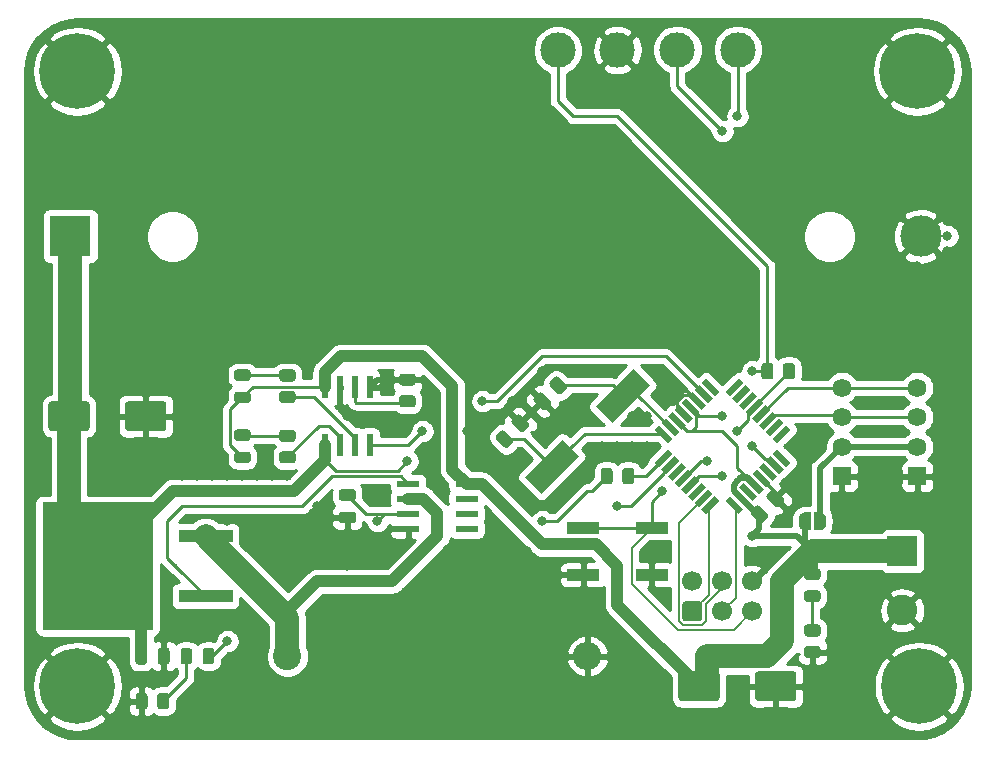
<source format=gbr>
%TF.GenerationSoftware,KiCad,Pcbnew,(5.1.8-0-10_14)*%
%TF.CreationDate,2021-01-12T16:11:11+01:00*%
%TF.ProjectId,battery_checker,62617474-6572-4795-9f63-6865636b6572,rev?*%
%TF.SameCoordinates,Original*%
%TF.FileFunction,Copper,L1,Top*%
%TF.FilePolarity,Positive*%
%FSLAX46Y46*%
G04 Gerber Fmt 4.6, Leading zero omitted, Abs format (unit mm)*
G04 Created by KiCad (PCBNEW (5.1.8-0-10_14)) date 2021-01-12 16:11:11*
%MOMM*%
%LPD*%
G01*
G04 APERTURE LIST*
%TA.AperFunction,ComponentPad*%
%ADD10C,3.500000*%
%TD*%
%TA.AperFunction,ComponentPad*%
%ADD11R,3.500000X3.500000*%
%TD*%
%TA.AperFunction,SMDPad,CuDef*%
%ADD12R,0.600000X1.970000*%
%TD*%
%TA.AperFunction,ComponentPad*%
%ADD13R,1.590000X1.590000*%
%TD*%
%TA.AperFunction,ComponentPad*%
%ADD14C,1.590000*%
%TD*%
%TA.AperFunction,SMDPad,CuDef*%
%ADD15R,4.600000X1.100000*%
%TD*%
%TA.AperFunction,SMDPad,CuDef*%
%ADD16R,9.400000X10.800000*%
%TD*%
%TA.AperFunction,ComponentPad*%
%ADD17C,2.400000*%
%TD*%
%TA.AperFunction,ComponentPad*%
%ADD18O,2.400000X2.400000*%
%TD*%
%TA.AperFunction,SMDPad,CuDef*%
%ADD19R,2.800000X1.000000*%
%TD*%
%TA.AperFunction,SMDPad,CuDef*%
%ADD20C,0.100000*%
%TD*%
%TA.AperFunction,SMDPad,CuDef*%
%ADD21R,1.970000X0.600000*%
%TD*%
%TA.AperFunction,ComponentPad*%
%ADD22R,2.600000X2.600000*%
%TD*%
%TA.AperFunction,ComponentPad*%
%ADD23C,2.600000*%
%TD*%
%TA.AperFunction,ComponentPad*%
%ADD24C,0.800000*%
%TD*%
%TA.AperFunction,ComponentPad*%
%ADD25C,6.400000*%
%TD*%
%TA.AperFunction,ComponentPad*%
%ADD26C,1.700000*%
%TD*%
%TA.AperFunction,SMDPad,CuDef*%
%ADD27C,3.000000*%
%TD*%
%TA.AperFunction,ViaPad*%
%ADD28C,0.800000*%
%TD*%
%TA.AperFunction,Conductor*%
%ADD29C,0.500000*%
%TD*%
%TA.AperFunction,Conductor*%
%ADD30C,0.250000*%
%TD*%
%TA.AperFunction,Conductor*%
%ADD31C,2.000000*%
%TD*%
%TA.AperFunction,Conductor*%
%ADD32C,1.000000*%
%TD*%
%TA.AperFunction,Conductor*%
%ADD33C,0.200000*%
%TD*%
%TA.AperFunction,Conductor*%
%ADD34C,0.254000*%
%TD*%
%TA.AperFunction,Conductor*%
%ADD35C,0.100000*%
%TD*%
G04 APERTURE END LIST*
D10*
%TO.P,BT1,2*%
%TO.N,GND*%
X179365001Y-82550000D03*
D11*
%TO.P,BT1,1*%
%TO.N,v_sens*%
X107365001Y-82550000D03*
%TD*%
%TO.P,C1,1*%
%TO.N,GND*%
%TA.AperFunction,SMDPad,CuDef*%
G36*
G01*
X147302322Y-97209429D02*
X146630571Y-96537678D01*
G75*
G02*
X146630571Y-96184124I176777J176777D01*
G01*
X146984124Y-95830571D01*
G75*
G02*
X147337678Y-95830571I176777J-176777D01*
G01*
X148009429Y-96502322D01*
G75*
G02*
X148009429Y-96855876I-176777J-176777D01*
G01*
X147655876Y-97209429D01*
G75*
G02*
X147302322Y-97209429I-176777J176777D01*
G01*
G37*
%TD.AperFunction*%
%TO.P,C1,2*%
%TO.N,Net-(C1-Pad2)*%
%TA.AperFunction,SMDPad,CuDef*%
G36*
G01*
X148645824Y-95865927D02*
X147974073Y-95194176D01*
G75*
G02*
X147974073Y-94840622I176777J176777D01*
G01*
X148327626Y-94487069D01*
G75*
G02*
X148681180Y-94487069I176777J-176777D01*
G01*
X149352931Y-95158820D01*
G75*
G02*
X149352931Y-95512374I-176777J-176777D01*
G01*
X148999378Y-95865927D01*
G75*
G02*
X148645824Y-95865927I-176777J176777D01*
G01*
G37*
%TD.AperFunction*%
%TD*%
%TO.P,C2,2*%
%TO.N,Net-(C2-Pad2)*%
%TA.AperFunction,SMDPad,CuDef*%
G36*
G01*
X144125927Y-99042322D02*
X144797678Y-99714073D01*
G75*
G02*
X144797678Y-100067627I-176777J-176777D01*
G01*
X144444125Y-100421180D01*
G75*
G02*
X144090571Y-100421180I-176777J176777D01*
G01*
X143418820Y-99749429D01*
G75*
G02*
X143418820Y-99395875I176777J176777D01*
G01*
X143772373Y-99042322D01*
G75*
G02*
X144125927Y-99042322I176777J-176777D01*
G01*
G37*
%TD.AperFunction*%
%TO.P,C2,1*%
%TO.N,GND*%
%TA.AperFunction,SMDPad,CuDef*%
G36*
G01*
X145469429Y-97698820D02*
X146141180Y-98370571D01*
G75*
G02*
X146141180Y-98724125I-176777J-176777D01*
G01*
X145787627Y-99077678D01*
G75*
G02*
X145434073Y-99077678I-176777J176777D01*
G01*
X144762322Y-98405927D01*
G75*
G02*
X144762322Y-98052373I176777J176777D01*
G01*
X145115875Y-97698820D01*
G75*
G02*
X145469429Y-97698820I176777J-176777D01*
G01*
G37*
%TD.AperFunction*%
%TD*%
%TO.P,C3,2*%
%TO.N,GND*%
%TA.AperFunction,SMDPad,CuDef*%
G36*
G01*
X114750000Y-118585000D02*
X114750000Y-117635000D01*
G75*
G02*
X115000000Y-117385000I250000J0D01*
G01*
X115500000Y-117385000D01*
G75*
G02*
X115750000Y-117635000I0J-250000D01*
G01*
X115750000Y-118585000D01*
G75*
G02*
X115500000Y-118835000I-250000J0D01*
G01*
X115000000Y-118835000D01*
G75*
G02*
X114750000Y-118585000I0J250000D01*
G01*
G37*
%TD.AperFunction*%
%TO.P,C3,1*%
%TO.N,v_sens*%
%TA.AperFunction,SMDPad,CuDef*%
G36*
G01*
X112850000Y-118585000D02*
X112850000Y-117635000D01*
G75*
G02*
X113100000Y-117385000I250000J0D01*
G01*
X113600000Y-117385000D01*
G75*
G02*
X113850000Y-117635000I0J-250000D01*
G01*
X113850000Y-118585000D01*
G75*
G02*
X113600000Y-118835000I-250000J0D01*
G01*
X113100000Y-118835000D01*
G75*
G02*
X112850000Y-118585000I0J250000D01*
G01*
G37*
%TD.AperFunction*%
%TD*%
%TO.P,C4,1*%
%TO.N,v_sens*%
%TA.AperFunction,SMDPad,CuDef*%
G36*
G01*
X105490000Y-98790000D02*
X105490000Y-96790000D01*
G75*
G02*
X105740000Y-96540000I250000J0D01*
G01*
X108740000Y-96540000D01*
G75*
G02*
X108990000Y-96790000I0J-250000D01*
G01*
X108990000Y-98790000D01*
G75*
G02*
X108740000Y-99040000I-250000J0D01*
G01*
X105740000Y-99040000D01*
G75*
G02*
X105490000Y-98790000I0J250000D01*
G01*
G37*
%TD.AperFunction*%
%TO.P,C4,2*%
%TO.N,GND*%
%TA.AperFunction,SMDPad,CuDef*%
G36*
G01*
X111990000Y-98790000D02*
X111990000Y-96790000D01*
G75*
G02*
X112240000Y-96540000I250000J0D01*
G01*
X115240000Y-96540000D01*
G75*
G02*
X115490000Y-96790000I0J-250000D01*
G01*
X115490000Y-98790000D01*
G75*
G02*
X115240000Y-99040000I-250000J0D01*
G01*
X112240000Y-99040000D01*
G75*
G02*
X111990000Y-98790000I0J250000D01*
G01*
G37*
%TD.AperFunction*%
%TD*%
%TO.P,C5,1*%
%TO.N,Net-(C5-Pad1)*%
%TA.AperFunction,SMDPad,CuDef*%
G36*
G01*
X130335000Y-103960000D02*
X131285000Y-103960000D01*
G75*
G02*
X131535000Y-104210000I0J-250000D01*
G01*
X131535000Y-104710000D01*
G75*
G02*
X131285000Y-104960000I-250000J0D01*
G01*
X130335000Y-104960000D01*
G75*
G02*
X130085000Y-104710000I0J250000D01*
G01*
X130085000Y-104210000D01*
G75*
G02*
X130335000Y-103960000I250000J0D01*
G01*
G37*
%TD.AperFunction*%
%TO.P,C5,2*%
%TO.N,GND*%
%TA.AperFunction,SMDPad,CuDef*%
G36*
G01*
X130335000Y-105860000D02*
X131285000Y-105860000D01*
G75*
G02*
X131535000Y-106110000I0J-250000D01*
G01*
X131535000Y-106610000D01*
G75*
G02*
X131285000Y-106860000I-250000J0D01*
G01*
X130335000Y-106860000D01*
G75*
G02*
X130085000Y-106610000I0J250000D01*
G01*
X130085000Y-106110000D01*
G75*
G02*
X130335000Y-105860000I250000J0D01*
G01*
G37*
%TD.AperFunction*%
%TD*%
%TO.P,C6,2*%
%TO.N,GND*%
%TA.AperFunction,SMDPad,CuDef*%
G36*
G01*
X165330000Y-121650000D02*
X165330000Y-119650000D01*
G75*
G02*
X165580000Y-119400000I250000J0D01*
G01*
X168580000Y-119400000D01*
G75*
G02*
X168830000Y-119650000I0J-250000D01*
G01*
X168830000Y-121650000D01*
G75*
G02*
X168580000Y-121900000I-250000J0D01*
G01*
X165580000Y-121900000D01*
G75*
G02*
X165330000Y-121650000I0J250000D01*
G01*
G37*
%TD.AperFunction*%
%TO.P,C6,1*%
%TO.N,+5V*%
%TA.AperFunction,SMDPad,CuDef*%
G36*
G01*
X158830000Y-121650000D02*
X158830000Y-119650000D01*
G75*
G02*
X159080000Y-119400000I250000J0D01*
G01*
X162080000Y-119400000D01*
G75*
G02*
X162330000Y-119650000I0J-250000D01*
G01*
X162330000Y-121650000D01*
G75*
G02*
X162080000Y-121900000I-250000J0D01*
G01*
X159080000Y-121900000D01*
G75*
G02*
X158830000Y-121650000I0J250000D01*
G01*
G37*
%TD.AperFunction*%
%TD*%
%TO.P,C7,1*%
%TO.N,+5V*%
%TA.AperFunction,SMDPad,CuDef*%
G36*
G01*
X165680571Y-106771180D02*
X165008820Y-106099429D01*
G75*
G02*
X165008820Y-105745875I176777J176777D01*
G01*
X165362373Y-105392322D01*
G75*
G02*
X165715927Y-105392322I176777J-176777D01*
G01*
X166387678Y-106064073D01*
G75*
G02*
X166387678Y-106417627I-176777J-176777D01*
G01*
X166034125Y-106771180D01*
G75*
G02*
X165680571Y-106771180I-176777J176777D01*
G01*
G37*
%TD.AperFunction*%
%TO.P,C7,2*%
%TO.N,GND*%
%TA.AperFunction,SMDPad,CuDef*%
G36*
G01*
X167024073Y-105427678D02*
X166352322Y-104755927D01*
G75*
G02*
X166352322Y-104402373I176777J176777D01*
G01*
X166705875Y-104048820D01*
G75*
G02*
X167059429Y-104048820I176777J-176777D01*
G01*
X167731180Y-104720571D01*
G75*
G02*
X167731180Y-105074125I-176777J-176777D01*
G01*
X167377627Y-105427678D01*
G75*
G02*
X167024073Y-105427678I-176777J176777D01*
G01*
G37*
%TD.AperFunction*%
%TD*%
%TO.P,D1,2*%
%TO.N,+5V*%
%TA.AperFunction,SMDPad,CuDef*%
G36*
G01*
X121463750Y-95700000D02*
X122376250Y-95700000D01*
G75*
G02*
X122620000Y-95943750I0J-243750D01*
G01*
X122620000Y-96431250D01*
G75*
G02*
X122376250Y-96675000I-243750J0D01*
G01*
X121463750Y-96675000D01*
G75*
G02*
X121220000Y-96431250I0J243750D01*
G01*
X121220000Y-95943750D01*
G75*
G02*
X121463750Y-95700000I243750J0D01*
G01*
G37*
%TD.AperFunction*%
%TO.P,D1,1*%
%TO.N,Net-(D1-Pad1)*%
%TA.AperFunction,SMDPad,CuDef*%
G36*
G01*
X121463750Y-93825000D02*
X122376250Y-93825000D01*
G75*
G02*
X122620000Y-94068750I0J-243750D01*
G01*
X122620000Y-94556250D01*
G75*
G02*
X122376250Y-94800000I-243750J0D01*
G01*
X121463750Y-94800000D01*
G75*
G02*
X121220000Y-94556250I0J243750D01*
G01*
X121220000Y-94068750D01*
G75*
G02*
X121463750Y-93825000I243750J0D01*
G01*
G37*
%TD.AperFunction*%
%TD*%
%TO.P,D2,1*%
%TO.N,Net-(D2-Pad1)*%
%TA.AperFunction,SMDPad,CuDef*%
G36*
G01*
X121463750Y-98905000D02*
X122376250Y-98905000D01*
G75*
G02*
X122620000Y-99148750I0J-243750D01*
G01*
X122620000Y-99636250D01*
G75*
G02*
X122376250Y-99880000I-243750J0D01*
G01*
X121463750Y-99880000D01*
G75*
G02*
X121220000Y-99636250I0J243750D01*
G01*
X121220000Y-99148750D01*
G75*
G02*
X121463750Y-98905000I243750J0D01*
G01*
G37*
%TD.AperFunction*%
%TO.P,D2,2*%
%TO.N,+5V*%
%TA.AperFunction,SMDPad,CuDef*%
G36*
G01*
X121463750Y-100780000D02*
X122376250Y-100780000D01*
G75*
G02*
X122620000Y-101023750I0J-243750D01*
G01*
X122620000Y-101511250D01*
G75*
G02*
X122376250Y-101755000I-243750J0D01*
G01*
X121463750Y-101755000D01*
G75*
G02*
X121220000Y-101511250I0J243750D01*
G01*
X121220000Y-101023750D01*
G75*
G02*
X121463750Y-100780000I243750J0D01*
G01*
G37*
%TD.AperFunction*%
%TD*%
%TO.P,D3,1*%
%TO.N,Net-(D3-Pad1)*%
%TA.AperFunction,SMDPad,CuDef*%
G36*
G01*
X170636250Y-113517500D02*
X169723750Y-113517500D01*
G75*
G02*
X169480000Y-113273750I0J243750D01*
G01*
X169480000Y-112786250D01*
G75*
G02*
X169723750Y-112542500I243750J0D01*
G01*
X170636250Y-112542500D01*
G75*
G02*
X170880000Y-112786250I0J-243750D01*
G01*
X170880000Y-113273750D01*
G75*
G02*
X170636250Y-113517500I-243750J0D01*
G01*
G37*
%TD.AperFunction*%
%TO.P,D3,2*%
%TO.N,+5V*%
%TA.AperFunction,SMDPad,CuDef*%
G36*
G01*
X170636250Y-111642500D02*
X169723750Y-111642500D01*
G75*
G02*
X169480000Y-111398750I0J243750D01*
G01*
X169480000Y-110911250D01*
G75*
G02*
X169723750Y-110667500I243750J0D01*
G01*
X170636250Y-110667500D01*
G75*
G02*
X170880000Y-110911250I0J-243750D01*
G01*
X170880000Y-111398750D01*
G75*
G02*
X170636250Y-111642500I-243750J0D01*
G01*
G37*
%TD.AperFunction*%
%TD*%
D12*
%TO.P,IC1,8*%
%TO.N,CHRG_enable*%
X132715000Y-100260000D03*
%TO.P,IC1,7*%
%TO.N,Net-(IC1-Pad7)*%
X131445000Y-100260000D03*
%TO.P,IC1,6*%
%TO.N,Net-(IC1-Pad6)*%
X130175000Y-100260000D03*
%TO.P,IC1,5*%
%TO.N,v_sens*%
X128905000Y-100260000D03*
%TO.P,IC1,4*%
%TO.N,+5V*%
X128905000Y-95320000D03*
%TO.P,IC1,3*%
%TO.N,GND*%
X130175000Y-95320000D03*
%TO.P,IC1,2*%
%TO.N,Net-(IC1-Pad2)*%
X131445000Y-95320000D03*
%TO.P,IC1,1*%
%TO.N,GND*%
X132715000Y-95320000D03*
%TD*%
D13*
%TO.P,J1,1*%
%TO.N,GND*%
X172665001Y-102870000D03*
D14*
%TO.P,J1,2*%
%TO.N,Net-(J1-Pad2)*%
X172665001Y-100370000D03*
%TO.P,J1,3*%
%TO.N,SDA*%
X172665001Y-97870000D03*
%TO.P,J1,4*%
%TO.N,SCL*%
X172665001Y-95370000D03*
%TD*%
%TO.P,J2,4*%
%TO.N,SCL*%
X179070000Y-95370000D03*
%TO.P,J2,3*%
%TO.N,SDA*%
X179070000Y-97870000D03*
%TO.P,J2,2*%
%TO.N,Net-(J1-Pad2)*%
X179070000Y-100370000D03*
D13*
%TO.P,J2,1*%
%TO.N,GND*%
X179070000Y-102870000D03*
%TD*%
D15*
%TO.P,Q1,1*%
%TO.N,Net-(Q1-Pad1)*%
X118805000Y-113030000D03*
%TO.P,Q1,3*%
%TO.N,Net-(Q1-Pad3)*%
X118805000Y-107950000D03*
D16*
%TO.P,Q1,2*%
%TO.N,v_sens*%
X109655000Y-110490000D03*
%TD*%
%TO.P,R1,1*%
%TO.N,Net-(C5-Pad1)*%
%TA.AperFunction,SMDPad,CuDef*%
G36*
G01*
X152245000Y-103320001D02*
X152245000Y-102419999D01*
G75*
G02*
X152494999Y-102170000I249999J0D01*
G01*
X153020001Y-102170000D01*
G75*
G02*
X153270000Y-102419999I0J-249999D01*
G01*
X153270000Y-103320001D01*
G75*
G02*
X153020001Y-103570000I-249999J0D01*
G01*
X152494999Y-103570000D01*
G75*
G02*
X152245000Y-103320001I0J249999D01*
G01*
G37*
%TD.AperFunction*%
%TO.P,R1,2*%
%TO.N,PWM*%
%TA.AperFunction,SMDPad,CuDef*%
G36*
G01*
X154070000Y-103320001D02*
X154070000Y-102419999D01*
G75*
G02*
X154319999Y-102170000I249999J0D01*
G01*
X154845001Y-102170000D01*
G75*
G02*
X155095000Y-102419999I0J-249999D01*
G01*
X155095000Y-103320001D01*
G75*
G02*
X154845001Y-103570000I-249999J0D01*
G01*
X154319999Y-103570000D01*
G75*
G02*
X154070000Y-103320001I0J249999D01*
G01*
G37*
%TD.AperFunction*%
%TD*%
D17*
%TO.P,R2,1*%
%TO.N,Net-(Q1-Pad3)*%
X125730000Y-118110000D03*
D18*
%TO.P,R2,2*%
%TO.N,GND*%
X151130000Y-118110000D03*
%TD*%
%TO.P,R3,2*%
%TO.N,Net-(IC1-Pad7)*%
%TA.AperFunction,SMDPad,CuDef*%
G36*
G01*
X125279999Y-95650000D02*
X126180001Y-95650000D01*
G75*
G02*
X126430000Y-95899999I0J-249999D01*
G01*
X126430000Y-96425001D01*
G75*
G02*
X126180001Y-96675000I-249999J0D01*
G01*
X125279999Y-96675000D01*
G75*
G02*
X125030000Y-96425001I0J249999D01*
G01*
X125030000Y-95899999D01*
G75*
G02*
X125279999Y-95650000I249999J0D01*
G01*
G37*
%TD.AperFunction*%
%TO.P,R3,1*%
%TO.N,Net-(D1-Pad1)*%
%TA.AperFunction,SMDPad,CuDef*%
G36*
G01*
X125279999Y-93825000D02*
X126180001Y-93825000D01*
G75*
G02*
X126430000Y-94074999I0J-249999D01*
G01*
X126430000Y-94600001D01*
G75*
G02*
X126180001Y-94850000I-249999J0D01*
G01*
X125279999Y-94850000D01*
G75*
G02*
X125030000Y-94600001I0J249999D01*
G01*
X125030000Y-94074999D01*
G75*
G02*
X125279999Y-93825000I249999J0D01*
G01*
G37*
%TD.AperFunction*%
%TD*%
%TO.P,R4,1*%
%TO.N,Net-(D2-Pad1)*%
%TA.AperFunction,SMDPad,CuDef*%
G36*
G01*
X125279999Y-98940001D02*
X126180001Y-98940001D01*
G75*
G02*
X126430000Y-99190000I0J-249999D01*
G01*
X126430000Y-99715002D01*
G75*
G02*
X126180001Y-99965001I-249999J0D01*
G01*
X125279999Y-99965001D01*
G75*
G02*
X125030000Y-99715002I0J249999D01*
G01*
X125030000Y-99190000D01*
G75*
G02*
X125279999Y-98940001I249999J0D01*
G01*
G37*
%TD.AperFunction*%
%TO.P,R4,2*%
%TO.N,Net-(IC1-Pad6)*%
%TA.AperFunction,SMDPad,CuDef*%
G36*
G01*
X125279999Y-100765001D02*
X126180001Y-100765001D01*
G75*
G02*
X126430000Y-101015000I0J-249999D01*
G01*
X126430000Y-101540002D01*
G75*
G02*
X126180001Y-101790001I-249999J0D01*
G01*
X125279999Y-101790001D01*
G75*
G02*
X125030000Y-101540002I0J249999D01*
G01*
X125030000Y-101015000D01*
G75*
G02*
X125279999Y-100765001I249999J0D01*
G01*
G37*
%TD.AperFunction*%
%TD*%
%TO.P,R5,2*%
%TO.N,GND*%
%TA.AperFunction,SMDPad,CuDef*%
G36*
G01*
X169729999Y-117240000D02*
X170630001Y-117240000D01*
G75*
G02*
X170880000Y-117489999I0J-249999D01*
G01*
X170880000Y-118015001D01*
G75*
G02*
X170630001Y-118265000I-249999J0D01*
G01*
X169729999Y-118265000D01*
G75*
G02*
X169480000Y-118015001I0J249999D01*
G01*
X169480000Y-117489999D01*
G75*
G02*
X169729999Y-117240000I249999J0D01*
G01*
G37*
%TD.AperFunction*%
%TO.P,R5,1*%
%TO.N,Net-(D3-Pad1)*%
%TA.AperFunction,SMDPad,CuDef*%
G36*
G01*
X169729999Y-115415000D02*
X170630001Y-115415000D01*
G75*
G02*
X170880000Y-115664999I0J-249999D01*
G01*
X170880000Y-116190001D01*
G75*
G02*
X170630001Y-116440000I-249999J0D01*
G01*
X169729999Y-116440000D01*
G75*
G02*
X169480000Y-116190001I0J249999D01*
G01*
X169480000Y-115664999D01*
G75*
G02*
X169729999Y-115415000I249999J0D01*
G01*
G37*
%TD.AperFunction*%
%TD*%
%TO.P,R6,1*%
%TO.N,Net-(IC1-Pad2)*%
%TA.AperFunction,SMDPad,CuDef*%
G36*
G01*
X136340001Y-97032500D02*
X135439999Y-97032500D01*
G75*
G02*
X135190000Y-96782501I0J249999D01*
G01*
X135190000Y-96257499D01*
G75*
G02*
X135439999Y-96007500I249999J0D01*
G01*
X136340001Y-96007500D01*
G75*
G02*
X136590000Y-96257499I0J-249999D01*
G01*
X136590000Y-96782501D01*
G75*
G02*
X136340001Y-97032500I-249999J0D01*
G01*
G37*
%TD.AperFunction*%
%TO.P,R6,2*%
%TO.N,GND*%
%TA.AperFunction,SMDPad,CuDef*%
G36*
G01*
X136340001Y-95207500D02*
X135439999Y-95207500D01*
G75*
G02*
X135190000Y-94957501I0J249999D01*
G01*
X135190000Y-94432499D01*
G75*
G02*
X135439999Y-94182500I249999J0D01*
G01*
X136340001Y-94182500D01*
G75*
G02*
X136590000Y-94432499I0J-249999D01*
G01*
X136590000Y-94957501D01*
G75*
G02*
X136340001Y-95207500I-249999J0D01*
G01*
G37*
%TD.AperFunction*%
%TD*%
D19*
%TO.P,SW1,1*%
%TO.N,RST*%
X150770000Y-107220000D03*
X156570000Y-107220000D03*
%TO.P,SW1,2*%
%TO.N,GND*%
X150770000Y-111220000D03*
X156570000Y-111220000D03*
%TD*%
%TA.AperFunction,SMDPad,CuDef*%
D20*
%TO.P,U1,1*%
%TO.N,Net-(U1-Pad1)*%
G36*
X160774555Y-94973666D02*
G01*
X161163464Y-94584757D01*
X162294835Y-95716128D01*
X161905926Y-96105037D01*
X160774555Y-94973666D01*
G37*
%TD.AperFunction*%
%TA.AperFunction,SMDPad,CuDef*%
%TO.P,U1,2*%
%TO.N,CHRG_enable*%
G36*
X160208870Y-95539352D02*
G01*
X160597779Y-95150443D01*
X161729150Y-96281814D01*
X161340241Y-96670723D01*
X160208870Y-95539352D01*
G37*
%TD.AperFunction*%
%TA.AperFunction,SMDPad,CuDef*%
%TO.P,U1,3*%
%TO.N,GND*%
G36*
X159643184Y-96105037D02*
G01*
X160032093Y-95716128D01*
X161163464Y-96847499D01*
X160774555Y-97236408D01*
X159643184Y-96105037D01*
G37*
%TD.AperFunction*%
%TA.AperFunction,SMDPad,CuDef*%
%TO.P,U1,4*%
%TO.N,+5V*%
G36*
X159077499Y-96670722D02*
G01*
X159466408Y-96281813D01*
X160597779Y-97413184D01*
X160208870Y-97802093D01*
X159077499Y-96670722D01*
G37*
%TD.AperFunction*%
%TA.AperFunction,SMDPad,CuDef*%
%TO.P,U1,5*%
%TO.N,GND*%
G36*
X158511813Y-97236408D02*
G01*
X158900722Y-96847499D01*
X160032093Y-97978870D01*
X159643184Y-98367779D01*
X158511813Y-97236408D01*
G37*
%TD.AperFunction*%
%TA.AperFunction,SMDPad,CuDef*%
%TO.P,U1,6*%
%TO.N,+5V*%
G36*
X157946128Y-97802093D02*
G01*
X158335037Y-97413184D01*
X159466408Y-98544555D01*
X159077499Y-98933464D01*
X157946128Y-97802093D01*
G37*
%TD.AperFunction*%
%TA.AperFunction,SMDPad,CuDef*%
%TO.P,U1,7*%
%TO.N,Net-(C1-Pad2)*%
G36*
X157380443Y-98367779D02*
G01*
X157769352Y-97978870D01*
X158900723Y-99110241D01*
X158511814Y-99499150D01*
X157380443Y-98367779D01*
G37*
%TD.AperFunction*%
%TA.AperFunction,SMDPad,CuDef*%
%TO.P,U1,8*%
%TO.N,Net-(C2-Pad2)*%
G36*
X156814757Y-98933464D02*
G01*
X157203666Y-98544555D01*
X158335037Y-99675926D01*
X157946128Y-100064835D01*
X156814757Y-98933464D01*
G37*
%TD.AperFunction*%
%TA.AperFunction,SMDPad,CuDef*%
%TO.P,U1,9*%
%TO.N,PWM*%
G36*
X157203666Y-102115445D02*
G01*
X156814757Y-101726536D01*
X157946128Y-100595165D01*
X158335037Y-100984074D01*
X157203666Y-102115445D01*
G37*
%TD.AperFunction*%
%TA.AperFunction,SMDPad,CuDef*%
%TO.P,U1,10*%
%TO.N,LED_STATUS*%
G36*
X157769352Y-102681130D02*
G01*
X157380443Y-102292221D01*
X158511814Y-101160850D01*
X158900723Y-101549759D01*
X157769352Y-102681130D01*
G37*
%TD.AperFunction*%
%TA.AperFunction,SMDPad,CuDef*%
%TO.P,U1,11*%
%TO.N,Net-(U1-Pad11)*%
G36*
X158335037Y-103246816D02*
G01*
X157946128Y-102857907D01*
X159077499Y-101726536D01*
X159466408Y-102115445D01*
X158335037Y-103246816D01*
G37*
%TD.AperFunction*%
%TA.AperFunction,SMDPad,CuDef*%
%TO.P,U1,12*%
%TO.N,TX*%
G36*
X158900722Y-103812501D02*
G01*
X158511813Y-103423592D01*
X159643184Y-102292221D01*
X160032093Y-102681130D01*
X158900722Y-103812501D01*
G37*
%TD.AperFunction*%
%TA.AperFunction,SMDPad,CuDef*%
%TO.P,U1,13*%
%TO.N,RX*%
G36*
X159466408Y-104378187D02*
G01*
X159077499Y-103989278D01*
X160208870Y-102857907D01*
X160597779Y-103246816D01*
X159466408Y-104378187D01*
G37*
%TD.AperFunction*%
%TA.AperFunction,SMDPad,CuDef*%
%TO.P,U1,14*%
%TO.N,Net-(U1-Pad14)*%
G36*
X160032093Y-104943872D02*
G01*
X159643184Y-104554963D01*
X160774555Y-103423592D01*
X161163464Y-103812501D01*
X160032093Y-104943872D01*
G37*
%TD.AperFunction*%
%TA.AperFunction,SMDPad,CuDef*%
%TO.P,U1,15*%
%TO.N,MOSI*%
G36*
X160597779Y-105509557D02*
G01*
X160208870Y-105120648D01*
X161340241Y-103989277D01*
X161729150Y-104378186D01*
X160597779Y-105509557D01*
G37*
%TD.AperFunction*%
%TA.AperFunction,SMDPad,CuDef*%
%TO.P,U1,16*%
%TO.N,MISO*%
G36*
X161163464Y-106075243D02*
G01*
X160774555Y-105686334D01*
X161905926Y-104554963D01*
X162294835Y-104943872D01*
X161163464Y-106075243D01*
G37*
%TD.AperFunction*%
%TA.AperFunction,SMDPad,CuDef*%
%TO.P,U1,17*%
%TO.N,SCK*%
G36*
X162825165Y-104943872D02*
G01*
X163214074Y-104554963D01*
X164345445Y-105686334D01*
X163956536Y-106075243D01*
X162825165Y-104943872D01*
G37*
%TD.AperFunction*%
%TA.AperFunction,SMDPad,CuDef*%
%TO.P,U1,18*%
%TO.N,+5V*%
G36*
X163390850Y-104378186D02*
G01*
X163779759Y-103989277D01*
X164911130Y-105120648D01*
X164522221Y-105509557D01*
X163390850Y-104378186D01*
G37*
%TD.AperFunction*%
%TA.AperFunction,SMDPad,CuDef*%
%TO.P,U1,19*%
%TO.N,Net-(U1-Pad19)*%
G36*
X163956536Y-103812501D02*
G01*
X164345445Y-103423592D01*
X165476816Y-104554963D01*
X165087907Y-104943872D01*
X163956536Y-103812501D01*
G37*
%TD.AperFunction*%
%TA.AperFunction,SMDPad,CuDef*%
%TO.P,U1,20*%
%TO.N,+5V*%
G36*
X164522221Y-103246816D02*
G01*
X164911130Y-102857907D01*
X166042501Y-103989278D01*
X165653592Y-104378187D01*
X164522221Y-103246816D01*
G37*
%TD.AperFunction*%
%TA.AperFunction,SMDPad,CuDef*%
%TO.P,U1,21*%
%TO.N,GND*%
G36*
X165087907Y-102681130D02*
G01*
X165476816Y-102292221D01*
X166608187Y-103423592D01*
X166219278Y-103812501D01*
X165087907Y-102681130D01*
G37*
%TD.AperFunction*%
%TA.AperFunction,SMDPad,CuDef*%
%TO.P,U1,22*%
%TO.N,Net-(U1-Pad22)*%
G36*
X165653592Y-102115445D02*
G01*
X166042501Y-101726536D01*
X167173872Y-102857907D01*
X166784963Y-103246816D01*
X165653592Y-102115445D01*
G37*
%TD.AperFunction*%
%TA.AperFunction,SMDPad,CuDef*%
%TO.P,U1,23*%
%TO.N,v_sens*%
G36*
X166219277Y-101549759D02*
G01*
X166608186Y-101160850D01*
X167739557Y-102292221D01*
X167350648Y-102681130D01*
X166219277Y-101549759D01*
G37*
%TD.AperFunction*%
%TA.AperFunction,SMDPad,CuDef*%
%TO.P,U1,24*%
%TO.N,Net-(U1-Pad24)*%
G36*
X166784963Y-100984074D02*
G01*
X167173872Y-100595165D01*
X168305243Y-101726536D01*
X167916334Y-102115445D01*
X166784963Y-100984074D01*
G37*
%TD.AperFunction*%
%TA.AperFunction,SMDPad,CuDef*%
%TO.P,U1,25*%
%TO.N,Net-(U1-Pad25)*%
G36*
X167173872Y-100064835D02*
G01*
X166784963Y-99675926D01*
X167916334Y-98544555D01*
X168305243Y-98933464D01*
X167173872Y-100064835D01*
G37*
%TD.AperFunction*%
%TA.AperFunction,SMDPad,CuDef*%
%TO.P,U1,26*%
%TO.N,Net-(U1-Pad26)*%
G36*
X166608186Y-99499150D02*
G01*
X166219277Y-99110241D01*
X167350648Y-97978870D01*
X167739557Y-98367779D01*
X166608186Y-99499150D01*
G37*
%TD.AperFunction*%
%TA.AperFunction,SMDPad,CuDef*%
%TO.P,U1,27*%
%TO.N,SDA*%
G36*
X166042501Y-98933464D02*
G01*
X165653592Y-98544555D01*
X166784963Y-97413184D01*
X167173872Y-97802093D01*
X166042501Y-98933464D01*
G37*
%TD.AperFunction*%
%TA.AperFunction,SMDPad,CuDef*%
%TO.P,U1,28*%
%TO.N,SCL*%
G36*
X165476816Y-98367779D02*
G01*
X165087907Y-97978870D01*
X166219278Y-96847499D01*
X166608187Y-97236408D01*
X165476816Y-98367779D01*
G37*
%TD.AperFunction*%
%TA.AperFunction,SMDPad,CuDef*%
%TO.P,U1,29*%
%TO.N,RST*%
G36*
X164911130Y-97802093D02*
G01*
X164522221Y-97413184D01*
X165653592Y-96281813D01*
X166042501Y-96670722D01*
X164911130Y-97802093D01*
G37*
%TD.AperFunction*%
%TA.AperFunction,SMDPad,CuDef*%
%TO.P,U1,30*%
%TO.N,Net-(U1-Pad30)*%
G36*
X164345445Y-97236408D02*
G01*
X163956536Y-96847499D01*
X165087907Y-95716128D01*
X165476816Y-96105037D01*
X164345445Y-97236408D01*
G37*
%TD.AperFunction*%
%TA.AperFunction,SMDPad,CuDef*%
%TO.P,U1,31*%
%TO.N,Net-(U1-Pad31)*%
G36*
X163779759Y-96670723D02*
G01*
X163390850Y-96281814D01*
X164522221Y-95150443D01*
X164911130Y-95539352D01*
X163779759Y-96670723D01*
G37*
%TD.AperFunction*%
%TA.AperFunction,SMDPad,CuDef*%
%TO.P,U1,32*%
%TO.N,Net-(U1-Pad32)*%
G36*
X163214074Y-96105037D02*
G01*
X162825165Y-95716128D01*
X163956536Y-94584757D01*
X164345445Y-94973666D01*
X163214074Y-96105037D01*
G37*
%TD.AperFunction*%
%TD*%
D21*
%TO.P,U2,1*%
%TO.N,Net-(Q1-Pad1)*%
X135960000Y-103505000D03*
%TO.P,U2,2*%
%TO.N,Net-(Q1-Pad3)*%
X135960000Y-104775000D03*
%TO.P,U2,3*%
%TO.N,Net-(C5-Pad1)*%
X135960000Y-106045000D03*
%TO.P,U2,4*%
%TO.N,GND*%
X135960000Y-107315000D03*
%TO.P,U2,5*%
%TO.N,Net-(U2-Pad5)*%
X140900000Y-107315000D03*
%TO.P,U2,6*%
%TO.N,Net-(U2-Pad6)*%
X140900000Y-106045000D03*
%TO.P,U2,7*%
%TO.N,Net-(U2-Pad7)*%
X140900000Y-104775000D03*
%TO.P,U2,8*%
%TO.N,+5V*%
X140900000Y-103505000D03*
%TD*%
%TA.AperFunction,SMDPad,CuDef*%
D20*
%TO.P,Y1,1*%
%TO.N,Net-(C1-Pad2)*%
G36*
X155019087Y-93756699D02*
G01*
X156433301Y-95170913D01*
X153251321Y-98352893D01*
X151837107Y-96938679D01*
X155019087Y-93756699D01*
G37*
%TD.AperFunction*%
%TA.AperFunction,SMDPad,CuDef*%
%TO.P,Y1,2*%
%TO.N,Net-(C2-Pad2)*%
G36*
X149008679Y-99767107D02*
G01*
X150422893Y-101181321D01*
X147240913Y-104363301D01*
X145826699Y-102949087D01*
X149008679Y-99767107D01*
G37*
%TD.AperFunction*%
%TD*%
D22*
%TO.P,J3,1*%
%TO.N,+5V*%
X177800000Y-109220000D03*
D23*
%TO.P,J3,2*%
%TO.N,GND*%
X177800000Y-114220000D03*
%TD*%
D24*
%TO.P,H1,1*%
%TO.N,GND*%
X109647056Y-66882944D03*
X107950000Y-66180000D03*
X106252944Y-66882944D03*
X105550000Y-68580000D03*
X106252944Y-70277056D03*
X107950000Y-70980000D03*
X109647056Y-70277056D03*
X110350000Y-68580000D03*
D25*
X107950000Y-68580000D03*
%TD*%
%TO.P,H2,1*%
%TO.N,GND*%
X179070000Y-68580000D03*
D24*
X181470000Y-68580000D03*
X180767056Y-70277056D03*
X179070000Y-70980000D03*
X177372944Y-70277056D03*
X176670000Y-68580000D03*
X177372944Y-66882944D03*
X179070000Y-66180000D03*
X180767056Y-66882944D03*
%TD*%
%TO.P,H3,1*%
%TO.N,GND*%
X180907056Y-118952944D03*
X179210000Y-118250000D03*
X177512944Y-118952944D03*
X176810000Y-120650000D03*
X177512944Y-122347056D03*
X179210000Y-123050000D03*
X180907056Y-122347056D03*
X181610000Y-120650000D03*
D25*
X179210000Y-120650000D03*
%TD*%
%TO.P,H4,1*%
%TO.N,GND*%
X107950000Y-120650000D03*
D24*
X110350000Y-120650000D03*
X109647056Y-122347056D03*
X107950000Y-123050000D03*
X106252944Y-122347056D03*
X105550000Y-120650000D03*
X106252944Y-118952944D03*
X107950000Y-118250000D03*
X109647056Y-118952944D03*
%TD*%
%TA.AperFunction,SMDPad,CuDef*%
D20*
%TO.P,JP1,1*%
%TO.N,+5V*%
G36*
X170030000Y-107430000D02*
G01*
X169530000Y-107430000D01*
X169530000Y-107429398D01*
X169505466Y-107429398D01*
X169456635Y-107424588D01*
X169408510Y-107415016D01*
X169361555Y-107400772D01*
X169316222Y-107381995D01*
X169272949Y-107358864D01*
X169232150Y-107331604D01*
X169194221Y-107300476D01*
X169159524Y-107265779D01*
X169128396Y-107227850D01*
X169101136Y-107187051D01*
X169078005Y-107143778D01*
X169059228Y-107098445D01*
X169044984Y-107051490D01*
X169035412Y-107003365D01*
X169030602Y-106954534D01*
X169030602Y-106930000D01*
X169030000Y-106930000D01*
X169030000Y-106430000D01*
X169030602Y-106430000D01*
X169030602Y-106405466D01*
X169035412Y-106356635D01*
X169044984Y-106308510D01*
X169059228Y-106261555D01*
X169078005Y-106216222D01*
X169101136Y-106172949D01*
X169128396Y-106132150D01*
X169159524Y-106094221D01*
X169194221Y-106059524D01*
X169232150Y-106028396D01*
X169272949Y-106001136D01*
X169316222Y-105978005D01*
X169361555Y-105959228D01*
X169408510Y-105944984D01*
X169456635Y-105935412D01*
X169505466Y-105930602D01*
X169530000Y-105930602D01*
X169530000Y-105930000D01*
X170030000Y-105930000D01*
X170030000Y-107430000D01*
G37*
%TD.AperFunction*%
%TA.AperFunction,SMDPad,CuDef*%
%TO.P,JP1,2*%
%TO.N,Net-(J1-Pad2)*%
G36*
X170830000Y-105930602D02*
G01*
X170854534Y-105930602D01*
X170903365Y-105935412D01*
X170951490Y-105944984D01*
X170998445Y-105959228D01*
X171043778Y-105978005D01*
X171087051Y-106001136D01*
X171127850Y-106028396D01*
X171165779Y-106059524D01*
X171200476Y-106094221D01*
X171231604Y-106132150D01*
X171258864Y-106172949D01*
X171281995Y-106216222D01*
X171300772Y-106261555D01*
X171315016Y-106308510D01*
X171324588Y-106356635D01*
X171329398Y-106405466D01*
X171329398Y-106430000D01*
X171330000Y-106430000D01*
X171330000Y-106930000D01*
X171329398Y-106930000D01*
X171329398Y-106954534D01*
X171324588Y-107003365D01*
X171315016Y-107051490D01*
X171300772Y-107098445D01*
X171281995Y-107143778D01*
X171258864Y-107187051D01*
X171231604Y-107227850D01*
X171200476Y-107265779D01*
X171165779Y-107300476D01*
X171127850Y-107331604D01*
X171087051Y-107358864D01*
X171043778Y-107381995D01*
X170998445Y-107400772D01*
X170951490Y-107415016D01*
X170903365Y-107424588D01*
X170854534Y-107429398D01*
X170830000Y-107429398D01*
X170830000Y-107430000D01*
X170330000Y-107430000D01*
X170330000Y-105930000D01*
X170830000Y-105930000D01*
X170830000Y-105930602D01*
G37*
%TD.AperFunction*%
%TD*%
%TO.P,D4,1*%
%TO.N,Net-(D4-Pad1)*%
%TA.AperFunction,SMDPad,CuDef*%
G36*
G01*
X116685000Y-118566250D02*
X116685000Y-117653750D01*
G75*
G02*
X116928750Y-117410000I243750J0D01*
G01*
X117416250Y-117410000D01*
G75*
G02*
X117660000Y-117653750I0J-243750D01*
G01*
X117660000Y-118566250D01*
G75*
G02*
X117416250Y-118810000I-243750J0D01*
G01*
X116928750Y-118810000D01*
G75*
G02*
X116685000Y-118566250I0J243750D01*
G01*
G37*
%TD.AperFunction*%
%TO.P,D4,2*%
%TO.N,LED_STATUS*%
%TA.AperFunction,SMDPad,CuDef*%
G36*
G01*
X118560000Y-118566250D02*
X118560000Y-117653750D01*
G75*
G02*
X118803750Y-117410000I243750J0D01*
G01*
X119291250Y-117410000D01*
G75*
G02*
X119535000Y-117653750I0J-243750D01*
G01*
X119535000Y-118566250D01*
G75*
G02*
X119291250Y-118810000I-243750J0D01*
G01*
X118803750Y-118810000D01*
G75*
G02*
X118560000Y-118566250I0J243750D01*
G01*
G37*
%TD.AperFunction*%
%TD*%
%TO.P,R7,1*%
%TO.N,Net-(D4-Pad1)*%
%TA.AperFunction,SMDPad,CuDef*%
G36*
G01*
X115725000Y-121469999D02*
X115725000Y-122370001D01*
G75*
G02*
X115475001Y-122620000I-249999J0D01*
G01*
X114949999Y-122620000D01*
G75*
G02*
X114700000Y-122370001I0J249999D01*
G01*
X114700000Y-121469999D01*
G75*
G02*
X114949999Y-121220000I249999J0D01*
G01*
X115475001Y-121220000D01*
G75*
G02*
X115725000Y-121469999I0J-249999D01*
G01*
G37*
%TD.AperFunction*%
%TO.P,R7,2*%
%TO.N,GND*%
%TA.AperFunction,SMDPad,CuDef*%
G36*
G01*
X113900000Y-121469999D02*
X113900000Y-122370001D01*
G75*
G02*
X113650001Y-122620000I-249999J0D01*
G01*
X113124999Y-122620000D01*
G75*
G02*
X112875000Y-122370001I0J249999D01*
G01*
X112875000Y-121469999D01*
G75*
G02*
X113124999Y-121220000I249999J0D01*
G01*
X113650001Y-121220000D01*
G75*
G02*
X113900000Y-121469999I0J-249999D01*
G01*
G37*
%TD.AperFunction*%
%TD*%
%TO.P,J4,1*%
%TO.N,MISO*%
%TA.AperFunction,ComponentPad*%
G36*
G01*
X160620000Y-115150000D02*
X159420000Y-115150000D01*
G75*
G02*
X159170000Y-114900000I0J250000D01*
G01*
X159170000Y-113700000D01*
G75*
G02*
X159420000Y-113450000I250000J0D01*
G01*
X160620000Y-113450000D01*
G75*
G02*
X160870000Y-113700000I0J-250000D01*
G01*
X160870000Y-114900000D01*
G75*
G02*
X160620000Y-115150000I-250000J0D01*
G01*
G37*
%TD.AperFunction*%
D26*
%TO.P,J4,3*%
%TO.N,SCK*%
X162560000Y-114300000D03*
%TO.P,J4,5*%
%TO.N,RST*%
X165100000Y-114300000D03*
%TO.P,J4,2*%
%TO.N,+5V*%
X160020000Y-111760000D03*
%TO.P,J4,4*%
%TO.N,MOSI*%
X162560000Y-111760000D03*
%TO.P,J4,6*%
%TO.N,GND*%
X165100000Y-111760000D03*
%TD*%
%TO.P,R8,1*%
%TO.N,+5V*%
%TA.AperFunction,SMDPad,CuDef*%
G36*
G01*
X165857500Y-94430001D02*
X165857500Y-93529999D01*
G75*
G02*
X166107499Y-93280000I249999J0D01*
G01*
X166632501Y-93280000D01*
G75*
G02*
X166882500Y-93529999I0J-249999D01*
G01*
X166882500Y-94430001D01*
G75*
G02*
X166632501Y-94680000I-249999J0D01*
G01*
X166107499Y-94680000D01*
G75*
G02*
X165857500Y-94430001I0J249999D01*
G01*
G37*
%TD.AperFunction*%
%TO.P,R8,2*%
%TO.N,RST*%
%TA.AperFunction,SMDPad,CuDef*%
G36*
G01*
X167682500Y-94430001D02*
X167682500Y-93529999D01*
G75*
G02*
X167932499Y-93280000I249999J0D01*
G01*
X168457501Y-93280000D01*
G75*
G02*
X168707500Y-93529999I0J-249999D01*
G01*
X168707500Y-94430001D01*
G75*
G02*
X168457501Y-94680000I-249999J0D01*
G01*
X167932499Y-94680000D01*
G75*
G02*
X167682500Y-94430001I0J249999D01*
G01*
G37*
%TD.AperFunction*%
%TD*%
D27*
%TO.P,TP1,1*%
%TO.N,+5V*%
X148625001Y-66795001D03*
%TD*%
%TO.P,TP2,1*%
%TO.N,GND*%
X153675001Y-66795001D03*
%TD*%
%TO.P,TP3,1*%
%TO.N,RX*%
X163865001Y-66765001D03*
%TD*%
%TO.P,TP4,1*%
%TO.N,TX*%
X158750000Y-66765001D03*
%TD*%
D28*
%TO.N,*%
X181610000Y-82550000D03*
%TO.N,GND*%
X158750000Y-95250000D03*
X160020000Y-92710000D03*
X163830000Y-92710000D03*
X175260000Y-93980000D03*
X181610000Y-93980000D03*
X181610000Y-99060000D03*
X181610000Y-102870000D03*
X175260000Y-104140000D03*
X168910000Y-104140000D03*
X130810000Y-97790000D03*
X127000000Y-107950000D03*
X130810000Y-110490000D03*
X125730000Y-110490000D03*
X123190000Y-107950000D03*
X132080000Y-109220000D03*
X133350000Y-104140000D03*
X129540000Y-115570000D03*
X129540000Y-116840000D03*
X129540000Y-118110000D03*
X129540000Y-119380000D03*
X129540000Y-120650000D03*
X130810000Y-120650000D03*
X130810000Y-119380000D03*
X130810000Y-118110000D03*
X130810000Y-116840000D03*
X130810000Y-115570000D03*
X132080000Y-115570000D03*
X132080000Y-116840000D03*
X132080000Y-118110000D03*
X132080000Y-119380000D03*
X132080000Y-119380000D03*
X132080000Y-120650000D03*
X133350000Y-120650000D03*
X133350000Y-119380000D03*
X133350000Y-118110000D03*
X133350000Y-116840000D03*
X133350000Y-115570000D03*
X134620000Y-115570000D03*
X135890000Y-115570000D03*
X135890000Y-116840000D03*
X134620000Y-116840000D03*
X134620000Y-118110000D03*
X135890000Y-118110000D03*
X135890000Y-119380000D03*
X134620000Y-119380000D03*
X134620000Y-120650000D03*
X135890000Y-120650000D03*
X137160000Y-119380000D03*
X142240000Y-120650000D03*
X143510000Y-118110000D03*
X139700000Y-119380000D03*
X137160000Y-116840000D03*
X139700000Y-120650000D03*
X143510000Y-116840000D03*
X138430000Y-118110000D03*
X138430000Y-116840000D03*
X140970000Y-116840000D03*
X137160000Y-120650000D03*
X143510000Y-115570000D03*
X139700000Y-119380000D03*
X139700000Y-115570000D03*
X142240000Y-118110000D03*
X139700000Y-116840000D03*
X138430000Y-120650000D03*
X140970000Y-118110000D03*
X142240000Y-119380000D03*
X138430000Y-119380000D03*
X139700000Y-118110000D03*
X142240000Y-115570000D03*
X140970000Y-120650000D03*
X143510000Y-119380000D03*
X138430000Y-115570000D03*
X140970000Y-115570000D03*
X140970000Y-119380000D03*
X142240000Y-116840000D03*
X137160000Y-115570000D03*
X137160000Y-118110000D03*
X143510000Y-120650000D03*
X144780000Y-115570000D03*
X146050000Y-115570000D03*
X147320000Y-115570000D03*
X147320000Y-116840000D03*
X146050000Y-116840000D03*
X144780000Y-116840000D03*
X144780000Y-118110000D03*
X144780000Y-119380000D03*
X144780000Y-120650000D03*
X146050000Y-120650000D03*
X146050000Y-119380000D03*
X146050000Y-118110000D03*
X147320000Y-118110000D03*
X147320000Y-119380000D03*
X147320000Y-120650000D03*
X148590000Y-120650000D03*
X148590000Y-119380000D03*
X148590000Y-118110000D03*
X148590000Y-116840000D03*
X148590000Y-115570000D03*
X128270000Y-114300000D03*
X128270000Y-115570000D03*
X128270000Y-116840000D03*
X128270000Y-118110000D03*
X128270000Y-119380000D03*
X128270000Y-120650000D03*
X128270000Y-121920000D03*
X129540000Y-121920000D03*
X130810000Y-121920000D03*
X132080000Y-121920000D03*
X133350000Y-121920000D03*
X134620000Y-121920000D03*
X135890000Y-121920000D03*
X137160000Y-121920000D03*
X138430000Y-121920000D03*
X139700000Y-121920000D03*
X140970000Y-121920000D03*
X142240000Y-121920000D03*
X143510000Y-121920000D03*
X144780000Y-121920000D03*
X146050000Y-121920000D03*
X147320000Y-121920000D03*
X148590000Y-121920000D03*
X148590000Y-114300000D03*
X147320000Y-114300000D03*
X146050000Y-114300000D03*
X144780000Y-114300000D03*
X143510000Y-114300000D03*
X142240000Y-114300000D03*
X140970000Y-114300000D03*
X139700000Y-114300000D03*
X138430000Y-114300000D03*
X137160000Y-114300000D03*
X134620000Y-114300000D03*
X135890000Y-114300000D03*
X133350000Y-114300000D03*
X132080000Y-114300000D03*
X130810000Y-114300000D03*
X129540000Y-114300000D03*
X116840000Y-102870000D03*
X119380000Y-102870000D03*
X118110000Y-102870000D03*
X120650000Y-102870000D03*
X121920000Y-102870000D03*
X123190000Y-102870000D03*
X124460000Y-102870000D03*
X125730000Y-102870000D03*
X125730000Y-106680000D03*
X123190000Y-106680000D03*
X123190000Y-106680000D03*
X121920000Y-106680000D03*
X120650000Y-106680000D03*
X124460000Y-106680000D03*
X127000000Y-106680000D03*
X128270000Y-106680000D03*
X128270000Y-105410000D03*
X115570000Y-101600000D03*
X116840000Y-101600000D03*
X118110000Y-101600000D03*
X119380000Y-101600000D03*
X119380000Y-99060000D03*
X116840000Y-99060000D03*
X116840000Y-97790000D03*
X119380000Y-97790000D03*
X119380000Y-96520000D03*
X116840000Y-96520000D03*
X176530000Y-80010000D03*
X176530000Y-81280000D03*
X176530000Y-82550000D03*
X176530000Y-83820000D03*
X176530000Y-85090000D03*
X181610000Y-85090000D03*
X181610000Y-83820000D03*
X181610000Y-81280000D03*
X181610000Y-80010000D03*
X180340000Y-80010000D03*
X179070000Y-80010000D03*
X179070000Y-80010000D03*
X177800000Y-80010000D03*
X177800000Y-85090000D03*
X179070000Y-85090000D03*
X180340000Y-85090000D03*
X144780000Y-109220000D03*
X144780000Y-110490000D03*
X146050000Y-110490000D03*
X146050000Y-109220000D03*
X143510000Y-110490000D03*
X144780000Y-104140000D03*
X142240000Y-100330000D03*
X142240000Y-99060000D03*
X140970000Y-99060000D03*
X140970000Y-93980000D03*
X143510000Y-93980000D03*
X142240000Y-95250000D03*
X142240000Y-92710000D03*
X151130000Y-93980000D03*
X144780000Y-96520000D03*
X147320000Y-93980000D03*
X157480000Y-93980000D03*
X151130000Y-97790000D03*
X149860000Y-99060000D03*
X156210000Y-97790000D03*
X154940000Y-97790000D03*
X152400000Y-100330000D03*
X153670000Y-100330000D03*
X154940000Y-100330000D03*
X156210000Y-100330000D03*
X162560000Y-93980000D03*
X167640000Y-106680000D03*
X175260000Y-99060000D03*
X177800000Y-99060000D03*
X177800000Y-96520000D03*
X175260000Y-96520000D03*
X179070000Y-92710000D03*
X180340000Y-105410000D03*
X182880000Y-105410000D03*
X181610000Y-107950000D03*
X182880000Y-113030000D03*
X182880000Y-114300000D03*
X182880000Y-115570000D03*
X182880000Y-115570000D03*
X181610000Y-110490000D03*
X181610000Y-115570000D03*
X181610000Y-113030000D03*
X181610000Y-114300000D03*
X180340000Y-113030000D03*
X180340000Y-114300000D03*
X180340000Y-115570000D03*
X180340000Y-109220000D03*
X181610000Y-109220000D03*
X182880000Y-109220000D03*
X151130000Y-64770000D03*
X156210000Y-64770000D03*
X161290000Y-64770000D03*
X156210000Y-69850000D03*
X161290000Y-69850000D03*
X151130000Y-69850000D03*
X173990000Y-92710000D03*
X157480000Y-113030000D03*
%TO.N,v_sens*%
X165100000Y-100330000D03*
X135890000Y-101600000D03*
%TO.N,Net-(C5-Pad1)*%
X147320000Y-106680000D03*
X133350000Y-106680000D03*
%TO.N,+5V*%
X162560000Y-97790000D03*
X165100000Y-93980000D03*
X165100000Y-107950000D03*
%TO.N,CHRG_enable*%
X142240000Y-96520000D03*
X137160000Y-99060000D03*
%TO.N,RST*%
X157480000Y-104140000D03*
X163830000Y-99060000D03*
%TO.N,LED_STATUS*%
X153670000Y-105410000D03*
X120650000Y-116840000D03*
%TO.N,RX*%
X162560000Y-102870000D03*
X163830000Y-72390000D03*
%TO.N,TX*%
X161290000Y-101600000D03*
X162560000Y-73660000D03*
%TD*%
D29*
%TO.N,GND*%
X130175000Y-97155000D02*
X130810000Y-97790000D01*
X130175000Y-95320000D02*
X130175000Y-97155000D01*
X133340000Y-94695000D02*
X132715000Y-95320000D01*
X135890000Y-94695000D02*
X133340000Y-94695000D01*
D30*
X167041751Y-104246065D02*
X167041751Y-104738249D01*
X165848047Y-103052361D02*
X167041751Y-104246065D01*
X158752489Y-97088175D02*
X159271953Y-97607639D01*
X159883859Y-95956803D02*
X159331783Y-95956803D01*
X158752489Y-96536097D02*
X158752489Y-97088175D01*
X159331783Y-95956803D02*
X158752489Y-96536097D01*
X160403324Y-96476268D02*
X159883859Y-95956803D01*
X159177056Y-95250000D02*
X158750000Y-95250000D01*
X160403324Y-96476268D02*
X159177056Y-95250000D01*
D31*
%TO.N,v_sens*%
X107365001Y-97664999D02*
X107240000Y-97790000D01*
X107365001Y-82550000D02*
X107365001Y-97664999D01*
X107240000Y-108075000D02*
X109655000Y-110490000D01*
X107240000Y-97790000D02*
X107240000Y-108075000D01*
D32*
X116005000Y-104140000D02*
X109655000Y-110490000D01*
X126300002Y-104140000D02*
X116005000Y-104140000D01*
X128905000Y-101535002D02*
X126300002Y-104140000D01*
X128905000Y-100260000D02*
X128905000Y-101535002D01*
D30*
X166459953Y-101401526D02*
X166171526Y-101401526D01*
X166979417Y-101920990D02*
X166459953Y-101401526D01*
X166171526Y-101401526D02*
X165100000Y-100330000D01*
X165100000Y-100330000D02*
X165100000Y-100330000D01*
X128905000Y-101495000D02*
X129829990Y-102419990D01*
X128905000Y-100260000D02*
X128905000Y-101495000D01*
X129829990Y-102419990D02*
X135070010Y-102419990D01*
X135070010Y-102419990D02*
X135890000Y-101600000D01*
X135890000Y-101600000D02*
X135890000Y-101600000D01*
D32*
X113350000Y-114185000D02*
X109655000Y-110490000D01*
X113350000Y-118110000D02*
X113350000Y-114185000D01*
D30*
%TO.N,Net-(C1-Pad2)*%
X153256906Y-95176498D02*
X154135204Y-96054796D01*
X148663502Y-95176498D02*
X153256906Y-95176498D01*
X155456369Y-96054796D02*
X158140583Y-98739010D01*
X154135204Y-96054796D02*
X155456369Y-96054796D01*
%TO.N,Net-(C2-Pad2)*%
X145791343Y-99731751D02*
X148124796Y-102065204D01*
X144108249Y-99731751D02*
X145791343Y-99731751D01*
X149860000Y-100330000D02*
X148124796Y-102065204D01*
X150885305Y-99304695D02*
X149860000Y-100330000D01*
X157574897Y-99304695D02*
X150885305Y-99304695D01*
%TO.N,Net-(C5-Pad1)*%
X132395000Y-106045000D02*
X130810000Y-104460000D01*
X135960000Y-106045000D02*
X132395000Y-106045000D01*
X151130000Y-104140000D02*
X148590000Y-106680000D01*
X148590000Y-106680000D02*
X147320000Y-106680000D01*
X147320000Y-106680000D02*
X147320000Y-106680000D01*
X133985000Y-106045000D02*
X133350000Y-106680000D01*
X135960000Y-106045000D02*
X133985000Y-106045000D01*
X151487500Y-104140000D02*
X152757500Y-102870000D01*
X151130000Y-104140000D02*
X151487500Y-104140000D01*
%TO.N,+5V*%
X120894990Y-97212510D02*
X121920000Y-96187500D01*
X120894990Y-100242490D02*
X120894990Y-97212510D01*
X121920000Y-101267500D02*
X120894990Y-100242490D01*
X128900010Y-95324990D02*
X128905000Y-95320000D01*
X122782510Y-95324990D02*
X128900010Y-95324990D01*
X121920000Y-96187500D02*
X122782510Y-95324990D01*
D32*
X128905000Y-94044998D02*
X130239998Y-92710000D01*
X128905000Y-95320000D02*
X128905000Y-94044998D01*
X130239998Y-92710000D02*
X137160000Y-92710000D01*
X137160000Y-92710000D02*
X139700000Y-95250000D01*
X139700000Y-102305000D02*
X140900000Y-103505000D01*
X139700000Y-95250000D02*
X139700000Y-102305000D01*
X142175002Y-103505000D02*
X147320000Y-108649998D01*
X140900000Y-103505000D02*
X142175002Y-103505000D01*
X170180000Y-111155000D02*
X170180000Y-109220000D01*
D31*
X177800000Y-109220000D02*
X170180000Y-109220000D01*
D30*
X163631526Y-104229953D02*
X164150990Y-104749417D01*
X163631526Y-103098582D02*
X163631526Y-104229953D01*
X164762896Y-103098582D02*
X163631526Y-103098582D01*
X165282361Y-103618047D02*
X164762896Y-103098582D01*
X160357103Y-97561417D02*
X160357103Y-98722897D01*
X159837639Y-97041953D02*
X160357103Y-97561417D01*
D29*
X165483324Y-106081751D02*
X164150990Y-104749417D01*
X165698249Y-106081751D02*
X165483324Y-106081751D01*
X164637896Y-102973582D02*
X165282361Y-103618047D01*
X163506526Y-103626100D02*
X164159044Y-102973582D01*
X163506526Y-104104953D02*
X163506526Y-103626100D01*
X164159044Y-102973582D02*
X164637896Y-102973582D01*
X164150990Y-104749417D02*
X163506526Y-104104953D01*
X169530000Y-108570000D02*
X170180000Y-109220000D01*
X169530000Y-106680000D02*
X169530000Y-108570000D01*
D30*
X159837639Y-97041953D02*
X160585686Y-97790000D01*
X160585686Y-97790000D02*
X162560000Y-97790000D01*
X162560000Y-97790000D02*
X162560000Y-97790000D01*
X166370000Y-93980000D02*
X165100000Y-93980000D01*
D31*
X161290000Y-119940000D02*
X160580000Y-120650000D01*
X161290000Y-118110000D02*
X161290000Y-119940000D01*
X166370000Y-118110000D02*
X161290000Y-118110000D01*
X167640000Y-116840000D02*
X166370000Y-118110000D01*
X167640000Y-111760000D02*
X167640000Y-116840000D01*
X170180000Y-109220000D02*
X167640000Y-111760000D01*
D32*
X147320000Y-108649998D02*
X151829998Y-108649998D01*
X151829998Y-108649998D02*
X153670000Y-110490000D01*
X153670000Y-113740000D02*
X160580000Y-120650000D01*
X153670000Y-110490000D02*
X153670000Y-113740000D01*
D29*
X165698249Y-107351751D02*
X165100000Y-107950000D01*
X165698249Y-106081751D02*
X165698249Y-107351751D01*
X168910000Y-107950000D02*
X170180000Y-109220000D01*
X165100000Y-107950000D02*
X168910000Y-107950000D01*
D30*
X163830000Y-102165686D02*
X165282361Y-103618047D01*
X163830000Y-100330000D02*
X163830000Y-102165686D01*
X162560000Y-99060000D02*
X163830000Y-100330000D01*
X158706268Y-98173324D02*
X159592944Y-99060000D01*
X160357103Y-98722897D02*
X160020000Y-99060000D01*
X160020000Y-99060000D02*
X162560000Y-99060000D01*
X159592944Y-99060000D02*
X160020000Y-99060000D01*
X166370000Y-93980000D02*
X166370000Y-85090000D01*
X148625001Y-66795001D02*
X148625001Y-71084999D01*
X149930002Y-72390000D02*
X153670000Y-72390000D01*
X148625001Y-71084999D02*
X149930002Y-72390000D01*
X166370000Y-85090000D02*
X153670000Y-72390000D01*
%TO.N,Net-(D1-Pad1)*%
X121945000Y-94337500D02*
X121920000Y-94312500D01*
X125730000Y-94337500D02*
X121945000Y-94337500D01*
%TO.N,Net-(D2-Pad1)*%
X121980001Y-99452501D02*
X121920000Y-99392500D01*
X125730000Y-99452501D02*
X121980001Y-99452501D01*
%TO.N,Net-(D3-Pad1)*%
X170180000Y-113030000D02*
X170180000Y-115927500D01*
%TO.N,CHRG_enable*%
X160969010Y-95910583D02*
X157768427Y-92710000D01*
X157768427Y-92710000D02*
X147320000Y-92710000D01*
X147320000Y-92710000D02*
X143510000Y-96520000D01*
X143510000Y-96520000D02*
X142240000Y-96520000D01*
X142240000Y-96520000D02*
X142240000Y-96520000D01*
X132715000Y-100260000D02*
X135960000Y-100260000D01*
X135960000Y-100260000D02*
X137160000Y-99060000D01*
X137160000Y-99060000D02*
X137160000Y-99060000D01*
%TO.N,Net-(IC1-Pad7)*%
X131445000Y-99659998D02*
X131445000Y-100260000D01*
X127947502Y-96162500D02*
X131445000Y-99659998D01*
X125730000Y-96162500D02*
X127947502Y-96162500D01*
%TO.N,Net-(IC1-Pad6)*%
X130175000Y-99575000D02*
X129214991Y-98614991D01*
X128392510Y-98614991D02*
X125730000Y-101277501D01*
X129214991Y-98614991D02*
X128392510Y-98614991D01*
X130175000Y-100260000D02*
X130175000Y-99575000D01*
%TO.N,Net-(IC1-Pad2)*%
X135779999Y-96630001D02*
X135890000Y-96520000D01*
X131520001Y-96630001D02*
X135779999Y-96630001D01*
X131445000Y-96555000D02*
X131520001Y-96630001D01*
X131445000Y-95320000D02*
X131445000Y-96555000D01*
%TO.N,SDA*%
X172448861Y-97653860D02*
X172665001Y-97870000D01*
X166933196Y-97653860D02*
X172448861Y-97653860D01*
X166413732Y-98173324D02*
X166933196Y-97653860D01*
X172665001Y-97870000D02*
X179070000Y-97870000D01*
%TO.N,SCL*%
X168085686Y-95370000D02*
X172665001Y-95370000D01*
X165848047Y-97607639D02*
X168085686Y-95370000D01*
X172665001Y-95370000D02*
X179070000Y-95370000D01*
%TO.N,Net-(Q1-Pad1)*%
X127000000Y-105410000D02*
X129540000Y-102870000D01*
X135325000Y-102870000D02*
X135960000Y-103505000D01*
X129540000Y-102870000D02*
X135325000Y-102870000D01*
X117909998Y-105410000D02*
X118110000Y-105410000D01*
X118110000Y-105410000D02*
X119380000Y-105410000D01*
X119380000Y-105410000D02*
X127000000Y-105410000D01*
X115570000Y-109795000D02*
X116552500Y-110777500D01*
X115570000Y-106680000D02*
X115570000Y-109795000D01*
X119380000Y-105410000D02*
X116840000Y-105410000D01*
X118805000Y-113030000D02*
X116552500Y-110777500D01*
X116840000Y-105410000D02*
X115570000Y-106680000D01*
X116552500Y-110777500D02*
X116179999Y-110404999D01*
D31*
%TO.N,Net-(Q1-Pad3)*%
X125730000Y-114875000D02*
X125730000Y-118110000D01*
X118805000Y-107950000D02*
X125730000Y-114875000D01*
D32*
X125730000Y-118110000D02*
X125730000Y-114300000D01*
X128270000Y-111760000D02*
X134620000Y-111760000D01*
X125730000Y-114300000D02*
X128270000Y-111760000D01*
X138430000Y-105969998D02*
X138430000Y-107950000D01*
X137235002Y-104775000D02*
X138430000Y-105969998D01*
X135960000Y-104775000D02*
X137235002Y-104775000D01*
X134620000Y-111760000D02*
X138430000Y-107950000D01*
D30*
%TO.N,PWM*%
X156060202Y-102870000D02*
X157574897Y-101355305D01*
X154582500Y-102870000D02*
X156060202Y-102870000D01*
%TO.N,RST*%
X150770000Y-107220000D02*
X156570000Y-107220000D01*
X164762897Y-97561417D02*
X164762897Y-98127103D01*
X165282361Y-97041953D02*
X164762897Y-97561417D01*
X164762897Y-98127103D02*
X163830000Y-99060000D01*
X156570000Y-107220000D02*
X156570000Y-105050000D01*
X156570000Y-105050000D02*
X157480000Y-104140000D01*
X157480000Y-104140000D02*
X157480000Y-104140000D01*
X163830000Y-99060000D02*
X163830000Y-99060000D01*
D29*
%TO.N,Net-(J1-Pad2)*%
X170830000Y-102205001D02*
X172665001Y-100370000D01*
X170830000Y-106680000D02*
X170830000Y-102205001D01*
X172665001Y-100370000D02*
X179070000Y-100370000D01*
D30*
%TO.N,Net-(D4-Pad1)*%
X117172500Y-119960000D02*
X115212500Y-121920000D01*
X117172500Y-118110000D02*
X117172500Y-119960000D01*
%TO.N,LED_STATUS*%
X157621118Y-102627072D02*
X154838190Y-105410000D01*
X157621118Y-102440455D02*
X157621118Y-102627072D01*
X158140583Y-101920990D02*
X157621118Y-102440455D01*
X154838190Y-105410000D02*
X153670000Y-105410000D01*
X153670000Y-105410000D02*
X153670000Y-105410000D01*
X119380000Y-118110000D02*
X120650000Y-116840000D01*
X119047500Y-118110000D02*
X119380000Y-118110000D01*
D33*
%TO.N,MISO*%
X161409999Y-112910001D02*
X160020000Y-114300000D01*
X161409999Y-105439799D02*
X161409999Y-112910001D01*
X161534695Y-105315103D02*
X161409999Y-105439799D01*
%TO.N,SCK*%
X163710001Y-105439799D02*
X163585305Y-105315103D01*
X163710001Y-113149999D02*
X163710001Y-105439799D01*
X162560000Y-114300000D02*
X163710001Y-113149999D01*
%TO.N,MOSI*%
X162560000Y-112325698D02*
X162560000Y-111760000D01*
X161170010Y-113715688D02*
X162560000Y-112325698D01*
X160847824Y-115450010D02*
X161170010Y-115127824D01*
X161170010Y-115127824D02*
X161170010Y-113715688D01*
X159192176Y-115450010D02*
X160847824Y-115450010D01*
X158869990Y-106848437D02*
X158869990Y-115127824D01*
X158869990Y-115127824D02*
X159192176Y-115450010D01*
X160969010Y-104749417D02*
X158869990Y-106848437D01*
D30*
%TO.N,RST*%
X165282361Y-96892639D02*
X168195000Y-93980000D01*
X165282361Y-97041953D02*
X165282361Y-96892639D01*
D33*
X154869999Y-108920001D02*
X156570000Y-107220000D01*
X158760018Y-115850020D02*
X154869999Y-111960001D01*
X154869999Y-111960001D02*
X154869999Y-108920001D01*
X163549980Y-115850020D02*
X158760018Y-115850020D01*
X165100000Y-114300000D02*
X163549980Y-115850020D01*
D30*
%TO.N,RX*%
X159837639Y-103618047D02*
X160585686Y-102870000D01*
X160585686Y-102870000D02*
X162560000Y-102870000D01*
X162560000Y-102870000D02*
X162560000Y-102870000D01*
X163865001Y-72354999D02*
X163830000Y-72390000D01*
X163865001Y-66765001D02*
X163865001Y-72354999D01*
%TO.N,TX*%
X159271953Y-103052361D02*
X160724314Y-101600000D01*
X160724314Y-101600000D02*
X161290000Y-101600000D01*
X161290000Y-101600000D02*
X161290000Y-101600000D01*
X158750000Y-69850000D02*
X162560000Y-73660000D01*
X158750000Y-66765001D02*
X158750000Y-69850000D01*
%TD*%
D34*
%TO.N,GND*%
X179852249Y-64232437D02*
X180609774Y-64439672D01*
X181318625Y-64777777D01*
X181956404Y-65236067D01*
X182502946Y-65800055D01*
X182940977Y-66451913D01*
X183256651Y-67171038D01*
X183441206Y-67939768D01*
X183490000Y-68604207D01*
X183490001Y-120620597D01*
X183417563Y-121432249D01*
X183210328Y-122189774D01*
X182872221Y-122898627D01*
X182413928Y-123536410D01*
X181849945Y-124082946D01*
X181198085Y-124520978D01*
X180478963Y-124836651D01*
X179710232Y-125021206D01*
X179045792Y-125070000D01*
X107979392Y-125070000D01*
X107167751Y-124997563D01*
X106410226Y-124790328D01*
X105701373Y-124452221D01*
X105063590Y-123993928D01*
X104517054Y-123429945D01*
X104463926Y-123350881D01*
X105428724Y-123350881D01*
X105788912Y-123840548D01*
X106452882Y-124200849D01*
X107174385Y-124424694D01*
X107925695Y-124503480D01*
X108677938Y-124434178D01*
X109402208Y-124219452D01*
X110070670Y-123867555D01*
X110111088Y-123840548D01*
X110471276Y-123350881D01*
X176688724Y-123350881D01*
X177048912Y-123840548D01*
X177712882Y-124200849D01*
X178434385Y-124424694D01*
X179185695Y-124503480D01*
X179937938Y-124434178D01*
X180662208Y-124219452D01*
X181330670Y-123867555D01*
X181371088Y-123840548D01*
X181731276Y-123350881D01*
X179210000Y-120829605D01*
X176688724Y-123350881D01*
X110471276Y-123350881D01*
X107950000Y-120829605D01*
X105428724Y-123350881D01*
X104463926Y-123350881D01*
X104079022Y-122778085D01*
X103763349Y-122058963D01*
X103578794Y-121290232D01*
X103530000Y-120625792D01*
X103530000Y-120625695D01*
X104096520Y-120625695D01*
X104165822Y-121377938D01*
X104380548Y-122102208D01*
X104732445Y-122770670D01*
X104759452Y-122811088D01*
X105249119Y-123171276D01*
X107770395Y-120650000D01*
X108129605Y-120650000D01*
X110650881Y-123171276D01*
X111140548Y-122811088D01*
X111244241Y-122620000D01*
X112236928Y-122620000D01*
X112249188Y-122744482D01*
X112285498Y-122864180D01*
X112344463Y-122974494D01*
X112423815Y-123071185D01*
X112520506Y-123150537D01*
X112630820Y-123209502D01*
X112750518Y-123245812D01*
X112875000Y-123258072D01*
X113101750Y-123255000D01*
X113260500Y-123096250D01*
X113260500Y-122047000D01*
X112398750Y-122047000D01*
X112240000Y-122205750D01*
X112236928Y-122620000D01*
X111244241Y-122620000D01*
X111500849Y-122147118D01*
X111724694Y-121425615D01*
X111746255Y-121220000D01*
X112236928Y-121220000D01*
X112240000Y-121634250D01*
X112398750Y-121793000D01*
X113260500Y-121793000D01*
X113260500Y-120743750D01*
X113514500Y-120743750D01*
X113514500Y-121793000D01*
X113534500Y-121793000D01*
X113534500Y-122047000D01*
X113514500Y-122047000D01*
X113514500Y-123096250D01*
X113673250Y-123255000D01*
X113900000Y-123258072D01*
X114024482Y-123245812D01*
X114144180Y-123209502D01*
X114254494Y-123150537D01*
X114351185Y-123071185D01*
X114375363Y-123041724D01*
X114456613Y-123108405D01*
X114610149Y-123190472D01*
X114776745Y-123241008D01*
X114949999Y-123258072D01*
X115475001Y-123258072D01*
X115648255Y-123241008D01*
X115814851Y-123190472D01*
X115968387Y-123108405D01*
X116102962Y-122997962D01*
X116213405Y-122863387D01*
X116295472Y-122709851D01*
X116346008Y-122543255D01*
X116363072Y-122370001D01*
X116363072Y-121844229D01*
X117683503Y-120523799D01*
X117712501Y-120500001D01*
X117807474Y-120384276D01*
X117878046Y-120252247D01*
X117921503Y-120108986D01*
X117932500Y-119997333D01*
X117936177Y-119960000D01*
X117932500Y-119922667D01*
X117932500Y-119277845D01*
X118039792Y-119189792D01*
X118110000Y-119104244D01*
X118180208Y-119189792D01*
X118313836Y-119299458D01*
X118466291Y-119380947D01*
X118631715Y-119431128D01*
X118803750Y-119448072D01*
X119291250Y-119448072D01*
X119463285Y-119431128D01*
X119628709Y-119380947D01*
X119781164Y-119299458D01*
X119914792Y-119189792D01*
X120024458Y-119056164D01*
X120105947Y-118903709D01*
X120156128Y-118738285D01*
X120173072Y-118566250D01*
X120173072Y-118391729D01*
X120689802Y-117875000D01*
X120751939Y-117875000D01*
X120951898Y-117835226D01*
X121140256Y-117757205D01*
X121309774Y-117643937D01*
X121453937Y-117499774D01*
X121567205Y-117330256D01*
X121645226Y-117141898D01*
X121685000Y-116941939D01*
X121685000Y-116738061D01*
X121645226Y-116538102D01*
X121567205Y-116349744D01*
X121453937Y-116180226D01*
X121309774Y-116036063D01*
X121140256Y-115922795D01*
X120951898Y-115844774D01*
X120751939Y-115805000D01*
X120548061Y-115805000D01*
X120348102Y-115844774D01*
X120159744Y-115922795D01*
X119990226Y-116036063D01*
X119846063Y-116180226D01*
X119732795Y-116349744D01*
X119654774Y-116538102D01*
X119615000Y-116738061D01*
X119615000Y-116800198D01*
X119588379Y-116826819D01*
X119463285Y-116788872D01*
X119291250Y-116771928D01*
X118803750Y-116771928D01*
X118631715Y-116788872D01*
X118466291Y-116839053D01*
X118313836Y-116920542D01*
X118180208Y-117030208D01*
X118110000Y-117115756D01*
X118039792Y-117030208D01*
X117906164Y-116920542D01*
X117753709Y-116839053D01*
X117588285Y-116788872D01*
X117416250Y-116771928D01*
X116928750Y-116771928D01*
X116756715Y-116788872D01*
X116591291Y-116839053D01*
X116438836Y-116920542D01*
X116305208Y-117030208D01*
X116290171Y-117048530D01*
X116280537Y-117030506D01*
X116201185Y-116933815D01*
X116104494Y-116854463D01*
X115994180Y-116795498D01*
X115874482Y-116759188D01*
X115750000Y-116746928D01*
X115535750Y-116750000D01*
X115377000Y-116908750D01*
X115377000Y-117983000D01*
X115397000Y-117983000D01*
X115397000Y-118237000D01*
X115377000Y-118237000D01*
X115377000Y-119311250D01*
X115535750Y-119470000D01*
X115750000Y-119473072D01*
X115874482Y-119460812D01*
X115994180Y-119424502D01*
X116104494Y-119365537D01*
X116201185Y-119286185D01*
X116280537Y-119189494D01*
X116290171Y-119171470D01*
X116305208Y-119189792D01*
X116412501Y-119277845D01*
X116412501Y-119645197D01*
X115475702Y-120581997D01*
X115475001Y-120581928D01*
X114949999Y-120581928D01*
X114776745Y-120598992D01*
X114610149Y-120649528D01*
X114456613Y-120731595D01*
X114375363Y-120798276D01*
X114351185Y-120768815D01*
X114254494Y-120689463D01*
X114144180Y-120630498D01*
X114024482Y-120594188D01*
X113900000Y-120581928D01*
X113673250Y-120585000D01*
X113514500Y-120743750D01*
X113260500Y-120743750D01*
X113101750Y-120585000D01*
X112875000Y-120581928D01*
X112750518Y-120594188D01*
X112630820Y-120630498D01*
X112520506Y-120689463D01*
X112423815Y-120768815D01*
X112344463Y-120865506D01*
X112285498Y-120975820D01*
X112249188Y-121095518D01*
X112236928Y-121220000D01*
X111746255Y-121220000D01*
X111803480Y-120674305D01*
X111734178Y-119922062D01*
X111519452Y-119197792D01*
X111167555Y-118529330D01*
X111140548Y-118488912D01*
X110650881Y-118128724D01*
X108129605Y-120650000D01*
X107770395Y-120650000D01*
X105249119Y-118128724D01*
X104759452Y-118488912D01*
X104399151Y-119152882D01*
X104175306Y-119874385D01*
X104096520Y-120625695D01*
X103530000Y-120625695D01*
X103530000Y-117949119D01*
X105428724Y-117949119D01*
X107950000Y-120470395D01*
X110471276Y-117949119D01*
X110111088Y-117459452D01*
X109447118Y-117099151D01*
X108725615Y-116875306D01*
X107974305Y-116796520D01*
X107222062Y-116865822D01*
X106497792Y-117080548D01*
X105829330Y-117432445D01*
X105788912Y-117459452D01*
X105428724Y-117949119D01*
X103530000Y-117949119D01*
X103530000Y-105090000D01*
X104316928Y-105090000D01*
X104316928Y-115890000D01*
X104329188Y-116014482D01*
X104365498Y-116134180D01*
X104424463Y-116244494D01*
X104503815Y-116341185D01*
X104600506Y-116420537D01*
X104710820Y-116479502D01*
X104830518Y-116515812D01*
X104955000Y-116528072D01*
X112215000Y-116528072D01*
X112215000Y-117603808D01*
X112211928Y-117635000D01*
X112211928Y-118585000D01*
X112228992Y-118758254D01*
X112279528Y-118924850D01*
X112361595Y-119078386D01*
X112472038Y-119212962D01*
X112606614Y-119323405D01*
X112760150Y-119405472D01*
X112926746Y-119456008D01*
X113100000Y-119473072D01*
X113600000Y-119473072D01*
X113773254Y-119456008D01*
X113939850Y-119405472D01*
X114093386Y-119323405D01*
X114227962Y-119212962D01*
X114233342Y-119206406D01*
X114298815Y-119286185D01*
X114395506Y-119365537D01*
X114505820Y-119424502D01*
X114625518Y-119460812D01*
X114750000Y-119473072D01*
X114964250Y-119470000D01*
X115123000Y-119311250D01*
X115123000Y-118237000D01*
X115103000Y-118237000D01*
X115103000Y-117983000D01*
X115123000Y-117983000D01*
X115123000Y-116908750D01*
X114964250Y-116750000D01*
X114750000Y-116746928D01*
X114625518Y-116759188D01*
X114505820Y-116795498D01*
X114485000Y-116806627D01*
X114485000Y-116514138D01*
X114599180Y-116479502D01*
X114709494Y-116420537D01*
X114806185Y-116341185D01*
X114885537Y-116244494D01*
X114944502Y-116134180D01*
X114980812Y-116014482D01*
X114993072Y-115890000D01*
X114993072Y-110290004D01*
X115006201Y-110306002D01*
X115030000Y-110335001D01*
X115058998Y-110358799D01*
X116041497Y-111341299D01*
X116041502Y-111341303D01*
X116542127Y-111841928D01*
X116505000Y-111841928D01*
X116380518Y-111854188D01*
X116260820Y-111890498D01*
X116150506Y-111949463D01*
X116053815Y-112028815D01*
X115974463Y-112125506D01*
X115915498Y-112235820D01*
X115879188Y-112355518D01*
X115866928Y-112480000D01*
X115866928Y-113580000D01*
X115879188Y-113704482D01*
X115915498Y-113824180D01*
X115974463Y-113934494D01*
X116053815Y-114031185D01*
X116150506Y-114110537D01*
X116260820Y-114169502D01*
X116380518Y-114205812D01*
X116505000Y-114218072D01*
X121105000Y-114218072D01*
X121229482Y-114205812D01*
X121349180Y-114169502D01*
X121459494Y-114110537D01*
X121556185Y-114031185D01*
X121635537Y-113934494D01*
X121694502Y-113824180D01*
X121730812Y-113704482D01*
X121743072Y-113580000D01*
X121743072Y-113200311D01*
X124095000Y-115552239D01*
X124095001Y-117262151D01*
X123965518Y-117574750D01*
X123895000Y-117929268D01*
X123895000Y-118290732D01*
X123965518Y-118645250D01*
X124103844Y-118979199D01*
X124304662Y-119279744D01*
X124560256Y-119535338D01*
X124860801Y-119736156D01*
X125194750Y-119874482D01*
X125549268Y-119945000D01*
X125910732Y-119945000D01*
X126265250Y-119874482D01*
X126599199Y-119736156D01*
X126899744Y-119535338D01*
X127155338Y-119279744D01*
X127356156Y-118979199D01*
X127494482Y-118645250D01*
X127519036Y-118521805D01*
X149341805Y-118521805D01*
X149414379Y-118761066D01*
X149574361Y-119083257D01*
X149794125Y-119368046D01*
X150065226Y-119604489D01*
X150377246Y-119783500D01*
X150718194Y-119898199D01*
X151003000Y-119781854D01*
X151003000Y-118237000D01*
X151257000Y-118237000D01*
X151257000Y-119781854D01*
X151541806Y-119898199D01*
X151882754Y-119783500D01*
X152194774Y-119604489D01*
X152465875Y-119368046D01*
X152685639Y-119083257D01*
X152845621Y-118761066D01*
X152918195Y-118521805D01*
X152801432Y-118237000D01*
X151257000Y-118237000D01*
X151003000Y-118237000D01*
X149458568Y-118237000D01*
X149341805Y-118521805D01*
X127519036Y-118521805D01*
X127565000Y-118290732D01*
X127565000Y-117929268D01*
X127519037Y-117698195D01*
X149341805Y-117698195D01*
X149458568Y-117983000D01*
X151003000Y-117983000D01*
X151003000Y-116438146D01*
X151257000Y-116438146D01*
X151257000Y-117983000D01*
X152801432Y-117983000D01*
X152918195Y-117698195D01*
X152845621Y-117458934D01*
X152685639Y-117136743D01*
X152465875Y-116851954D01*
X152194774Y-116615511D01*
X151882754Y-116436500D01*
X151541806Y-116321801D01*
X151257000Y-116438146D01*
X151003000Y-116438146D01*
X150718194Y-116321801D01*
X150377246Y-116436500D01*
X150065226Y-116615511D01*
X149794125Y-116851954D01*
X149574361Y-117136743D01*
X149414379Y-117458934D01*
X149341805Y-117698195D01*
X127519037Y-117698195D01*
X127494482Y-117574750D01*
X127365000Y-117262152D01*
X127365000Y-114955319D01*
X127372911Y-114875000D01*
X127364901Y-114793676D01*
X127341343Y-114554484D01*
X127280668Y-114354464D01*
X128740132Y-112895000D01*
X134564249Y-112895000D01*
X134620000Y-112900491D01*
X134675751Y-112895000D01*
X134675752Y-112895000D01*
X134842499Y-112878577D01*
X135056447Y-112813676D01*
X135253623Y-112708284D01*
X135426449Y-112566449D01*
X135461996Y-112523135D01*
X136265131Y-111720000D01*
X148731928Y-111720000D01*
X148744188Y-111844482D01*
X148780498Y-111964180D01*
X148839463Y-112074494D01*
X148918815Y-112171185D01*
X149015506Y-112250537D01*
X149125820Y-112309502D01*
X149245518Y-112345812D01*
X149370000Y-112358072D01*
X150484250Y-112355000D01*
X150643000Y-112196250D01*
X150643000Y-111347000D01*
X148893750Y-111347000D01*
X148735000Y-111505750D01*
X148731928Y-111720000D01*
X136265131Y-111720000D01*
X137265131Y-110720000D01*
X148731928Y-110720000D01*
X148735000Y-110934250D01*
X148893750Y-111093000D01*
X150643000Y-111093000D01*
X150643000Y-110243750D01*
X150484250Y-110085000D01*
X149370000Y-110081928D01*
X149245518Y-110094188D01*
X149125820Y-110130498D01*
X149015506Y-110189463D01*
X148918815Y-110268815D01*
X148839463Y-110365506D01*
X148780498Y-110475820D01*
X148744188Y-110595518D01*
X148731928Y-110720000D01*
X137265131Y-110720000D01*
X139193146Y-108791987D01*
X139236449Y-108756449D01*
X139323812Y-108649998D01*
X139378284Y-108583623D01*
X139483676Y-108386447D01*
X139548577Y-108172499D01*
X139550269Y-108155322D01*
X139551926Y-108138496D01*
X139560506Y-108145537D01*
X139670820Y-108204502D01*
X139790518Y-108240812D01*
X139915000Y-108253072D01*
X141885000Y-108253072D01*
X142009482Y-108240812D01*
X142129180Y-108204502D01*
X142239494Y-108145537D01*
X142336185Y-108066185D01*
X142415537Y-107969494D01*
X142474502Y-107859180D01*
X142510812Y-107739482D01*
X142523072Y-107615000D01*
X142523072Y-107015000D01*
X142510812Y-106890518D01*
X142474502Y-106770820D01*
X142425957Y-106680000D01*
X142474502Y-106589180D01*
X142510812Y-106469482D01*
X142523072Y-106345000D01*
X142523072Y-105745000D01*
X142510812Y-105620518D01*
X142474502Y-105500820D01*
X142425957Y-105410000D01*
X142442995Y-105378124D01*
X146478009Y-109413139D01*
X146513551Y-109456447D01*
X146686377Y-109598282D01*
X146845907Y-109683552D01*
X146883553Y-109703674D01*
X147097501Y-109768575D01*
X147320000Y-109790489D01*
X147375751Y-109784998D01*
X151359867Y-109784998D01*
X151658208Y-110083339D01*
X151055750Y-110085000D01*
X150897000Y-110243750D01*
X150897000Y-111093000D01*
X150917000Y-111093000D01*
X150917000Y-111347000D01*
X150897000Y-111347000D01*
X150897000Y-112196250D01*
X151055750Y-112355000D01*
X152170000Y-112358072D01*
X152294482Y-112345812D01*
X152414180Y-112309502D01*
X152524494Y-112250537D01*
X152535001Y-112241915D01*
X152535001Y-113684239D01*
X152529509Y-113740000D01*
X152551423Y-113962498D01*
X152616324Y-114176446D01*
X152638574Y-114218072D01*
X152721717Y-114373623D01*
X152863552Y-114546449D01*
X152906860Y-114581991D01*
X158191928Y-119867061D01*
X158191928Y-121650000D01*
X158208992Y-121823254D01*
X158259528Y-121989850D01*
X158341595Y-122143386D01*
X158452038Y-122277962D01*
X158586614Y-122388405D01*
X158740150Y-122470472D01*
X158906746Y-122521008D01*
X159080000Y-122538072D01*
X162080000Y-122538072D01*
X162253254Y-122521008D01*
X162419850Y-122470472D01*
X162573386Y-122388405D01*
X162707962Y-122277962D01*
X162818405Y-122143386D01*
X162900472Y-121989850D01*
X162927727Y-121900000D01*
X164691928Y-121900000D01*
X164704188Y-122024482D01*
X164740498Y-122144180D01*
X164799463Y-122254494D01*
X164878815Y-122351185D01*
X164975506Y-122430537D01*
X165085820Y-122489502D01*
X165205518Y-122525812D01*
X165330000Y-122538072D01*
X166794250Y-122535000D01*
X166953000Y-122376250D01*
X166953000Y-120777000D01*
X167207000Y-120777000D01*
X167207000Y-122376250D01*
X167365750Y-122535000D01*
X168830000Y-122538072D01*
X168954482Y-122525812D01*
X169074180Y-122489502D01*
X169184494Y-122430537D01*
X169281185Y-122351185D01*
X169360537Y-122254494D01*
X169419502Y-122144180D01*
X169455812Y-122024482D01*
X169468072Y-121900000D01*
X169465000Y-120935750D01*
X169306250Y-120777000D01*
X167207000Y-120777000D01*
X166953000Y-120777000D01*
X164853750Y-120777000D01*
X164695000Y-120935750D01*
X164691928Y-121900000D01*
X162927727Y-121900000D01*
X162951008Y-121823254D01*
X162968072Y-121650000D01*
X162968072Y-120625695D01*
X175356520Y-120625695D01*
X175425822Y-121377938D01*
X175640548Y-122102208D01*
X175992445Y-122770670D01*
X176019452Y-122811088D01*
X176509119Y-123171276D01*
X179030395Y-120650000D01*
X179389605Y-120650000D01*
X181910881Y-123171276D01*
X182400548Y-122811088D01*
X182760849Y-122147118D01*
X182984694Y-121425615D01*
X183063480Y-120674305D01*
X182994178Y-119922062D01*
X182779452Y-119197792D01*
X182427555Y-118529330D01*
X182400548Y-118488912D01*
X181910881Y-118128724D01*
X179389605Y-120650000D01*
X179030395Y-120650000D01*
X176509119Y-118128724D01*
X176019452Y-118488912D01*
X175659151Y-119152882D01*
X175435306Y-119874385D01*
X175356520Y-120625695D01*
X162968072Y-120625695D01*
X162968072Y-119745000D01*
X164693027Y-119745000D01*
X164695000Y-120364250D01*
X164853750Y-120523000D01*
X166953000Y-120523000D01*
X166953000Y-120503000D01*
X167207000Y-120503000D01*
X167207000Y-120523000D01*
X169306250Y-120523000D01*
X169465000Y-120364250D01*
X169468072Y-119400000D01*
X169455812Y-119275518D01*
X169419502Y-119155820D01*
X169360537Y-119045506D01*
X169281185Y-118948815D01*
X169184494Y-118869463D01*
X169074180Y-118810498D01*
X168954482Y-118774188D01*
X168830000Y-118761928D01*
X168028629Y-118763609D01*
X168739318Y-118052921D01*
X168801714Y-118001714D01*
X168902010Y-117879502D01*
X169003748Y-117879502D01*
X168845000Y-118038250D01*
X168841928Y-118265000D01*
X168854188Y-118389482D01*
X168890498Y-118509180D01*
X168949463Y-118619494D01*
X169028815Y-118716185D01*
X169125506Y-118795537D01*
X169235820Y-118854502D01*
X169355518Y-118890812D01*
X169480000Y-118903072D01*
X169894250Y-118900000D01*
X170053000Y-118741250D01*
X170053000Y-117879500D01*
X170307000Y-117879500D01*
X170307000Y-118741250D01*
X170465750Y-118900000D01*
X170880000Y-118903072D01*
X171004482Y-118890812D01*
X171124180Y-118854502D01*
X171234494Y-118795537D01*
X171331185Y-118716185D01*
X171410537Y-118619494D01*
X171469502Y-118509180D01*
X171505812Y-118389482D01*
X171518072Y-118265000D01*
X171515000Y-118038250D01*
X171425869Y-117949119D01*
X176688724Y-117949119D01*
X179210000Y-120470395D01*
X181731276Y-117949119D01*
X181371088Y-117459452D01*
X180707118Y-117099151D01*
X179985615Y-116875306D01*
X179234305Y-116796520D01*
X178482062Y-116865822D01*
X177757792Y-117080548D01*
X177089330Y-117432445D01*
X177048912Y-117459452D01*
X176688724Y-117949119D01*
X171425869Y-117949119D01*
X171356250Y-117879500D01*
X170307000Y-117879500D01*
X170053000Y-117879500D01*
X170033000Y-117879500D01*
X170033000Y-117625500D01*
X170053000Y-117625500D01*
X170053000Y-117605500D01*
X170307000Y-117605500D01*
X170307000Y-117625500D01*
X171356250Y-117625500D01*
X171515000Y-117466750D01*
X171518072Y-117240000D01*
X171505812Y-117115518D01*
X171469502Y-116995820D01*
X171410537Y-116885506D01*
X171331185Y-116788815D01*
X171301724Y-116764637D01*
X171368405Y-116683387D01*
X171450472Y-116529851D01*
X171501008Y-116363255D01*
X171518072Y-116190001D01*
X171518072Y-115664999D01*
X171508640Y-115569224D01*
X176630381Y-115569224D01*
X176762317Y-115864312D01*
X177103045Y-116035159D01*
X177470557Y-116136250D01*
X177850729Y-116163701D01*
X178228951Y-116116457D01*
X178590690Y-115996333D01*
X178837683Y-115864312D01*
X178969619Y-115569224D01*
X177800000Y-114399605D01*
X176630381Y-115569224D01*
X171508640Y-115569224D01*
X171501008Y-115491745D01*
X171450472Y-115325149D01*
X171368405Y-115171613D01*
X171257962Y-115037038D01*
X171123387Y-114926595D01*
X170969851Y-114844528D01*
X170940000Y-114835473D01*
X170940000Y-114270729D01*
X175856299Y-114270729D01*
X175903543Y-114648951D01*
X176023667Y-115010690D01*
X176155688Y-115257683D01*
X176450776Y-115389619D01*
X177620395Y-114220000D01*
X177979605Y-114220000D01*
X179149224Y-115389619D01*
X179444312Y-115257683D01*
X179615159Y-114916955D01*
X179716250Y-114549443D01*
X179743701Y-114169271D01*
X179696457Y-113791049D01*
X179576333Y-113429310D01*
X179444312Y-113182317D01*
X179149224Y-113050381D01*
X177979605Y-114220000D01*
X177620395Y-114220000D01*
X176450776Y-113050381D01*
X176155688Y-113182317D01*
X175984841Y-113523045D01*
X175883750Y-113890557D01*
X175856299Y-114270729D01*
X170940000Y-114270729D01*
X170940000Y-114098673D01*
X170973709Y-114088447D01*
X171126164Y-114006958D01*
X171259792Y-113897292D01*
X171369458Y-113763664D01*
X171450947Y-113611209D01*
X171501128Y-113445785D01*
X171518072Y-113273750D01*
X171518072Y-112870776D01*
X176630381Y-112870776D01*
X177800000Y-114040395D01*
X178969619Y-112870776D01*
X178837683Y-112575688D01*
X178496955Y-112404841D01*
X178129443Y-112303750D01*
X177749271Y-112276299D01*
X177371049Y-112323543D01*
X177009310Y-112443667D01*
X176762317Y-112575688D01*
X176630381Y-112870776D01*
X171518072Y-112870776D01*
X171518072Y-112786250D01*
X171501128Y-112614215D01*
X171450947Y-112448791D01*
X171369458Y-112296336D01*
X171259792Y-112162708D01*
X171174244Y-112092500D01*
X171259792Y-112022292D01*
X171369458Y-111888664D01*
X171450947Y-111736209D01*
X171501128Y-111570785D01*
X171518072Y-111398750D01*
X171518072Y-110911250D01*
X171512532Y-110855000D01*
X175959043Y-110855000D01*
X175969463Y-110874494D01*
X176048815Y-110971185D01*
X176145506Y-111050537D01*
X176255820Y-111109502D01*
X176375518Y-111145812D01*
X176500000Y-111158072D01*
X179100000Y-111158072D01*
X179224482Y-111145812D01*
X179344180Y-111109502D01*
X179454494Y-111050537D01*
X179551185Y-110971185D01*
X179630537Y-110874494D01*
X179689502Y-110764180D01*
X179725812Y-110644482D01*
X179738072Y-110520000D01*
X179738072Y-107920000D01*
X179725812Y-107795518D01*
X179689502Y-107675820D01*
X179630537Y-107565506D01*
X179551185Y-107468815D01*
X179454494Y-107389463D01*
X179344180Y-107330498D01*
X179224482Y-107294188D01*
X179100000Y-107281928D01*
X176500000Y-107281928D01*
X176375518Y-107294188D01*
X176255820Y-107330498D01*
X176145506Y-107389463D01*
X176048815Y-107468815D01*
X175969463Y-107565506D01*
X175959043Y-107585000D01*
X171758195Y-107585000D01*
X171801498Y-107520192D01*
X171860464Y-107409875D01*
X171897973Y-107319319D01*
X171934282Y-107199623D01*
X171953404Y-107103490D01*
X171965664Y-106979009D01*
X171965664Y-106954450D01*
X171968072Y-106930000D01*
X171968072Y-106430000D01*
X171965664Y-106405550D01*
X171965664Y-106380991D01*
X171953404Y-106256510D01*
X171934282Y-106160377D01*
X171897973Y-106040681D01*
X171860464Y-105950125D01*
X171801498Y-105839808D01*
X171747042Y-105758309D01*
X171715000Y-105719266D01*
X171715000Y-104281554D01*
X171745519Y-104290812D01*
X171870001Y-104303072D01*
X172379251Y-104300000D01*
X172538001Y-104141250D01*
X172538001Y-102997000D01*
X172792001Y-102997000D01*
X172792001Y-104141250D01*
X172950751Y-104300000D01*
X173460001Y-104303072D01*
X173584483Y-104290812D01*
X173704181Y-104254502D01*
X173814495Y-104195537D01*
X173911186Y-104116185D01*
X173990538Y-104019494D01*
X174049503Y-103909180D01*
X174085813Y-103789482D01*
X174098073Y-103665000D01*
X177636928Y-103665000D01*
X177649188Y-103789482D01*
X177685498Y-103909180D01*
X177744463Y-104019494D01*
X177823815Y-104116185D01*
X177920506Y-104195537D01*
X178030820Y-104254502D01*
X178150518Y-104290812D01*
X178275000Y-104303072D01*
X178784250Y-104300000D01*
X178943000Y-104141250D01*
X178943000Y-102997000D01*
X179197000Y-102997000D01*
X179197000Y-104141250D01*
X179355750Y-104300000D01*
X179865000Y-104303072D01*
X179989482Y-104290812D01*
X180109180Y-104254502D01*
X180219494Y-104195537D01*
X180316185Y-104116185D01*
X180395537Y-104019494D01*
X180454502Y-103909180D01*
X180490812Y-103789482D01*
X180503072Y-103665000D01*
X180500000Y-103155750D01*
X180341250Y-102997000D01*
X179197000Y-102997000D01*
X178943000Y-102997000D01*
X177798750Y-102997000D01*
X177640000Y-103155750D01*
X177636928Y-103665000D01*
X174098073Y-103665000D01*
X174095001Y-103155750D01*
X173936251Y-102997000D01*
X172792001Y-102997000D01*
X172538001Y-102997000D01*
X172518001Y-102997000D01*
X172518001Y-102743000D01*
X172538001Y-102743000D01*
X172538001Y-102723000D01*
X172792001Y-102723000D01*
X172792001Y-102743000D01*
X173936251Y-102743000D01*
X174095001Y-102584250D01*
X174098073Y-102075000D01*
X174085813Y-101950518D01*
X174049503Y-101830820D01*
X173990538Y-101720506D01*
X173911186Y-101623815D01*
X173814495Y-101544463D01*
X173704181Y-101485498D01*
X173602632Y-101454694D01*
X173775754Y-101281572D01*
X173793509Y-101255000D01*
X177941492Y-101255000D01*
X177959247Y-101281572D01*
X178132369Y-101454694D01*
X178030820Y-101485498D01*
X177920506Y-101544463D01*
X177823815Y-101623815D01*
X177744463Y-101720506D01*
X177685498Y-101830820D01*
X177649188Y-101950518D01*
X177636928Y-102075000D01*
X177640000Y-102584250D01*
X177798750Y-102743000D01*
X178943000Y-102743000D01*
X178943000Y-102723000D01*
X179197000Y-102723000D01*
X179197000Y-102743000D01*
X180341250Y-102743000D01*
X180500000Y-102584250D01*
X180503072Y-102075000D01*
X180490812Y-101950518D01*
X180454502Y-101830820D01*
X180395537Y-101720506D01*
X180316185Y-101623815D01*
X180219494Y-101544463D01*
X180109180Y-101485498D01*
X180007631Y-101454694D01*
X180180753Y-101281572D01*
X180337249Y-101047359D01*
X180445046Y-100787116D01*
X180500000Y-100510843D01*
X180500000Y-100229157D01*
X180445046Y-99952884D01*
X180337249Y-99692641D01*
X180180753Y-99458428D01*
X179981572Y-99259247D01*
X179773174Y-99120000D01*
X179981572Y-98980753D01*
X180180753Y-98781572D01*
X180337249Y-98547359D01*
X180445046Y-98287116D01*
X180500000Y-98010843D01*
X180500000Y-97729157D01*
X180445046Y-97452884D01*
X180337249Y-97192641D01*
X180180753Y-96958428D01*
X179981572Y-96759247D01*
X179773174Y-96620000D01*
X179981572Y-96480753D01*
X180180753Y-96281572D01*
X180337249Y-96047359D01*
X180445046Y-95787116D01*
X180500000Y-95510843D01*
X180500000Y-95229157D01*
X180445046Y-94952884D01*
X180337249Y-94692641D01*
X180180753Y-94458428D01*
X179981572Y-94259247D01*
X179747359Y-94102751D01*
X179487116Y-93994954D01*
X179210843Y-93940000D01*
X178929157Y-93940000D01*
X178652884Y-93994954D01*
X178392641Y-94102751D01*
X178158428Y-94259247D01*
X177959247Y-94458428D01*
X177857970Y-94610000D01*
X173877031Y-94610000D01*
X173775754Y-94458428D01*
X173576573Y-94259247D01*
X173342360Y-94102751D01*
X173082117Y-93994954D01*
X172805844Y-93940000D01*
X172524158Y-93940000D01*
X172247885Y-93994954D01*
X171987642Y-94102751D01*
X171753429Y-94259247D01*
X171554248Y-94458428D01*
X171452971Y-94610000D01*
X169326462Y-94610000D01*
X169328508Y-94603255D01*
X169345572Y-94430001D01*
X169345572Y-93529999D01*
X169328508Y-93356745D01*
X169277972Y-93190149D01*
X169195905Y-93036613D01*
X169085462Y-92902038D01*
X168950887Y-92791595D01*
X168797351Y-92709528D01*
X168630755Y-92658992D01*
X168457501Y-92641928D01*
X167932499Y-92641928D01*
X167759245Y-92658992D01*
X167592649Y-92709528D01*
X167439113Y-92791595D01*
X167304538Y-92902038D01*
X167282500Y-92928891D01*
X167260462Y-92902038D01*
X167130000Y-92794970D01*
X167130000Y-85127322D01*
X167133676Y-85089999D01*
X167130000Y-85052676D01*
X167130000Y-85052667D01*
X167119003Y-84941014D01*
X167075546Y-84797753D01*
X167004974Y-84665724D01*
X166910001Y-84549999D01*
X166881003Y-84526201D01*
X164684674Y-82329872D01*
X169385001Y-82329872D01*
X169385001Y-82770128D01*
X169470891Y-83201925D01*
X169639370Y-83608669D01*
X169883963Y-83974729D01*
X170195272Y-84286038D01*
X170561332Y-84530631D01*
X170968076Y-84699110D01*
X171399873Y-84785000D01*
X171840129Y-84785000D01*
X172271926Y-84699110D01*
X172678670Y-84530631D01*
X173044730Y-84286038D01*
X173111159Y-84219609D01*
X177874998Y-84219609D01*
X178061074Y-84560766D01*
X178478410Y-84776513D01*
X178929816Y-84906696D01*
X179397947Y-84946313D01*
X179864812Y-84893842D01*
X180312469Y-84751297D01*
X180668928Y-84560766D01*
X180855004Y-84219609D01*
X179365001Y-82729605D01*
X177874998Y-84219609D01*
X173111159Y-84219609D01*
X173356039Y-83974729D01*
X173600632Y-83608669D01*
X173769111Y-83201925D01*
X173855001Y-82770128D01*
X173855001Y-82582946D01*
X176968688Y-82582946D01*
X177021159Y-83049811D01*
X177163704Y-83497468D01*
X177354235Y-83853927D01*
X177695392Y-84040003D01*
X179185396Y-82550000D01*
X179544606Y-82550000D01*
X181034610Y-84040003D01*
X181375767Y-83853927D01*
X181514792Y-83585000D01*
X181711939Y-83585000D01*
X181911898Y-83545226D01*
X182100256Y-83467205D01*
X182269774Y-83353937D01*
X182413937Y-83209774D01*
X182527205Y-83040256D01*
X182605226Y-82851898D01*
X182645000Y-82651939D01*
X182645000Y-82448061D01*
X182605226Y-82248102D01*
X182527205Y-82059744D01*
X182413937Y-81890226D01*
X182269774Y-81746063D01*
X182100256Y-81632795D01*
X181911898Y-81554774D01*
X181711939Y-81515000D01*
X181519511Y-81515000D01*
X181375767Y-81246073D01*
X181034610Y-81059997D01*
X179544606Y-82550000D01*
X179185396Y-82550000D01*
X177695392Y-81059997D01*
X177354235Y-81246073D01*
X177138488Y-81663409D01*
X177008305Y-82114815D01*
X176968688Y-82582946D01*
X173855001Y-82582946D01*
X173855001Y-82329872D01*
X173769111Y-81898075D01*
X173600632Y-81491331D01*
X173356039Y-81125271D01*
X173111159Y-80880391D01*
X177874998Y-80880391D01*
X179365001Y-82370395D01*
X180855004Y-80880391D01*
X180668928Y-80539234D01*
X180251592Y-80323487D01*
X179800186Y-80193304D01*
X179332055Y-80153687D01*
X178865190Y-80206158D01*
X178417533Y-80348703D01*
X178061074Y-80539234D01*
X177874998Y-80880391D01*
X173111159Y-80880391D01*
X173044730Y-80813962D01*
X172678670Y-80569369D01*
X172271926Y-80400890D01*
X171840129Y-80315000D01*
X171399873Y-80315000D01*
X170968076Y-80400890D01*
X170561332Y-80569369D01*
X170195272Y-80813962D01*
X169883963Y-81125271D01*
X169639370Y-81491331D01*
X169470891Y-81898075D01*
X169385001Y-82329872D01*
X164684674Y-82329872D01*
X154233804Y-71879003D01*
X154210001Y-71849999D01*
X154094276Y-71755026D01*
X153962247Y-71684454D01*
X153818986Y-71640997D01*
X153707333Y-71630000D01*
X153707322Y-71630000D01*
X153670000Y-71626324D01*
X153632678Y-71630000D01*
X150244804Y-71630000D01*
X149385001Y-70770198D01*
X149385001Y-68791106D01*
X149636303Y-68687013D01*
X149985984Y-68453364D01*
X150152694Y-68286654D01*
X152362953Y-68286654D01*
X152518963Y-68602215D01*
X152893746Y-68793021D01*
X153298552Y-68907045D01*
X153717825Y-68939903D01*
X154135452Y-68890335D01*
X154535384Y-68760244D01*
X154831039Y-68602215D01*
X154987049Y-68286654D01*
X153675001Y-66974606D01*
X152362953Y-68286654D01*
X150152694Y-68286654D01*
X150283364Y-68155984D01*
X150517013Y-67806303D01*
X150677954Y-67417757D01*
X150760001Y-67005280D01*
X150760001Y-66837825D01*
X151530099Y-66837825D01*
X151579667Y-67255452D01*
X151709758Y-67655384D01*
X151867787Y-67951039D01*
X152183348Y-68107049D01*
X153495396Y-66795001D01*
X153854606Y-66795001D01*
X155166654Y-68107049D01*
X155482215Y-67951039D01*
X155673021Y-67576256D01*
X155787045Y-67171450D01*
X155819903Y-66752177D01*
X155796468Y-66554722D01*
X156615000Y-66554722D01*
X156615000Y-66975280D01*
X156697047Y-67387757D01*
X156857988Y-67776303D01*
X157091637Y-68125984D01*
X157389017Y-68423364D01*
X157738698Y-68657013D01*
X157990001Y-68761106D01*
X157990001Y-69812668D01*
X157986324Y-69850000D01*
X158000998Y-69998985D01*
X158044454Y-70142246D01*
X158115026Y-70274276D01*
X158117308Y-70277056D01*
X158210000Y-70390001D01*
X158238998Y-70413799D01*
X161525000Y-73699802D01*
X161525000Y-73761939D01*
X161564774Y-73961898D01*
X161642795Y-74150256D01*
X161756063Y-74319774D01*
X161900226Y-74463937D01*
X162069744Y-74577205D01*
X162258102Y-74655226D01*
X162458061Y-74695000D01*
X162661939Y-74695000D01*
X162861898Y-74655226D01*
X163050256Y-74577205D01*
X163219774Y-74463937D01*
X163363937Y-74319774D01*
X163477205Y-74150256D01*
X163555226Y-73961898D01*
X163595000Y-73761939D01*
X163595000Y-73558061D01*
X163561961Y-73391961D01*
X163728061Y-73425000D01*
X163931939Y-73425000D01*
X164131898Y-73385226D01*
X164320256Y-73307205D01*
X164489774Y-73193937D01*
X164633937Y-73049774D01*
X164747205Y-72880256D01*
X164825226Y-72691898D01*
X164865000Y-72491939D01*
X164865000Y-72288061D01*
X164825226Y-72088102D01*
X164747205Y-71899744D01*
X164633937Y-71730226D01*
X164625001Y-71721290D01*
X164625001Y-71280881D01*
X176548724Y-71280881D01*
X176908912Y-71770548D01*
X177572882Y-72130849D01*
X178294385Y-72354694D01*
X179045695Y-72433480D01*
X179797938Y-72364178D01*
X180522208Y-72149452D01*
X181190670Y-71797555D01*
X181231088Y-71770548D01*
X181591276Y-71280881D01*
X179070000Y-68759605D01*
X176548724Y-71280881D01*
X164625001Y-71280881D01*
X164625001Y-68761106D01*
X164876303Y-68657013D01*
X165027936Y-68555695D01*
X175216520Y-68555695D01*
X175285822Y-69307938D01*
X175500548Y-70032208D01*
X175852445Y-70700670D01*
X175879452Y-70741088D01*
X176369119Y-71101276D01*
X178890395Y-68580000D01*
X179249605Y-68580000D01*
X181770881Y-71101276D01*
X182260548Y-70741088D01*
X182620849Y-70077118D01*
X182844694Y-69355615D01*
X182923480Y-68604305D01*
X182854178Y-67852062D01*
X182639452Y-67127792D01*
X182287555Y-66459330D01*
X182260548Y-66418912D01*
X181770881Y-66058724D01*
X179249605Y-68580000D01*
X178890395Y-68580000D01*
X176369119Y-66058724D01*
X175879452Y-66418912D01*
X175519151Y-67082882D01*
X175295306Y-67804385D01*
X175216520Y-68555695D01*
X165027936Y-68555695D01*
X165225984Y-68423364D01*
X165523364Y-68125984D01*
X165757013Y-67776303D01*
X165917954Y-67387757D01*
X166000001Y-66975280D01*
X166000001Y-66554722D01*
X165917954Y-66142245D01*
X165808964Y-65879119D01*
X176548724Y-65879119D01*
X179070000Y-68400395D01*
X181591276Y-65879119D01*
X181231088Y-65389452D01*
X180567118Y-65029151D01*
X179845615Y-64805306D01*
X179094305Y-64726520D01*
X178342062Y-64795822D01*
X177617792Y-65010548D01*
X176949330Y-65362445D01*
X176908912Y-65389452D01*
X176548724Y-65879119D01*
X165808964Y-65879119D01*
X165757013Y-65753699D01*
X165523364Y-65404018D01*
X165225984Y-65106638D01*
X164876303Y-64872989D01*
X164487757Y-64712048D01*
X164075280Y-64630001D01*
X163654722Y-64630001D01*
X163242245Y-64712048D01*
X162853699Y-64872989D01*
X162504018Y-65106638D01*
X162206638Y-65404018D01*
X161972989Y-65753699D01*
X161812048Y-66142245D01*
X161730001Y-66554722D01*
X161730001Y-66975280D01*
X161812048Y-67387757D01*
X161972989Y-67776303D01*
X162206638Y-68125984D01*
X162504018Y-68423364D01*
X162853699Y-68657013D01*
X163105001Y-68761106D01*
X163105002Y-71651287D01*
X163026063Y-71730226D01*
X162912795Y-71899744D01*
X162834774Y-72088102D01*
X162795000Y-72288061D01*
X162795000Y-72491939D01*
X162828039Y-72658039D01*
X162661939Y-72625000D01*
X162599802Y-72625000D01*
X159510000Y-69535199D01*
X159510000Y-68761106D01*
X159761302Y-68657013D01*
X160110983Y-68423364D01*
X160408363Y-68125984D01*
X160642012Y-67776303D01*
X160802953Y-67387757D01*
X160885000Y-66975280D01*
X160885000Y-66554722D01*
X160802953Y-66142245D01*
X160642012Y-65753699D01*
X160408363Y-65404018D01*
X160110983Y-65106638D01*
X159761302Y-64872989D01*
X159372756Y-64712048D01*
X158960279Y-64630001D01*
X158539721Y-64630001D01*
X158127244Y-64712048D01*
X157738698Y-64872989D01*
X157389017Y-65106638D01*
X157091637Y-65404018D01*
X156857988Y-65753699D01*
X156697047Y-66142245D01*
X156615000Y-66554722D01*
X155796468Y-66554722D01*
X155770335Y-66334550D01*
X155640244Y-65934618D01*
X155482215Y-65638963D01*
X155166654Y-65482953D01*
X153854606Y-66795001D01*
X153495396Y-66795001D01*
X152183348Y-65482953D01*
X151867787Y-65638963D01*
X151676981Y-66013746D01*
X151562957Y-66418552D01*
X151530099Y-66837825D01*
X150760001Y-66837825D01*
X150760001Y-66584722D01*
X150677954Y-66172245D01*
X150517013Y-65783699D01*
X150283364Y-65434018D01*
X150152694Y-65303348D01*
X152362953Y-65303348D01*
X153675001Y-66615396D01*
X154987049Y-65303348D01*
X154831039Y-64987787D01*
X154456256Y-64796981D01*
X154051450Y-64682957D01*
X153632177Y-64650099D01*
X153214550Y-64699667D01*
X152814618Y-64829758D01*
X152518963Y-64987787D01*
X152362953Y-65303348D01*
X150152694Y-65303348D01*
X149985984Y-65136638D01*
X149636303Y-64902989D01*
X149247757Y-64742048D01*
X148835280Y-64660001D01*
X148414722Y-64660001D01*
X148002245Y-64742048D01*
X147613699Y-64902989D01*
X147264018Y-65136638D01*
X146966638Y-65434018D01*
X146732989Y-65783699D01*
X146572048Y-66172245D01*
X146490001Y-66584722D01*
X146490001Y-67005280D01*
X146572048Y-67417757D01*
X146732989Y-67806303D01*
X146966638Y-68155984D01*
X147264018Y-68453364D01*
X147613699Y-68687013D01*
X147865001Y-68791106D01*
X147865002Y-71047667D01*
X147861325Y-71084999D01*
X147875999Y-71233984D01*
X147919455Y-71377245D01*
X147990027Y-71509275D01*
X148053046Y-71586063D01*
X148085001Y-71625000D01*
X148113999Y-71648798D01*
X149366202Y-72901002D01*
X149390001Y-72930001D01*
X149418999Y-72953799D01*
X149505725Y-73024974D01*
X149637755Y-73095546D01*
X149781016Y-73139003D01*
X149892669Y-73150000D01*
X149892678Y-73150000D01*
X149930001Y-73153676D01*
X149967324Y-73150000D01*
X153355199Y-73150000D01*
X165610001Y-85404803D01*
X165610000Y-92794970D01*
X165479538Y-92902038D01*
X165409167Y-92987785D01*
X165401898Y-92984774D01*
X165201939Y-92945000D01*
X164998061Y-92945000D01*
X164798102Y-92984774D01*
X164609744Y-93062795D01*
X164440226Y-93176063D01*
X164296063Y-93320226D01*
X164182795Y-93489744D01*
X164104774Y-93678102D01*
X164065000Y-93878061D01*
X164065000Y-93957367D01*
X163956536Y-93946685D01*
X163832054Y-93958945D01*
X163712356Y-93995255D01*
X163602042Y-94054220D01*
X163505351Y-94133572D01*
X162560000Y-95078923D01*
X161614649Y-94133572D01*
X161517958Y-94054220D01*
X161407644Y-93995255D01*
X161287946Y-93958945D01*
X161163464Y-93946685D01*
X161038982Y-93958945D01*
X160919284Y-93995255D01*
X160808970Y-94054220D01*
X160712279Y-94133572D01*
X160489540Y-94356311D01*
X158332231Y-92199003D01*
X158308428Y-92169999D01*
X158192703Y-92075026D01*
X158060674Y-92004454D01*
X157917413Y-91960997D01*
X157805760Y-91950000D01*
X157805749Y-91950000D01*
X157768427Y-91946324D01*
X157731105Y-91950000D01*
X147357325Y-91950000D01*
X147320000Y-91946324D01*
X147282675Y-91950000D01*
X147282667Y-91950000D01*
X147171014Y-91960997D01*
X147027753Y-92004454D01*
X146895724Y-92075026D01*
X146779999Y-92169999D01*
X146756201Y-92198997D01*
X143195199Y-95760000D01*
X142943711Y-95760000D01*
X142899774Y-95716063D01*
X142730256Y-95602795D01*
X142541898Y-95524774D01*
X142341939Y-95485000D01*
X142138061Y-95485000D01*
X141938102Y-95524774D01*
X141749744Y-95602795D01*
X141580226Y-95716063D01*
X141436063Y-95860226D01*
X141322795Y-96029744D01*
X141244774Y-96218102D01*
X141205000Y-96418061D01*
X141205000Y-96621939D01*
X141244774Y-96821898D01*
X141322795Y-97010256D01*
X141436063Y-97179774D01*
X141580226Y-97323937D01*
X141749744Y-97437205D01*
X141938102Y-97515226D01*
X142138061Y-97555000D01*
X142341939Y-97555000D01*
X142541898Y-97515226D01*
X142730256Y-97437205D01*
X142899774Y-97323937D01*
X142943711Y-97280000D01*
X143472678Y-97280000D01*
X143510000Y-97283676D01*
X143547322Y-97280000D01*
X143547333Y-97280000D01*
X143658986Y-97269003D01*
X143802247Y-97225546D01*
X143804151Y-97224528D01*
X144692142Y-97224528D01*
X144692142Y-97449034D01*
X145451751Y-98208644D01*
X146052261Y-97608133D01*
X146052261Y-97383627D01*
X145969911Y-97300116D01*
X146719490Y-97300116D01*
X146719490Y-97524622D01*
X147027914Y-97837391D01*
X147124605Y-97916744D01*
X147234919Y-97975708D01*
X147354618Y-98012017D01*
X147479099Y-98024278D01*
X147603580Y-98012017D01*
X147723279Y-97975708D01*
X147833593Y-97916744D01*
X147930284Y-97837391D01*
X148079609Y-97683721D01*
X148079609Y-97459215D01*
X147320000Y-96699605D01*
X146719490Y-97300116D01*
X145969911Y-97300116D01*
X145743837Y-97070858D01*
X145647146Y-96991505D01*
X145536832Y-96932541D01*
X145417133Y-96896232D01*
X145292652Y-96883971D01*
X145168171Y-96896232D01*
X145048472Y-96932541D01*
X144938158Y-96991505D01*
X144841467Y-97070858D01*
X144692142Y-97224528D01*
X143804151Y-97224528D01*
X143934276Y-97154974D01*
X144050001Y-97060001D01*
X144073804Y-97030997D01*
X144743900Y-96360901D01*
X145815722Y-96360901D01*
X145827983Y-96485382D01*
X145864292Y-96605081D01*
X145923256Y-96715395D01*
X146002609Y-96812086D01*
X146315378Y-97120510D01*
X146539884Y-97120510D01*
X147140395Y-96520000D01*
X146380785Y-95760391D01*
X146156279Y-95760391D01*
X146002609Y-95909716D01*
X145923256Y-96006407D01*
X145864292Y-96116721D01*
X145827983Y-96236420D01*
X145815722Y-96360901D01*
X144743900Y-96360901D01*
X147634802Y-93470000D01*
X154403416Y-93470000D01*
X153436605Y-94436811D01*
X153405892Y-94427495D01*
X153294239Y-94416498D01*
X153294228Y-94416498D01*
X153256906Y-94412822D01*
X153219584Y-94416498D01*
X149512979Y-94416498D01*
X149132365Y-94035884D01*
X148997789Y-93925441D01*
X148844253Y-93843374D01*
X148677657Y-93792838D01*
X148504403Y-93775774D01*
X148331149Y-93792838D01*
X148164553Y-93843374D01*
X148011017Y-93925441D01*
X147876441Y-94035884D01*
X147522888Y-94389437D01*
X147412445Y-94524013D01*
X147330378Y-94677549D01*
X147279842Y-94844145D01*
X147262778Y-95017399D01*
X147263609Y-95025838D01*
X147160901Y-95015722D01*
X147036420Y-95027983D01*
X146916721Y-95064292D01*
X146806407Y-95123256D01*
X146709716Y-95202609D01*
X146560391Y-95356279D01*
X146560391Y-95580785D01*
X147320000Y-96340395D01*
X147334143Y-96326253D01*
X147513748Y-96505858D01*
X147499605Y-96520000D01*
X148259215Y-97279609D01*
X148483721Y-97279609D01*
X148637391Y-97130284D01*
X148716744Y-97033593D01*
X148775708Y-96923279D01*
X148812017Y-96803580D01*
X148824278Y-96679099D01*
X148814162Y-96576391D01*
X148822601Y-96577222D01*
X148995855Y-96560158D01*
X149162451Y-96509622D01*
X149315987Y-96427555D01*
X149450563Y-96317112D01*
X149804116Y-95963559D01*
X149826324Y-95936498D01*
X151936918Y-95936498D01*
X151385922Y-96487494D01*
X151306570Y-96584185D01*
X151247605Y-96694499D01*
X151211295Y-96814197D01*
X151199035Y-96938679D01*
X151211295Y-97063161D01*
X151247605Y-97182859D01*
X151306570Y-97293173D01*
X151385922Y-97389864D01*
X152540753Y-98544695D01*
X150922627Y-98544695D01*
X150885304Y-98541019D01*
X150847981Y-98544695D01*
X150847972Y-98544695D01*
X150736319Y-98555692D01*
X150593058Y-98599149D01*
X150461029Y-98669721D01*
X150345304Y-98764694D01*
X150321506Y-98793692D01*
X149629570Y-99485628D01*
X149459864Y-99315922D01*
X149363173Y-99236570D01*
X149252859Y-99177605D01*
X149133161Y-99141295D01*
X149008679Y-99129035D01*
X148884197Y-99141295D01*
X148764499Y-99177605D01*
X148654185Y-99236570D01*
X148557494Y-99315922D01*
X147503905Y-100369511D01*
X146448862Y-99314468D01*
X146503220Y-99260110D01*
X146390968Y-99147858D01*
X146615472Y-99147858D01*
X146769142Y-98998533D01*
X146848495Y-98901842D01*
X146907459Y-98791528D01*
X146943768Y-98671829D01*
X146956029Y-98547348D01*
X146943768Y-98422867D01*
X146907459Y-98303168D01*
X146848495Y-98192854D01*
X146769142Y-98096163D01*
X146456373Y-97787739D01*
X146231867Y-97787739D01*
X145631356Y-98388249D01*
X145645499Y-98402391D01*
X145465893Y-98581997D01*
X145451751Y-98567854D01*
X145437609Y-98581997D01*
X145258004Y-98402392D01*
X145272146Y-98388249D01*
X144512536Y-97628640D01*
X144288030Y-97628640D01*
X144134360Y-97777965D01*
X144055007Y-97874656D01*
X143996043Y-97984970D01*
X143959734Y-98104669D01*
X143947473Y-98229150D01*
X143957589Y-98331858D01*
X143949150Y-98331027D01*
X143775896Y-98348091D01*
X143609300Y-98398627D01*
X143455764Y-98480694D01*
X143321188Y-98591137D01*
X142967635Y-98944690D01*
X142857192Y-99079266D01*
X142775125Y-99232802D01*
X142724589Y-99399398D01*
X142707525Y-99572652D01*
X142724589Y-99745906D01*
X142775125Y-99912502D01*
X142857192Y-100066038D01*
X142967635Y-100200614D01*
X143639386Y-100872365D01*
X143773962Y-100982808D01*
X143927498Y-101064875D01*
X144094094Y-101115411D01*
X144267348Y-101132475D01*
X144440602Y-101115411D01*
X144607198Y-101064875D01*
X144760734Y-100982808D01*
X144895310Y-100872365D01*
X145248863Y-100518812D01*
X145271071Y-100491751D01*
X145476542Y-100491751D01*
X146429103Y-101444313D01*
X145375514Y-102497902D01*
X145296162Y-102594593D01*
X145237197Y-102704907D01*
X145200887Y-102824605D01*
X145188627Y-102949087D01*
X145200887Y-103073569D01*
X145237197Y-103193267D01*
X145296162Y-103303581D01*
X145375514Y-103400272D01*
X146789728Y-104814486D01*
X146886419Y-104893838D01*
X146996733Y-104952803D01*
X147116431Y-104989113D01*
X147240913Y-105001373D01*
X147365395Y-104989113D01*
X147485093Y-104952803D01*
X147595407Y-104893838D01*
X147692098Y-104814486D01*
X150874078Y-101632506D01*
X150953430Y-101535815D01*
X151012395Y-101425501D01*
X151048705Y-101305803D01*
X151060965Y-101181321D01*
X151048705Y-101056839D01*
X151012395Y-100937141D01*
X150953430Y-100826827D01*
X150874078Y-100730136D01*
X150704372Y-100560430D01*
X151200107Y-100064695D01*
X157043618Y-100064695D01*
X157308923Y-100330000D01*
X156363572Y-101275351D01*
X156284220Y-101372042D01*
X156225255Y-101482356D01*
X156188945Y-101602054D01*
X156181909Y-101673491D01*
X155745401Y-102110000D01*
X155674527Y-102110000D01*
X155665472Y-102080149D01*
X155583405Y-101926613D01*
X155472962Y-101792038D01*
X155338387Y-101681595D01*
X155184851Y-101599528D01*
X155018255Y-101548992D01*
X154845001Y-101531928D01*
X154319999Y-101531928D01*
X154146745Y-101548992D01*
X153980149Y-101599528D01*
X153826613Y-101681595D01*
X153692038Y-101792038D01*
X153670000Y-101818891D01*
X153647962Y-101792038D01*
X153513387Y-101681595D01*
X153359851Y-101599528D01*
X153193255Y-101548992D01*
X153020001Y-101531928D01*
X152494999Y-101531928D01*
X152321745Y-101548992D01*
X152155149Y-101599528D01*
X152001613Y-101681595D01*
X151867038Y-101792038D01*
X151756595Y-101926613D01*
X151674528Y-102080149D01*
X151623992Y-102246745D01*
X151606928Y-102419999D01*
X151606928Y-102945770D01*
X151172699Y-103380000D01*
X151167322Y-103380000D01*
X151129999Y-103376324D01*
X151092676Y-103380000D01*
X151092667Y-103380000D01*
X150981014Y-103390997D01*
X150837753Y-103434454D01*
X150705724Y-103505026D01*
X150705722Y-103505027D01*
X150705723Y-103505027D01*
X150618996Y-103576201D01*
X150618992Y-103576205D01*
X150589999Y-103599999D01*
X150566205Y-103628992D01*
X148275199Y-105920000D01*
X148023711Y-105920000D01*
X147979774Y-105876063D01*
X147810256Y-105762795D01*
X147621898Y-105684774D01*
X147421939Y-105645000D01*
X147218061Y-105645000D01*
X147018102Y-105684774D01*
X146829744Y-105762795D01*
X146660226Y-105876063D01*
X146516063Y-106020226D01*
X146427662Y-106152528D01*
X143016998Y-102741865D01*
X142981451Y-102698551D01*
X142808625Y-102556716D01*
X142611449Y-102451324D01*
X142397501Y-102386423D01*
X142230754Y-102370000D01*
X142230753Y-102370000D01*
X142175002Y-102364509D01*
X142119251Y-102370000D01*
X141370132Y-102370000D01*
X140835000Y-101834869D01*
X140835000Y-95305741D01*
X140840490Y-95249999D01*
X140835000Y-95194257D01*
X140835000Y-95194248D01*
X140818577Y-95027501D01*
X140753676Y-94813553D01*
X140648284Y-94616377D01*
X140506449Y-94443551D01*
X140463141Y-94408009D01*
X138001996Y-91946865D01*
X137966449Y-91903551D01*
X137793623Y-91761716D01*
X137596447Y-91656324D01*
X137382499Y-91591423D01*
X137215752Y-91575000D01*
X137215751Y-91575000D01*
X137160000Y-91569509D01*
X137104249Y-91575000D01*
X130295739Y-91575000D01*
X130239997Y-91569510D01*
X130184255Y-91575000D01*
X130184246Y-91575000D01*
X130017499Y-91591423D01*
X129803551Y-91656324D01*
X129606375Y-91761716D01*
X129433549Y-91903551D01*
X129398006Y-91946860D01*
X128141860Y-93203007D01*
X128098552Y-93238549D01*
X127956717Y-93411375D01*
X127851324Y-93608551D01*
X127786423Y-93822499D01*
X127776284Y-93925441D01*
X127764509Y-94044998D01*
X127770000Y-94100749D01*
X127770000Y-94564990D01*
X127068072Y-94564990D01*
X127068072Y-94074999D01*
X127051008Y-93901745D01*
X127000472Y-93735149D01*
X126918405Y-93581613D01*
X126807962Y-93447038D01*
X126673387Y-93336595D01*
X126519851Y-93254528D01*
X126353255Y-93203992D01*
X126180001Y-93186928D01*
X125279999Y-93186928D01*
X125106745Y-93203992D01*
X124940149Y-93254528D01*
X124786613Y-93336595D01*
X124652038Y-93447038D01*
X124544970Y-93577500D01*
X123108362Y-93577500D01*
X122999792Y-93445208D01*
X122866164Y-93335542D01*
X122713709Y-93254053D01*
X122548285Y-93203872D01*
X122376250Y-93186928D01*
X121463750Y-93186928D01*
X121291715Y-93203872D01*
X121126291Y-93254053D01*
X120973836Y-93335542D01*
X120840208Y-93445208D01*
X120730542Y-93578836D01*
X120649053Y-93731291D01*
X120598872Y-93896715D01*
X120581928Y-94068750D01*
X120581928Y-94556250D01*
X120598872Y-94728285D01*
X120649053Y-94893709D01*
X120730542Y-95046164D01*
X120840208Y-95179792D01*
X120925756Y-95250000D01*
X120840208Y-95320208D01*
X120730542Y-95453836D01*
X120649053Y-95606291D01*
X120598872Y-95771715D01*
X120581928Y-95943750D01*
X120581928Y-96431250D01*
X120583678Y-96449021D01*
X120383988Y-96648711D01*
X120354990Y-96672509D01*
X120331192Y-96701507D01*
X120331191Y-96701508D01*
X120260016Y-96788234D01*
X120189444Y-96920264D01*
X120167834Y-96991505D01*
X120145988Y-97063524D01*
X120136047Y-97164454D01*
X120131314Y-97212510D01*
X120134991Y-97249842D01*
X120134990Y-100205167D01*
X120131314Y-100242490D01*
X120134990Y-100279812D01*
X120134990Y-100279822D01*
X120145987Y-100391475D01*
X120182196Y-100510843D01*
X120189444Y-100534736D01*
X120260016Y-100666766D01*
X120295223Y-100709665D01*
X120354989Y-100782491D01*
X120383992Y-100806294D01*
X120583678Y-101005979D01*
X120581928Y-101023750D01*
X120581928Y-101511250D01*
X120598872Y-101683285D01*
X120649053Y-101848709D01*
X120730542Y-102001164D01*
X120840208Y-102134792D01*
X120973836Y-102244458D01*
X121126291Y-102325947D01*
X121291715Y-102376128D01*
X121463750Y-102393072D01*
X122376250Y-102393072D01*
X122548285Y-102376128D01*
X122713709Y-102325947D01*
X122866164Y-102244458D01*
X122999792Y-102134792D01*
X123109458Y-102001164D01*
X123190947Y-101848709D01*
X123241128Y-101683285D01*
X123258072Y-101511250D01*
X123258072Y-101023750D01*
X123241128Y-100851715D01*
X123190947Y-100686291D01*
X123109458Y-100533836D01*
X122999792Y-100400208D01*
X122914244Y-100330000D01*
X122999792Y-100259792D01*
X123038603Y-100212501D01*
X124544970Y-100212501D01*
X124652038Y-100342963D01*
X124678891Y-100365001D01*
X124652038Y-100387039D01*
X124541595Y-100521614D01*
X124459528Y-100675150D01*
X124408992Y-100841746D01*
X124391928Y-101015000D01*
X124391928Y-101540002D01*
X124408992Y-101713256D01*
X124459528Y-101879852D01*
X124541595Y-102033388D01*
X124652038Y-102167963D01*
X124786613Y-102278406D01*
X124940149Y-102360473D01*
X125106745Y-102411009D01*
X125279999Y-102428073D01*
X126180001Y-102428073D01*
X126353255Y-102411009D01*
X126454605Y-102380265D01*
X125829871Y-103005000D01*
X116060751Y-103005000D01*
X116004999Y-102999509D01*
X115782500Y-103021423D01*
X115750752Y-103031054D01*
X115568553Y-103086324D01*
X115371377Y-103191716D01*
X115198551Y-103333551D01*
X115163011Y-103376857D01*
X114087940Y-104451928D01*
X108875000Y-104451928D01*
X108875000Y-99664776D01*
X108913254Y-99661008D01*
X109079850Y-99610472D01*
X109233386Y-99528405D01*
X109367962Y-99417962D01*
X109478405Y-99283386D01*
X109560472Y-99129850D01*
X109587727Y-99040000D01*
X111351928Y-99040000D01*
X111364188Y-99164482D01*
X111400498Y-99284180D01*
X111459463Y-99394494D01*
X111538815Y-99491185D01*
X111635506Y-99570537D01*
X111745820Y-99629502D01*
X111865518Y-99665812D01*
X111990000Y-99678072D01*
X113454250Y-99675000D01*
X113613000Y-99516250D01*
X113613000Y-97917000D01*
X113867000Y-97917000D01*
X113867000Y-99516250D01*
X114025750Y-99675000D01*
X115490000Y-99678072D01*
X115614482Y-99665812D01*
X115734180Y-99629502D01*
X115844494Y-99570537D01*
X115941185Y-99491185D01*
X116020537Y-99394494D01*
X116079502Y-99284180D01*
X116115812Y-99164482D01*
X116128072Y-99040000D01*
X116125000Y-98075750D01*
X115966250Y-97917000D01*
X113867000Y-97917000D01*
X113613000Y-97917000D01*
X111513750Y-97917000D01*
X111355000Y-98075750D01*
X111351928Y-99040000D01*
X109587727Y-99040000D01*
X109611008Y-98963254D01*
X109628072Y-98790000D01*
X109628072Y-96790000D01*
X109611008Y-96616746D01*
X109587728Y-96540000D01*
X111351928Y-96540000D01*
X111355000Y-97504250D01*
X111513750Y-97663000D01*
X113613000Y-97663000D01*
X113613000Y-96063750D01*
X113867000Y-96063750D01*
X113867000Y-97663000D01*
X115966250Y-97663000D01*
X116125000Y-97504250D01*
X116128072Y-96540000D01*
X116115812Y-96415518D01*
X116079502Y-96295820D01*
X116020537Y-96185506D01*
X115941185Y-96088815D01*
X115844494Y-96009463D01*
X115734180Y-95950498D01*
X115614482Y-95914188D01*
X115490000Y-95901928D01*
X114025750Y-95905000D01*
X113867000Y-96063750D01*
X113613000Y-96063750D01*
X113454250Y-95905000D01*
X111990000Y-95901928D01*
X111865518Y-95914188D01*
X111745820Y-95950498D01*
X111635506Y-96009463D01*
X111538815Y-96088815D01*
X111459463Y-96185506D01*
X111400498Y-96295820D01*
X111364188Y-96415518D01*
X111351928Y-96540000D01*
X109587728Y-96540000D01*
X109560472Y-96450150D01*
X109478405Y-96296614D01*
X109367962Y-96162038D01*
X109233386Y-96051595D01*
X109079850Y-95969528D01*
X109000001Y-95945306D01*
X109000001Y-84938072D01*
X109115001Y-84938072D01*
X109239483Y-84925812D01*
X109359181Y-84889502D01*
X109469495Y-84830537D01*
X109566186Y-84751185D01*
X109645538Y-84654494D01*
X109704503Y-84544180D01*
X109740813Y-84424482D01*
X109753073Y-84300000D01*
X109753073Y-82329872D01*
X113775001Y-82329872D01*
X113775001Y-82770128D01*
X113860891Y-83201925D01*
X114029370Y-83608669D01*
X114273963Y-83974729D01*
X114585272Y-84286038D01*
X114951332Y-84530631D01*
X115358076Y-84699110D01*
X115789873Y-84785000D01*
X116230129Y-84785000D01*
X116661926Y-84699110D01*
X117068670Y-84530631D01*
X117434730Y-84286038D01*
X117746039Y-83974729D01*
X117990632Y-83608669D01*
X118159111Y-83201925D01*
X118245001Y-82770128D01*
X118245001Y-82329872D01*
X118159111Y-81898075D01*
X117990632Y-81491331D01*
X117746039Y-81125271D01*
X117434730Y-80813962D01*
X117068670Y-80569369D01*
X116661926Y-80400890D01*
X116230129Y-80315000D01*
X115789873Y-80315000D01*
X115358076Y-80400890D01*
X114951332Y-80569369D01*
X114585272Y-80813962D01*
X114273963Y-81125271D01*
X114029370Y-81491331D01*
X113860891Y-81898075D01*
X113775001Y-82329872D01*
X109753073Y-82329872D01*
X109753073Y-80800000D01*
X109740813Y-80675518D01*
X109704503Y-80555820D01*
X109645538Y-80445506D01*
X109566186Y-80348815D01*
X109469495Y-80269463D01*
X109359181Y-80210498D01*
X109239483Y-80174188D01*
X109115001Y-80161928D01*
X105615001Y-80161928D01*
X105490519Y-80174188D01*
X105370821Y-80210498D01*
X105260507Y-80269463D01*
X105163816Y-80348815D01*
X105084464Y-80445506D01*
X105025499Y-80555820D01*
X104989189Y-80675518D01*
X104976929Y-80800000D01*
X104976929Y-84300000D01*
X104989189Y-84424482D01*
X105025499Y-84544180D01*
X105084464Y-84654494D01*
X105163816Y-84751185D01*
X105260507Y-84830537D01*
X105370821Y-84889502D01*
X105490519Y-84925812D01*
X105615001Y-84938072D01*
X105730001Y-84938072D01*
X105730002Y-95902913D01*
X105566746Y-95918992D01*
X105400150Y-95969528D01*
X105246614Y-96051595D01*
X105112038Y-96162038D01*
X105001595Y-96296614D01*
X104919528Y-96450150D01*
X104868992Y-96616746D01*
X104851928Y-96790000D01*
X104851928Y-98790000D01*
X104868992Y-98963254D01*
X104919528Y-99129850D01*
X105001595Y-99283386D01*
X105112038Y-99417962D01*
X105246614Y-99528405D01*
X105400150Y-99610472D01*
X105566746Y-99661008D01*
X105605000Y-99664776D01*
X105605001Y-104451928D01*
X104955000Y-104451928D01*
X104830518Y-104464188D01*
X104710820Y-104500498D01*
X104600506Y-104559463D01*
X104503815Y-104638815D01*
X104424463Y-104735506D01*
X104365498Y-104845820D01*
X104329188Y-104965518D01*
X104316928Y-105090000D01*
X103530000Y-105090000D01*
X103530000Y-71280881D01*
X105428724Y-71280881D01*
X105788912Y-71770548D01*
X106452882Y-72130849D01*
X107174385Y-72354694D01*
X107925695Y-72433480D01*
X108677938Y-72364178D01*
X109402208Y-72149452D01*
X110070670Y-71797555D01*
X110111088Y-71770548D01*
X110471276Y-71280881D01*
X107950000Y-68759605D01*
X105428724Y-71280881D01*
X103530000Y-71280881D01*
X103530000Y-68609392D01*
X103534792Y-68555695D01*
X104096520Y-68555695D01*
X104165822Y-69307938D01*
X104380548Y-70032208D01*
X104732445Y-70700670D01*
X104759452Y-70741088D01*
X105249119Y-71101276D01*
X107770395Y-68580000D01*
X108129605Y-68580000D01*
X110650881Y-71101276D01*
X111140548Y-70741088D01*
X111500849Y-70077118D01*
X111724694Y-69355615D01*
X111803480Y-68604305D01*
X111734178Y-67852062D01*
X111519452Y-67127792D01*
X111167555Y-66459330D01*
X111140548Y-66418912D01*
X110650881Y-66058724D01*
X108129605Y-68580000D01*
X107770395Y-68580000D01*
X105249119Y-66058724D01*
X104759452Y-66418912D01*
X104399151Y-67082882D01*
X104175306Y-67804385D01*
X104096520Y-68555695D01*
X103534792Y-68555695D01*
X103602437Y-67797751D01*
X103809672Y-67040226D01*
X104147777Y-66331375D01*
X104472755Y-65879119D01*
X105428724Y-65879119D01*
X107950000Y-68400395D01*
X110471276Y-65879119D01*
X110111088Y-65389452D01*
X109447118Y-65029151D01*
X108725615Y-64805306D01*
X107974305Y-64726520D01*
X107222062Y-64795822D01*
X106497792Y-65010548D01*
X105829330Y-65362445D01*
X105788912Y-65389452D01*
X105428724Y-65879119D01*
X104472755Y-65879119D01*
X104606067Y-65693596D01*
X105170055Y-65147054D01*
X105821913Y-64709023D01*
X106541038Y-64393349D01*
X107309768Y-64208794D01*
X107974207Y-64160000D01*
X179040608Y-64160000D01*
X179852249Y-64232437D01*
%TA.AperFunction,Conductor*%
D35*
G36*
X179852249Y-64232437D02*
G01*
X180609774Y-64439672D01*
X181318625Y-64777777D01*
X181956404Y-65236067D01*
X182502946Y-65800055D01*
X182940977Y-66451913D01*
X183256651Y-67171038D01*
X183441206Y-67939768D01*
X183490000Y-68604207D01*
X183490001Y-120620597D01*
X183417563Y-121432249D01*
X183210328Y-122189774D01*
X182872221Y-122898627D01*
X182413928Y-123536410D01*
X181849945Y-124082946D01*
X181198085Y-124520978D01*
X180478963Y-124836651D01*
X179710232Y-125021206D01*
X179045792Y-125070000D01*
X107979392Y-125070000D01*
X107167751Y-124997563D01*
X106410226Y-124790328D01*
X105701373Y-124452221D01*
X105063590Y-123993928D01*
X104517054Y-123429945D01*
X104463926Y-123350881D01*
X105428724Y-123350881D01*
X105788912Y-123840548D01*
X106452882Y-124200849D01*
X107174385Y-124424694D01*
X107925695Y-124503480D01*
X108677938Y-124434178D01*
X109402208Y-124219452D01*
X110070670Y-123867555D01*
X110111088Y-123840548D01*
X110471276Y-123350881D01*
X176688724Y-123350881D01*
X177048912Y-123840548D01*
X177712882Y-124200849D01*
X178434385Y-124424694D01*
X179185695Y-124503480D01*
X179937938Y-124434178D01*
X180662208Y-124219452D01*
X181330670Y-123867555D01*
X181371088Y-123840548D01*
X181731276Y-123350881D01*
X179210000Y-120829605D01*
X176688724Y-123350881D01*
X110471276Y-123350881D01*
X107950000Y-120829605D01*
X105428724Y-123350881D01*
X104463926Y-123350881D01*
X104079022Y-122778085D01*
X103763349Y-122058963D01*
X103578794Y-121290232D01*
X103530000Y-120625792D01*
X103530000Y-120625695D01*
X104096520Y-120625695D01*
X104165822Y-121377938D01*
X104380548Y-122102208D01*
X104732445Y-122770670D01*
X104759452Y-122811088D01*
X105249119Y-123171276D01*
X107770395Y-120650000D01*
X108129605Y-120650000D01*
X110650881Y-123171276D01*
X111140548Y-122811088D01*
X111244241Y-122620000D01*
X112236928Y-122620000D01*
X112249188Y-122744482D01*
X112285498Y-122864180D01*
X112344463Y-122974494D01*
X112423815Y-123071185D01*
X112520506Y-123150537D01*
X112630820Y-123209502D01*
X112750518Y-123245812D01*
X112875000Y-123258072D01*
X113101750Y-123255000D01*
X113260500Y-123096250D01*
X113260500Y-122047000D01*
X112398750Y-122047000D01*
X112240000Y-122205750D01*
X112236928Y-122620000D01*
X111244241Y-122620000D01*
X111500849Y-122147118D01*
X111724694Y-121425615D01*
X111746255Y-121220000D01*
X112236928Y-121220000D01*
X112240000Y-121634250D01*
X112398750Y-121793000D01*
X113260500Y-121793000D01*
X113260500Y-120743750D01*
X113514500Y-120743750D01*
X113514500Y-121793000D01*
X113534500Y-121793000D01*
X113534500Y-122047000D01*
X113514500Y-122047000D01*
X113514500Y-123096250D01*
X113673250Y-123255000D01*
X113900000Y-123258072D01*
X114024482Y-123245812D01*
X114144180Y-123209502D01*
X114254494Y-123150537D01*
X114351185Y-123071185D01*
X114375363Y-123041724D01*
X114456613Y-123108405D01*
X114610149Y-123190472D01*
X114776745Y-123241008D01*
X114949999Y-123258072D01*
X115475001Y-123258072D01*
X115648255Y-123241008D01*
X115814851Y-123190472D01*
X115968387Y-123108405D01*
X116102962Y-122997962D01*
X116213405Y-122863387D01*
X116295472Y-122709851D01*
X116346008Y-122543255D01*
X116363072Y-122370001D01*
X116363072Y-121844229D01*
X117683503Y-120523799D01*
X117712501Y-120500001D01*
X117807474Y-120384276D01*
X117878046Y-120252247D01*
X117921503Y-120108986D01*
X117932500Y-119997333D01*
X117936177Y-119960000D01*
X117932500Y-119922667D01*
X117932500Y-119277845D01*
X118039792Y-119189792D01*
X118110000Y-119104244D01*
X118180208Y-119189792D01*
X118313836Y-119299458D01*
X118466291Y-119380947D01*
X118631715Y-119431128D01*
X118803750Y-119448072D01*
X119291250Y-119448072D01*
X119463285Y-119431128D01*
X119628709Y-119380947D01*
X119781164Y-119299458D01*
X119914792Y-119189792D01*
X120024458Y-119056164D01*
X120105947Y-118903709D01*
X120156128Y-118738285D01*
X120173072Y-118566250D01*
X120173072Y-118391729D01*
X120689802Y-117875000D01*
X120751939Y-117875000D01*
X120951898Y-117835226D01*
X121140256Y-117757205D01*
X121309774Y-117643937D01*
X121453937Y-117499774D01*
X121567205Y-117330256D01*
X121645226Y-117141898D01*
X121685000Y-116941939D01*
X121685000Y-116738061D01*
X121645226Y-116538102D01*
X121567205Y-116349744D01*
X121453937Y-116180226D01*
X121309774Y-116036063D01*
X121140256Y-115922795D01*
X120951898Y-115844774D01*
X120751939Y-115805000D01*
X120548061Y-115805000D01*
X120348102Y-115844774D01*
X120159744Y-115922795D01*
X119990226Y-116036063D01*
X119846063Y-116180226D01*
X119732795Y-116349744D01*
X119654774Y-116538102D01*
X119615000Y-116738061D01*
X119615000Y-116800198D01*
X119588379Y-116826819D01*
X119463285Y-116788872D01*
X119291250Y-116771928D01*
X118803750Y-116771928D01*
X118631715Y-116788872D01*
X118466291Y-116839053D01*
X118313836Y-116920542D01*
X118180208Y-117030208D01*
X118110000Y-117115756D01*
X118039792Y-117030208D01*
X117906164Y-116920542D01*
X117753709Y-116839053D01*
X117588285Y-116788872D01*
X117416250Y-116771928D01*
X116928750Y-116771928D01*
X116756715Y-116788872D01*
X116591291Y-116839053D01*
X116438836Y-116920542D01*
X116305208Y-117030208D01*
X116290171Y-117048530D01*
X116280537Y-117030506D01*
X116201185Y-116933815D01*
X116104494Y-116854463D01*
X115994180Y-116795498D01*
X115874482Y-116759188D01*
X115750000Y-116746928D01*
X115535750Y-116750000D01*
X115377000Y-116908750D01*
X115377000Y-117983000D01*
X115397000Y-117983000D01*
X115397000Y-118237000D01*
X115377000Y-118237000D01*
X115377000Y-119311250D01*
X115535750Y-119470000D01*
X115750000Y-119473072D01*
X115874482Y-119460812D01*
X115994180Y-119424502D01*
X116104494Y-119365537D01*
X116201185Y-119286185D01*
X116280537Y-119189494D01*
X116290171Y-119171470D01*
X116305208Y-119189792D01*
X116412501Y-119277845D01*
X116412501Y-119645197D01*
X115475702Y-120581997D01*
X115475001Y-120581928D01*
X114949999Y-120581928D01*
X114776745Y-120598992D01*
X114610149Y-120649528D01*
X114456613Y-120731595D01*
X114375363Y-120798276D01*
X114351185Y-120768815D01*
X114254494Y-120689463D01*
X114144180Y-120630498D01*
X114024482Y-120594188D01*
X113900000Y-120581928D01*
X113673250Y-120585000D01*
X113514500Y-120743750D01*
X113260500Y-120743750D01*
X113101750Y-120585000D01*
X112875000Y-120581928D01*
X112750518Y-120594188D01*
X112630820Y-120630498D01*
X112520506Y-120689463D01*
X112423815Y-120768815D01*
X112344463Y-120865506D01*
X112285498Y-120975820D01*
X112249188Y-121095518D01*
X112236928Y-121220000D01*
X111746255Y-121220000D01*
X111803480Y-120674305D01*
X111734178Y-119922062D01*
X111519452Y-119197792D01*
X111167555Y-118529330D01*
X111140548Y-118488912D01*
X110650881Y-118128724D01*
X108129605Y-120650000D01*
X107770395Y-120650000D01*
X105249119Y-118128724D01*
X104759452Y-118488912D01*
X104399151Y-119152882D01*
X104175306Y-119874385D01*
X104096520Y-120625695D01*
X103530000Y-120625695D01*
X103530000Y-117949119D01*
X105428724Y-117949119D01*
X107950000Y-120470395D01*
X110471276Y-117949119D01*
X110111088Y-117459452D01*
X109447118Y-117099151D01*
X108725615Y-116875306D01*
X107974305Y-116796520D01*
X107222062Y-116865822D01*
X106497792Y-117080548D01*
X105829330Y-117432445D01*
X105788912Y-117459452D01*
X105428724Y-117949119D01*
X103530000Y-117949119D01*
X103530000Y-105090000D01*
X104316928Y-105090000D01*
X104316928Y-115890000D01*
X104329188Y-116014482D01*
X104365498Y-116134180D01*
X104424463Y-116244494D01*
X104503815Y-116341185D01*
X104600506Y-116420537D01*
X104710820Y-116479502D01*
X104830518Y-116515812D01*
X104955000Y-116528072D01*
X112215000Y-116528072D01*
X112215000Y-117603808D01*
X112211928Y-117635000D01*
X112211928Y-118585000D01*
X112228992Y-118758254D01*
X112279528Y-118924850D01*
X112361595Y-119078386D01*
X112472038Y-119212962D01*
X112606614Y-119323405D01*
X112760150Y-119405472D01*
X112926746Y-119456008D01*
X113100000Y-119473072D01*
X113600000Y-119473072D01*
X113773254Y-119456008D01*
X113939850Y-119405472D01*
X114093386Y-119323405D01*
X114227962Y-119212962D01*
X114233342Y-119206406D01*
X114298815Y-119286185D01*
X114395506Y-119365537D01*
X114505820Y-119424502D01*
X114625518Y-119460812D01*
X114750000Y-119473072D01*
X114964250Y-119470000D01*
X115123000Y-119311250D01*
X115123000Y-118237000D01*
X115103000Y-118237000D01*
X115103000Y-117983000D01*
X115123000Y-117983000D01*
X115123000Y-116908750D01*
X114964250Y-116750000D01*
X114750000Y-116746928D01*
X114625518Y-116759188D01*
X114505820Y-116795498D01*
X114485000Y-116806627D01*
X114485000Y-116514138D01*
X114599180Y-116479502D01*
X114709494Y-116420537D01*
X114806185Y-116341185D01*
X114885537Y-116244494D01*
X114944502Y-116134180D01*
X114980812Y-116014482D01*
X114993072Y-115890000D01*
X114993072Y-110290004D01*
X115006201Y-110306002D01*
X115030000Y-110335001D01*
X115058998Y-110358799D01*
X116041497Y-111341299D01*
X116041502Y-111341303D01*
X116542127Y-111841928D01*
X116505000Y-111841928D01*
X116380518Y-111854188D01*
X116260820Y-111890498D01*
X116150506Y-111949463D01*
X116053815Y-112028815D01*
X115974463Y-112125506D01*
X115915498Y-112235820D01*
X115879188Y-112355518D01*
X115866928Y-112480000D01*
X115866928Y-113580000D01*
X115879188Y-113704482D01*
X115915498Y-113824180D01*
X115974463Y-113934494D01*
X116053815Y-114031185D01*
X116150506Y-114110537D01*
X116260820Y-114169502D01*
X116380518Y-114205812D01*
X116505000Y-114218072D01*
X121105000Y-114218072D01*
X121229482Y-114205812D01*
X121349180Y-114169502D01*
X121459494Y-114110537D01*
X121556185Y-114031185D01*
X121635537Y-113934494D01*
X121694502Y-113824180D01*
X121730812Y-113704482D01*
X121743072Y-113580000D01*
X121743072Y-113200311D01*
X124095000Y-115552239D01*
X124095001Y-117262151D01*
X123965518Y-117574750D01*
X123895000Y-117929268D01*
X123895000Y-118290732D01*
X123965518Y-118645250D01*
X124103844Y-118979199D01*
X124304662Y-119279744D01*
X124560256Y-119535338D01*
X124860801Y-119736156D01*
X125194750Y-119874482D01*
X125549268Y-119945000D01*
X125910732Y-119945000D01*
X126265250Y-119874482D01*
X126599199Y-119736156D01*
X126899744Y-119535338D01*
X127155338Y-119279744D01*
X127356156Y-118979199D01*
X127494482Y-118645250D01*
X127519036Y-118521805D01*
X149341805Y-118521805D01*
X149414379Y-118761066D01*
X149574361Y-119083257D01*
X149794125Y-119368046D01*
X150065226Y-119604489D01*
X150377246Y-119783500D01*
X150718194Y-119898199D01*
X151003000Y-119781854D01*
X151003000Y-118237000D01*
X151257000Y-118237000D01*
X151257000Y-119781854D01*
X151541806Y-119898199D01*
X151882754Y-119783500D01*
X152194774Y-119604489D01*
X152465875Y-119368046D01*
X152685639Y-119083257D01*
X152845621Y-118761066D01*
X152918195Y-118521805D01*
X152801432Y-118237000D01*
X151257000Y-118237000D01*
X151003000Y-118237000D01*
X149458568Y-118237000D01*
X149341805Y-118521805D01*
X127519036Y-118521805D01*
X127565000Y-118290732D01*
X127565000Y-117929268D01*
X127519037Y-117698195D01*
X149341805Y-117698195D01*
X149458568Y-117983000D01*
X151003000Y-117983000D01*
X151003000Y-116438146D01*
X151257000Y-116438146D01*
X151257000Y-117983000D01*
X152801432Y-117983000D01*
X152918195Y-117698195D01*
X152845621Y-117458934D01*
X152685639Y-117136743D01*
X152465875Y-116851954D01*
X152194774Y-116615511D01*
X151882754Y-116436500D01*
X151541806Y-116321801D01*
X151257000Y-116438146D01*
X151003000Y-116438146D01*
X150718194Y-116321801D01*
X150377246Y-116436500D01*
X150065226Y-116615511D01*
X149794125Y-116851954D01*
X149574361Y-117136743D01*
X149414379Y-117458934D01*
X149341805Y-117698195D01*
X127519037Y-117698195D01*
X127494482Y-117574750D01*
X127365000Y-117262152D01*
X127365000Y-114955319D01*
X127372911Y-114875000D01*
X127364901Y-114793676D01*
X127341343Y-114554484D01*
X127280668Y-114354464D01*
X128740132Y-112895000D01*
X134564249Y-112895000D01*
X134620000Y-112900491D01*
X134675751Y-112895000D01*
X134675752Y-112895000D01*
X134842499Y-112878577D01*
X135056447Y-112813676D01*
X135253623Y-112708284D01*
X135426449Y-112566449D01*
X135461996Y-112523135D01*
X136265131Y-111720000D01*
X148731928Y-111720000D01*
X148744188Y-111844482D01*
X148780498Y-111964180D01*
X148839463Y-112074494D01*
X148918815Y-112171185D01*
X149015506Y-112250537D01*
X149125820Y-112309502D01*
X149245518Y-112345812D01*
X149370000Y-112358072D01*
X150484250Y-112355000D01*
X150643000Y-112196250D01*
X150643000Y-111347000D01*
X148893750Y-111347000D01*
X148735000Y-111505750D01*
X148731928Y-111720000D01*
X136265131Y-111720000D01*
X137265131Y-110720000D01*
X148731928Y-110720000D01*
X148735000Y-110934250D01*
X148893750Y-111093000D01*
X150643000Y-111093000D01*
X150643000Y-110243750D01*
X150484250Y-110085000D01*
X149370000Y-110081928D01*
X149245518Y-110094188D01*
X149125820Y-110130498D01*
X149015506Y-110189463D01*
X148918815Y-110268815D01*
X148839463Y-110365506D01*
X148780498Y-110475820D01*
X148744188Y-110595518D01*
X148731928Y-110720000D01*
X137265131Y-110720000D01*
X139193146Y-108791987D01*
X139236449Y-108756449D01*
X139323812Y-108649998D01*
X139378284Y-108583623D01*
X139483676Y-108386447D01*
X139548577Y-108172499D01*
X139550269Y-108155322D01*
X139551926Y-108138496D01*
X139560506Y-108145537D01*
X139670820Y-108204502D01*
X139790518Y-108240812D01*
X139915000Y-108253072D01*
X141885000Y-108253072D01*
X142009482Y-108240812D01*
X142129180Y-108204502D01*
X142239494Y-108145537D01*
X142336185Y-108066185D01*
X142415537Y-107969494D01*
X142474502Y-107859180D01*
X142510812Y-107739482D01*
X142523072Y-107615000D01*
X142523072Y-107015000D01*
X142510812Y-106890518D01*
X142474502Y-106770820D01*
X142425957Y-106680000D01*
X142474502Y-106589180D01*
X142510812Y-106469482D01*
X142523072Y-106345000D01*
X142523072Y-105745000D01*
X142510812Y-105620518D01*
X142474502Y-105500820D01*
X142425957Y-105410000D01*
X142442995Y-105378124D01*
X146478009Y-109413139D01*
X146513551Y-109456447D01*
X146686377Y-109598282D01*
X146845907Y-109683552D01*
X146883553Y-109703674D01*
X147097501Y-109768575D01*
X147320000Y-109790489D01*
X147375751Y-109784998D01*
X151359867Y-109784998D01*
X151658208Y-110083339D01*
X151055750Y-110085000D01*
X150897000Y-110243750D01*
X150897000Y-111093000D01*
X150917000Y-111093000D01*
X150917000Y-111347000D01*
X150897000Y-111347000D01*
X150897000Y-112196250D01*
X151055750Y-112355000D01*
X152170000Y-112358072D01*
X152294482Y-112345812D01*
X152414180Y-112309502D01*
X152524494Y-112250537D01*
X152535001Y-112241915D01*
X152535001Y-113684239D01*
X152529509Y-113740000D01*
X152551423Y-113962498D01*
X152616324Y-114176446D01*
X152638574Y-114218072D01*
X152721717Y-114373623D01*
X152863552Y-114546449D01*
X152906860Y-114581991D01*
X158191928Y-119867061D01*
X158191928Y-121650000D01*
X158208992Y-121823254D01*
X158259528Y-121989850D01*
X158341595Y-122143386D01*
X158452038Y-122277962D01*
X158586614Y-122388405D01*
X158740150Y-122470472D01*
X158906746Y-122521008D01*
X159080000Y-122538072D01*
X162080000Y-122538072D01*
X162253254Y-122521008D01*
X162419850Y-122470472D01*
X162573386Y-122388405D01*
X162707962Y-122277962D01*
X162818405Y-122143386D01*
X162900472Y-121989850D01*
X162927727Y-121900000D01*
X164691928Y-121900000D01*
X164704188Y-122024482D01*
X164740498Y-122144180D01*
X164799463Y-122254494D01*
X164878815Y-122351185D01*
X164975506Y-122430537D01*
X165085820Y-122489502D01*
X165205518Y-122525812D01*
X165330000Y-122538072D01*
X166794250Y-122535000D01*
X166953000Y-122376250D01*
X166953000Y-120777000D01*
X167207000Y-120777000D01*
X167207000Y-122376250D01*
X167365750Y-122535000D01*
X168830000Y-122538072D01*
X168954482Y-122525812D01*
X169074180Y-122489502D01*
X169184494Y-122430537D01*
X169281185Y-122351185D01*
X169360537Y-122254494D01*
X169419502Y-122144180D01*
X169455812Y-122024482D01*
X169468072Y-121900000D01*
X169465000Y-120935750D01*
X169306250Y-120777000D01*
X167207000Y-120777000D01*
X166953000Y-120777000D01*
X164853750Y-120777000D01*
X164695000Y-120935750D01*
X164691928Y-121900000D01*
X162927727Y-121900000D01*
X162951008Y-121823254D01*
X162968072Y-121650000D01*
X162968072Y-120625695D01*
X175356520Y-120625695D01*
X175425822Y-121377938D01*
X175640548Y-122102208D01*
X175992445Y-122770670D01*
X176019452Y-122811088D01*
X176509119Y-123171276D01*
X179030395Y-120650000D01*
X179389605Y-120650000D01*
X181910881Y-123171276D01*
X182400548Y-122811088D01*
X182760849Y-122147118D01*
X182984694Y-121425615D01*
X183063480Y-120674305D01*
X182994178Y-119922062D01*
X182779452Y-119197792D01*
X182427555Y-118529330D01*
X182400548Y-118488912D01*
X181910881Y-118128724D01*
X179389605Y-120650000D01*
X179030395Y-120650000D01*
X176509119Y-118128724D01*
X176019452Y-118488912D01*
X175659151Y-119152882D01*
X175435306Y-119874385D01*
X175356520Y-120625695D01*
X162968072Y-120625695D01*
X162968072Y-119745000D01*
X164693027Y-119745000D01*
X164695000Y-120364250D01*
X164853750Y-120523000D01*
X166953000Y-120523000D01*
X166953000Y-120503000D01*
X167207000Y-120503000D01*
X167207000Y-120523000D01*
X169306250Y-120523000D01*
X169465000Y-120364250D01*
X169468072Y-119400000D01*
X169455812Y-119275518D01*
X169419502Y-119155820D01*
X169360537Y-119045506D01*
X169281185Y-118948815D01*
X169184494Y-118869463D01*
X169074180Y-118810498D01*
X168954482Y-118774188D01*
X168830000Y-118761928D01*
X168028629Y-118763609D01*
X168739318Y-118052921D01*
X168801714Y-118001714D01*
X168902010Y-117879502D01*
X169003748Y-117879502D01*
X168845000Y-118038250D01*
X168841928Y-118265000D01*
X168854188Y-118389482D01*
X168890498Y-118509180D01*
X168949463Y-118619494D01*
X169028815Y-118716185D01*
X169125506Y-118795537D01*
X169235820Y-118854502D01*
X169355518Y-118890812D01*
X169480000Y-118903072D01*
X169894250Y-118900000D01*
X170053000Y-118741250D01*
X170053000Y-117879500D01*
X170307000Y-117879500D01*
X170307000Y-118741250D01*
X170465750Y-118900000D01*
X170880000Y-118903072D01*
X171004482Y-118890812D01*
X171124180Y-118854502D01*
X171234494Y-118795537D01*
X171331185Y-118716185D01*
X171410537Y-118619494D01*
X171469502Y-118509180D01*
X171505812Y-118389482D01*
X171518072Y-118265000D01*
X171515000Y-118038250D01*
X171425869Y-117949119D01*
X176688724Y-117949119D01*
X179210000Y-120470395D01*
X181731276Y-117949119D01*
X181371088Y-117459452D01*
X180707118Y-117099151D01*
X179985615Y-116875306D01*
X179234305Y-116796520D01*
X178482062Y-116865822D01*
X177757792Y-117080548D01*
X177089330Y-117432445D01*
X177048912Y-117459452D01*
X176688724Y-117949119D01*
X171425869Y-117949119D01*
X171356250Y-117879500D01*
X170307000Y-117879500D01*
X170053000Y-117879500D01*
X170033000Y-117879500D01*
X170033000Y-117625500D01*
X170053000Y-117625500D01*
X170053000Y-117605500D01*
X170307000Y-117605500D01*
X170307000Y-117625500D01*
X171356250Y-117625500D01*
X171515000Y-117466750D01*
X171518072Y-117240000D01*
X171505812Y-117115518D01*
X171469502Y-116995820D01*
X171410537Y-116885506D01*
X171331185Y-116788815D01*
X171301724Y-116764637D01*
X171368405Y-116683387D01*
X171450472Y-116529851D01*
X171501008Y-116363255D01*
X171518072Y-116190001D01*
X171518072Y-115664999D01*
X171508640Y-115569224D01*
X176630381Y-115569224D01*
X176762317Y-115864312D01*
X177103045Y-116035159D01*
X177470557Y-116136250D01*
X177850729Y-116163701D01*
X178228951Y-116116457D01*
X178590690Y-115996333D01*
X178837683Y-115864312D01*
X178969619Y-115569224D01*
X177800000Y-114399605D01*
X176630381Y-115569224D01*
X171508640Y-115569224D01*
X171501008Y-115491745D01*
X171450472Y-115325149D01*
X171368405Y-115171613D01*
X171257962Y-115037038D01*
X171123387Y-114926595D01*
X170969851Y-114844528D01*
X170940000Y-114835473D01*
X170940000Y-114270729D01*
X175856299Y-114270729D01*
X175903543Y-114648951D01*
X176023667Y-115010690D01*
X176155688Y-115257683D01*
X176450776Y-115389619D01*
X177620395Y-114220000D01*
X177979605Y-114220000D01*
X179149224Y-115389619D01*
X179444312Y-115257683D01*
X179615159Y-114916955D01*
X179716250Y-114549443D01*
X179743701Y-114169271D01*
X179696457Y-113791049D01*
X179576333Y-113429310D01*
X179444312Y-113182317D01*
X179149224Y-113050381D01*
X177979605Y-114220000D01*
X177620395Y-114220000D01*
X176450776Y-113050381D01*
X176155688Y-113182317D01*
X175984841Y-113523045D01*
X175883750Y-113890557D01*
X175856299Y-114270729D01*
X170940000Y-114270729D01*
X170940000Y-114098673D01*
X170973709Y-114088447D01*
X171126164Y-114006958D01*
X171259792Y-113897292D01*
X171369458Y-113763664D01*
X171450947Y-113611209D01*
X171501128Y-113445785D01*
X171518072Y-113273750D01*
X171518072Y-112870776D01*
X176630381Y-112870776D01*
X177800000Y-114040395D01*
X178969619Y-112870776D01*
X178837683Y-112575688D01*
X178496955Y-112404841D01*
X178129443Y-112303750D01*
X177749271Y-112276299D01*
X177371049Y-112323543D01*
X177009310Y-112443667D01*
X176762317Y-112575688D01*
X176630381Y-112870776D01*
X171518072Y-112870776D01*
X171518072Y-112786250D01*
X171501128Y-112614215D01*
X171450947Y-112448791D01*
X171369458Y-112296336D01*
X171259792Y-112162708D01*
X171174244Y-112092500D01*
X171259792Y-112022292D01*
X171369458Y-111888664D01*
X171450947Y-111736209D01*
X171501128Y-111570785D01*
X171518072Y-111398750D01*
X171518072Y-110911250D01*
X171512532Y-110855000D01*
X175959043Y-110855000D01*
X175969463Y-110874494D01*
X176048815Y-110971185D01*
X176145506Y-111050537D01*
X176255820Y-111109502D01*
X176375518Y-111145812D01*
X176500000Y-111158072D01*
X179100000Y-111158072D01*
X179224482Y-111145812D01*
X179344180Y-111109502D01*
X179454494Y-111050537D01*
X179551185Y-110971185D01*
X179630537Y-110874494D01*
X179689502Y-110764180D01*
X179725812Y-110644482D01*
X179738072Y-110520000D01*
X179738072Y-107920000D01*
X179725812Y-107795518D01*
X179689502Y-107675820D01*
X179630537Y-107565506D01*
X179551185Y-107468815D01*
X179454494Y-107389463D01*
X179344180Y-107330498D01*
X179224482Y-107294188D01*
X179100000Y-107281928D01*
X176500000Y-107281928D01*
X176375518Y-107294188D01*
X176255820Y-107330498D01*
X176145506Y-107389463D01*
X176048815Y-107468815D01*
X175969463Y-107565506D01*
X175959043Y-107585000D01*
X171758195Y-107585000D01*
X171801498Y-107520192D01*
X171860464Y-107409875D01*
X171897973Y-107319319D01*
X171934282Y-107199623D01*
X171953404Y-107103490D01*
X171965664Y-106979009D01*
X171965664Y-106954450D01*
X171968072Y-106930000D01*
X171968072Y-106430000D01*
X171965664Y-106405550D01*
X171965664Y-106380991D01*
X171953404Y-106256510D01*
X171934282Y-106160377D01*
X171897973Y-106040681D01*
X171860464Y-105950125D01*
X171801498Y-105839808D01*
X171747042Y-105758309D01*
X171715000Y-105719266D01*
X171715000Y-104281554D01*
X171745519Y-104290812D01*
X171870001Y-104303072D01*
X172379251Y-104300000D01*
X172538001Y-104141250D01*
X172538001Y-102997000D01*
X172792001Y-102997000D01*
X172792001Y-104141250D01*
X172950751Y-104300000D01*
X173460001Y-104303072D01*
X173584483Y-104290812D01*
X173704181Y-104254502D01*
X173814495Y-104195537D01*
X173911186Y-104116185D01*
X173990538Y-104019494D01*
X174049503Y-103909180D01*
X174085813Y-103789482D01*
X174098073Y-103665000D01*
X177636928Y-103665000D01*
X177649188Y-103789482D01*
X177685498Y-103909180D01*
X177744463Y-104019494D01*
X177823815Y-104116185D01*
X177920506Y-104195537D01*
X178030820Y-104254502D01*
X178150518Y-104290812D01*
X178275000Y-104303072D01*
X178784250Y-104300000D01*
X178943000Y-104141250D01*
X178943000Y-102997000D01*
X179197000Y-102997000D01*
X179197000Y-104141250D01*
X179355750Y-104300000D01*
X179865000Y-104303072D01*
X179989482Y-104290812D01*
X180109180Y-104254502D01*
X180219494Y-104195537D01*
X180316185Y-104116185D01*
X180395537Y-104019494D01*
X180454502Y-103909180D01*
X180490812Y-103789482D01*
X180503072Y-103665000D01*
X180500000Y-103155750D01*
X180341250Y-102997000D01*
X179197000Y-102997000D01*
X178943000Y-102997000D01*
X177798750Y-102997000D01*
X177640000Y-103155750D01*
X177636928Y-103665000D01*
X174098073Y-103665000D01*
X174095001Y-103155750D01*
X173936251Y-102997000D01*
X172792001Y-102997000D01*
X172538001Y-102997000D01*
X172518001Y-102997000D01*
X172518001Y-102743000D01*
X172538001Y-102743000D01*
X172538001Y-102723000D01*
X172792001Y-102723000D01*
X172792001Y-102743000D01*
X173936251Y-102743000D01*
X174095001Y-102584250D01*
X174098073Y-102075000D01*
X174085813Y-101950518D01*
X174049503Y-101830820D01*
X173990538Y-101720506D01*
X173911186Y-101623815D01*
X173814495Y-101544463D01*
X173704181Y-101485498D01*
X173602632Y-101454694D01*
X173775754Y-101281572D01*
X173793509Y-101255000D01*
X177941492Y-101255000D01*
X177959247Y-101281572D01*
X178132369Y-101454694D01*
X178030820Y-101485498D01*
X177920506Y-101544463D01*
X177823815Y-101623815D01*
X177744463Y-101720506D01*
X177685498Y-101830820D01*
X177649188Y-101950518D01*
X177636928Y-102075000D01*
X177640000Y-102584250D01*
X177798750Y-102743000D01*
X178943000Y-102743000D01*
X178943000Y-102723000D01*
X179197000Y-102723000D01*
X179197000Y-102743000D01*
X180341250Y-102743000D01*
X180500000Y-102584250D01*
X180503072Y-102075000D01*
X180490812Y-101950518D01*
X180454502Y-101830820D01*
X180395537Y-101720506D01*
X180316185Y-101623815D01*
X180219494Y-101544463D01*
X180109180Y-101485498D01*
X180007631Y-101454694D01*
X180180753Y-101281572D01*
X180337249Y-101047359D01*
X180445046Y-100787116D01*
X180500000Y-100510843D01*
X180500000Y-100229157D01*
X180445046Y-99952884D01*
X180337249Y-99692641D01*
X180180753Y-99458428D01*
X179981572Y-99259247D01*
X179773174Y-99120000D01*
X179981572Y-98980753D01*
X180180753Y-98781572D01*
X180337249Y-98547359D01*
X180445046Y-98287116D01*
X180500000Y-98010843D01*
X180500000Y-97729157D01*
X180445046Y-97452884D01*
X180337249Y-97192641D01*
X180180753Y-96958428D01*
X179981572Y-96759247D01*
X179773174Y-96620000D01*
X179981572Y-96480753D01*
X180180753Y-96281572D01*
X180337249Y-96047359D01*
X180445046Y-95787116D01*
X180500000Y-95510843D01*
X180500000Y-95229157D01*
X180445046Y-94952884D01*
X180337249Y-94692641D01*
X180180753Y-94458428D01*
X179981572Y-94259247D01*
X179747359Y-94102751D01*
X179487116Y-93994954D01*
X179210843Y-93940000D01*
X178929157Y-93940000D01*
X178652884Y-93994954D01*
X178392641Y-94102751D01*
X178158428Y-94259247D01*
X177959247Y-94458428D01*
X177857970Y-94610000D01*
X173877031Y-94610000D01*
X173775754Y-94458428D01*
X173576573Y-94259247D01*
X173342360Y-94102751D01*
X173082117Y-93994954D01*
X172805844Y-93940000D01*
X172524158Y-93940000D01*
X172247885Y-93994954D01*
X171987642Y-94102751D01*
X171753429Y-94259247D01*
X171554248Y-94458428D01*
X171452971Y-94610000D01*
X169326462Y-94610000D01*
X169328508Y-94603255D01*
X169345572Y-94430001D01*
X169345572Y-93529999D01*
X169328508Y-93356745D01*
X169277972Y-93190149D01*
X169195905Y-93036613D01*
X169085462Y-92902038D01*
X168950887Y-92791595D01*
X168797351Y-92709528D01*
X168630755Y-92658992D01*
X168457501Y-92641928D01*
X167932499Y-92641928D01*
X167759245Y-92658992D01*
X167592649Y-92709528D01*
X167439113Y-92791595D01*
X167304538Y-92902038D01*
X167282500Y-92928891D01*
X167260462Y-92902038D01*
X167130000Y-92794970D01*
X167130000Y-85127322D01*
X167133676Y-85089999D01*
X167130000Y-85052676D01*
X167130000Y-85052667D01*
X167119003Y-84941014D01*
X167075546Y-84797753D01*
X167004974Y-84665724D01*
X166910001Y-84549999D01*
X166881003Y-84526201D01*
X164684674Y-82329872D01*
X169385001Y-82329872D01*
X169385001Y-82770128D01*
X169470891Y-83201925D01*
X169639370Y-83608669D01*
X169883963Y-83974729D01*
X170195272Y-84286038D01*
X170561332Y-84530631D01*
X170968076Y-84699110D01*
X171399873Y-84785000D01*
X171840129Y-84785000D01*
X172271926Y-84699110D01*
X172678670Y-84530631D01*
X173044730Y-84286038D01*
X173111159Y-84219609D01*
X177874998Y-84219609D01*
X178061074Y-84560766D01*
X178478410Y-84776513D01*
X178929816Y-84906696D01*
X179397947Y-84946313D01*
X179864812Y-84893842D01*
X180312469Y-84751297D01*
X180668928Y-84560766D01*
X180855004Y-84219609D01*
X179365001Y-82729605D01*
X177874998Y-84219609D01*
X173111159Y-84219609D01*
X173356039Y-83974729D01*
X173600632Y-83608669D01*
X173769111Y-83201925D01*
X173855001Y-82770128D01*
X173855001Y-82582946D01*
X176968688Y-82582946D01*
X177021159Y-83049811D01*
X177163704Y-83497468D01*
X177354235Y-83853927D01*
X177695392Y-84040003D01*
X179185396Y-82550000D01*
X179544606Y-82550000D01*
X181034610Y-84040003D01*
X181375767Y-83853927D01*
X181514792Y-83585000D01*
X181711939Y-83585000D01*
X181911898Y-83545226D01*
X182100256Y-83467205D01*
X182269774Y-83353937D01*
X182413937Y-83209774D01*
X182527205Y-83040256D01*
X182605226Y-82851898D01*
X182645000Y-82651939D01*
X182645000Y-82448061D01*
X182605226Y-82248102D01*
X182527205Y-82059744D01*
X182413937Y-81890226D01*
X182269774Y-81746063D01*
X182100256Y-81632795D01*
X181911898Y-81554774D01*
X181711939Y-81515000D01*
X181519511Y-81515000D01*
X181375767Y-81246073D01*
X181034610Y-81059997D01*
X179544606Y-82550000D01*
X179185396Y-82550000D01*
X177695392Y-81059997D01*
X177354235Y-81246073D01*
X177138488Y-81663409D01*
X177008305Y-82114815D01*
X176968688Y-82582946D01*
X173855001Y-82582946D01*
X173855001Y-82329872D01*
X173769111Y-81898075D01*
X173600632Y-81491331D01*
X173356039Y-81125271D01*
X173111159Y-80880391D01*
X177874998Y-80880391D01*
X179365001Y-82370395D01*
X180855004Y-80880391D01*
X180668928Y-80539234D01*
X180251592Y-80323487D01*
X179800186Y-80193304D01*
X179332055Y-80153687D01*
X178865190Y-80206158D01*
X178417533Y-80348703D01*
X178061074Y-80539234D01*
X177874998Y-80880391D01*
X173111159Y-80880391D01*
X173044730Y-80813962D01*
X172678670Y-80569369D01*
X172271926Y-80400890D01*
X171840129Y-80315000D01*
X171399873Y-80315000D01*
X170968076Y-80400890D01*
X170561332Y-80569369D01*
X170195272Y-80813962D01*
X169883963Y-81125271D01*
X169639370Y-81491331D01*
X169470891Y-81898075D01*
X169385001Y-82329872D01*
X164684674Y-82329872D01*
X154233804Y-71879003D01*
X154210001Y-71849999D01*
X154094276Y-71755026D01*
X153962247Y-71684454D01*
X153818986Y-71640997D01*
X153707333Y-71630000D01*
X153707322Y-71630000D01*
X153670000Y-71626324D01*
X153632678Y-71630000D01*
X150244804Y-71630000D01*
X149385001Y-70770198D01*
X149385001Y-68791106D01*
X149636303Y-68687013D01*
X149985984Y-68453364D01*
X150152694Y-68286654D01*
X152362953Y-68286654D01*
X152518963Y-68602215D01*
X152893746Y-68793021D01*
X153298552Y-68907045D01*
X153717825Y-68939903D01*
X154135452Y-68890335D01*
X154535384Y-68760244D01*
X154831039Y-68602215D01*
X154987049Y-68286654D01*
X153675001Y-66974606D01*
X152362953Y-68286654D01*
X150152694Y-68286654D01*
X150283364Y-68155984D01*
X150517013Y-67806303D01*
X150677954Y-67417757D01*
X150760001Y-67005280D01*
X150760001Y-66837825D01*
X151530099Y-66837825D01*
X151579667Y-67255452D01*
X151709758Y-67655384D01*
X151867787Y-67951039D01*
X152183348Y-68107049D01*
X153495396Y-66795001D01*
X153854606Y-66795001D01*
X155166654Y-68107049D01*
X155482215Y-67951039D01*
X155673021Y-67576256D01*
X155787045Y-67171450D01*
X155819903Y-66752177D01*
X155796468Y-66554722D01*
X156615000Y-66554722D01*
X156615000Y-66975280D01*
X156697047Y-67387757D01*
X156857988Y-67776303D01*
X157091637Y-68125984D01*
X157389017Y-68423364D01*
X157738698Y-68657013D01*
X157990001Y-68761106D01*
X157990001Y-69812668D01*
X157986324Y-69850000D01*
X158000998Y-69998985D01*
X158044454Y-70142246D01*
X158115026Y-70274276D01*
X158117308Y-70277056D01*
X158210000Y-70390001D01*
X158238998Y-70413799D01*
X161525000Y-73699802D01*
X161525000Y-73761939D01*
X161564774Y-73961898D01*
X161642795Y-74150256D01*
X161756063Y-74319774D01*
X161900226Y-74463937D01*
X162069744Y-74577205D01*
X162258102Y-74655226D01*
X162458061Y-74695000D01*
X162661939Y-74695000D01*
X162861898Y-74655226D01*
X163050256Y-74577205D01*
X163219774Y-74463937D01*
X163363937Y-74319774D01*
X163477205Y-74150256D01*
X163555226Y-73961898D01*
X163595000Y-73761939D01*
X163595000Y-73558061D01*
X163561961Y-73391961D01*
X163728061Y-73425000D01*
X163931939Y-73425000D01*
X164131898Y-73385226D01*
X164320256Y-73307205D01*
X164489774Y-73193937D01*
X164633937Y-73049774D01*
X164747205Y-72880256D01*
X164825226Y-72691898D01*
X164865000Y-72491939D01*
X164865000Y-72288061D01*
X164825226Y-72088102D01*
X164747205Y-71899744D01*
X164633937Y-71730226D01*
X164625001Y-71721290D01*
X164625001Y-71280881D01*
X176548724Y-71280881D01*
X176908912Y-71770548D01*
X177572882Y-72130849D01*
X178294385Y-72354694D01*
X179045695Y-72433480D01*
X179797938Y-72364178D01*
X180522208Y-72149452D01*
X181190670Y-71797555D01*
X181231088Y-71770548D01*
X181591276Y-71280881D01*
X179070000Y-68759605D01*
X176548724Y-71280881D01*
X164625001Y-71280881D01*
X164625001Y-68761106D01*
X164876303Y-68657013D01*
X165027936Y-68555695D01*
X175216520Y-68555695D01*
X175285822Y-69307938D01*
X175500548Y-70032208D01*
X175852445Y-70700670D01*
X175879452Y-70741088D01*
X176369119Y-71101276D01*
X178890395Y-68580000D01*
X179249605Y-68580000D01*
X181770881Y-71101276D01*
X182260548Y-70741088D01*
X182620849Y-70077118D01*
X182844694Y-69355615D01*
X182923480Y-68604305D01*
X182854178Y-67852062D01*
X182639452Y-67127792D01*
X182287555Y-66459330D01*
X182260548Y-66418912D01*
X181770881Y-66058724D01*
X179249605Y-68580000D01*
X178890395Y-68580000D01*
X176369119Y-66058724D01*
X175879452Y-66418912D01*
X175519151Y-67082882D01*
X175295306Y-67804385D01*
X175216520Y-68555695D01*
X165027936Y-68555695D01*
X165225984Y-68423364D01*
X165523364Y-68125984D01*
X165757013Y-67776303D01*
X165917954Y-67387757D01*
X166000001Y-66975280D01*
X166000001Y-66554722D01*
X165917954Y-66142245D01*
X165808964Y-65879119D01*
X176548724Y-65879119D01*
X179070000Y-68400395D01*
X181591276Y-65879119D01*
X181231088Y-65389452D01*
X180567118Y-65029151D01*
X179845615Y-64805306D01*
X179094305Y-64726520D01*
X178342062Y-64795822D01*
X177617792Y-65010548D01*
X176949330Y-65362445D01*
X176908912Y-65389452D01*
X176548724Y-65879119D01*
X165808964Y-65879119D01*
X165757013Y-65753699D01*
X165523364Y-65404018D01*
X165225984Y-65106638D01*
X164876303Y-64872989D01*
X164487757Y-64712048D01*
X164075280Y-64630001D01*
X163654722Y-64630001D01*
X163242245Y-64712048D01*
X162853699Y-64872989D01*
X162504018Y-65106638D01*
X162206638Y-65404018D01*
X161972989Y-65753699D01*
X161812048Y-66142245D01*
X161730001Y-66554722D01*
X161730001Y-66975280D01*
X161812048Y-67387757D01*
X161972989Y-67776303D01*
X162206638Y-68125984D01*
X162504018Y-68423364D01*
X162853699Y-68657013D01*
X163105001Y-68761106D01*
X163105002Y-71651287D01*
X163026063Y-71730226D01*
X162912795Y-71899744D01*
X162834774Y-72088102D01*
X162795000Y-72288061D01*
X162795000Y-72491939D01*
X162828039Y-72658039D01*
X162661939Y-72625000D01*
X162599802Y-72625000D01*
X159510000Y-69535199D01*
X159510000Y-68761106D01*
X159761302Y-68657013D01*
X160110983Y-68423364D01*
X160408363Y-68125984D01*
X160642012Y-67776303D01*
X160802953Y-67387757D01*
X160885000Y-66975280D01*
X160885000Y-66554722D01*
X160802953Y-66142245D01*
X160642012Y-65753699D01*
X160408363Y-65404018D01*
X160110983Y-65106638D01*
X159761302Y-64872989D01*
X159372756Y-64712048D01*
X158960279Y-64630001D01*
X158539721Y-64630001D01*
X158127244Y-64712048D01*
X157738698Y-64872989D01*
X157389017Y-65106638D01*
X157091637Y-65404018D01*
X156857988Y-65753699D01*
X156697047Y-66142245D01*
X156615000Y-66554722D01*
X155796468Y-66554722D01*
X155770335Y-66334550D01*
X155640244Y-65934618D01*
X155482215Y-65638963D01*
X155166654Y-65482953D01*
X153854606Y-66795001D01*
X153495396Y-66795001D01*
X152183348Y-65482953D01*
X151867787Y-65638963D01*
X151676981Y-66013746D01*
X151562957Y-66418552D01*
X151530099Y-66837825D01*
X150760001Y-66837825D01*
X150760001Y-66584722D01*
X150677954Y-66172245D01*
X150517013Y-65783699D01*
X150283364Y-65434018D01*
X150152694Y-65303348D01*
X152362953Y-65303348D01*
X153675001Y-66615396D01*
X154987049Y-65303348D01*
X154831039Y-64987787D01*
X154456256Y-64796981D01*
X154051450Y-64682957D01*
X153632177Y-64650099D01*
X153214550Y-64699667D01*
X152814618Y-64829758D01*
X152518963Y-64987787D01*
X152362953Y-65303348D01*
X150152694Y-65303348D01*
X149985984Y-65136638D01*
X149636303Y-64902989D01*
X149247757Y-64742048D01*
X148835280Y-64660001D01*
X148414722Y-64660001D01*
X148002245Y-64742048D01*
X147613699Y-64902989D01*
X147264018Y-65136638D01*
X146966638Y-65434018D01*
X146732989Y-65783699D01*
X146572048Y-66172245D01*
X146490001Y-66584722D01*
X146490001Y-67005280D01*
X146572048Y-67417757D01*
X146732989Y-67806303D01*
X146966638Y-68155984D01*
X147264018Y-68453364D01*
X147613699Y-68687013D01*
X147865001Y-68791106D01*
X147865002Y-71047667D01*
X147861325Y-71084999D01*
X147875999Y-71233984D01*
X147919455Y-71377245D01*
X147990027Y-71509275D01*
X148053046Y-71586063D01*
X148085001Y-71625000D01*
X148113999Y-71648798D01*
X149366202Y-72901002D01*
X149390001Y-72930001D01*
X149418999Y-72953799D01*
X149505725Y-73024974D01*
X149637755Y-73095546D01*
X149781016Y-73139003D01*
X149892669Y-73150000D01*
X149892678Y-73150000D01*
X149930001Y-73153676D01*
X149967324Y-73150000D01*
X153355199Y-73150000D01*
X165610001Y-85404803D01*
X165610000Y-92794970D01*
X165479538Y-92902038D01*
X165409167Y-92987785D01*
X165401898Y-92984774D01*
X165201939Y-92945000D01*
X164998061Y-92945000D01*
X164798102Y-92984774D01*
X164609744Y-93062795D01*
X164440226Y-93176063D01*
X164296063Y-93320226D01*
X164182795Y-93489744D01*
X164104774Y-93678102D01*
X164065000Y-93878061D01*
X164065000Y-93957367D01*
X163956536Y-93946685D01*
X163832054Y-93958945D01*
X163712356Y-93995255D01*
X163602042Y-94054220D01*
X163505351Y-94133572D01*
X162560000Y-95078923D01*
X161614649Y-94133572D01*
X161517958Y-94054220D01*
X161407644Y-93995255D01*
X161287946Y-93958945D01*
X161163464Y-93946685D01*
X161038982Y-93958945D01*
X160919284Y-93995255D01*
X160808970Y-94054220D01*
X160712279Y-94133572D01*
X160489540Y-94356311D01*
X158332231Y-92199003D01*
X158308428Y-92169999D01*
X158192703Y-92075026D01*
X158060674Y-92004454D01*
X157917413Y-91960997D01*
X157805760Y-91950000D01*
X157805749Y-91950000D01*
X157768427Y-91946324D01*
X157731105Y-91950000D01*
X147357325Y-91950000D01*
X147320000Y-91946324D01*
X147282675Y-91950000D01*
X147282667Y-91950000D01*
X147171014Y-91960997D01*
X147027753Y-92004454D01*
X146895724Y-92075026D01*
X146779999Y-92169999D01*
X146756201Y-92198997D01*
X143195199Y-95760000D01*
X142943711Y-95760000D01*
X142899774Y-95716063D01*
X142730256Y-95602795D01*
X142541898Y-95524774D01*
X142341939Y-95485000D01*
X142138061Y-95485000D01*
X141938102Y-95524774D01*
X141749744Y-95602795D01*
X141580226Y-95716063D01*
X141436063Y-95860226D01*
X141322795Y-96029744D01*
X141244774Y-96218102D01*
X141205000Y-96418061D01*
X141205000Y-96621939D01*
X141244774Y-96821898D01*
X141322795Y-97010256D01*
X141436063Y-97179774D01*
X141580226Y-97323937D01*
X141749744Y-97437205D01*
X141938102Y-97515226D01*
X142138061Y-97555000D01*
X142341939Y-97555000D01*
X142541898Y-97515226D01*
X142730256Y-97437205D01*
X142899774Y-97323937D01*
X142943711Y-97280000D01*
X143472678Y-97280000D01*
X143510000Y-97283676D01*
X143547322Y-97280000D01*
X143547333Y-97280000D01*
X143658986Y-97269003D01*
X143802247Y-97225546D01*
X143804151Y-97224528D01*
X144692142Y-97224528D01*
X144692142Y-97449034D01*
X145451751Y-98208644D01*
X146052261Y-97608133D01*
X146052261Y-97383627D01*
X145969911Y-97300116D01*
X146719490Y-97300116D01*
X146719490Y-97524622D01*
X147027914Y-97837391D01*
X147124605Y-97916744D01*
X147234919Y-97975708D01*
X147354618Y-98012017D01*
X147479099Y-98024278D01*
X147603580Y-98012017D01*
X147723279Y-97975708D01*
X147833593Y-97916744D01*
X147930284Y-97837391D01*
X148079609Y-97683721D01*
X148079609Y-97459215D01*
X147320000Y-96699605D01*
X146719490Y-97300116D01*
X145969911Y-97300116D01*
X145743837Y-97070858D01*
X145647146Y-96991505D01*
X145536832Y-96932541D01*
X145417133Y-96896232D01*
X145292652Y-96883971D01*
X145168171Y-96896232D01*
X145048472Y-96932541D01*
X144938158Y-96991505D01*
X144841467Y-97070858D01*
X144692142Y-97224528D01*
X143804151Y-97224528D01*
X143934276Y-97154974D01*
X144050001Y-97060001D01*
X144073804Y-97030997D01*
X144743900Y-96360901D01*
X145815722Y-96360901D01*
X145827983Y-96485382D01*
X145864292Y-96605081D01*
X145923256Y-96715395D01*
X146002609Y-96812086D01*
X146315378Y-97120510D01*
X146539884Y-97120510D01*
X147140395Y-96520000D01*
X146380785Y-95760391D01*
X146156279Y-95760391D01*
X146002609Y-95909716D01*
X145923256Y-96006407D01*
X145864292Y-96116721D01*
X145827983Y-96236420D01*
X145815722Y-96360901D01*
X144743900Y-96360901D01*
X147634802Y-93470000D01*
X154403416Y-93470000D01*
X153436605Y-94436811D01*
X153405892Y-94427495D01*
X153294239Y-94416498D01*
X153294228Y-94416498D01*
X153256906Y-94412822D01*
X153219584Y-94416498D01*
X149512979Y-94416498D01*
X149132365Y-94035884D01*
X148997789Y-93925441D01*
X148844253Y-93843374D01*
X148677657Y-93792838D01*
X148504403Y-93775774D01*
X148331149Y-93792838D01*
X148164553Y-93843374D01*
X148011017Y-93925441D01*
X147876441Y-94035884D01*
X147522888Y-94389437D01*
X147412445Y-94524013D01*
X147330378Y-94677549D01*
X147279842Y-94844145D01*
X147262778Y-95017399D01*
X147263609Y-95025838D01*
X147160901Y-95015722D01*
X147036420Y-95027983D01*
X146916721Y-95064292D01*
X146806407Y-95123256D01*
X146709716Y-95202609D01*
X146560391Y-95356279D01*
X146560391Y-95580785D01*
X147320000Y-96340395D01*
X147334143Y-96326253D01*
X147513748Y-96505858D01*
X147499605Y-96520000D01*
X148259215Y-97279609D01*
X148483721Y-97279609D01*
X148637391Y-97130284D01*
X148716744Y-97033593D01*
X148775708Y-96923279D01*
X148812017Y-96803580D01*
X148824278Y-96679099D01*
X148814162Y-96576391D01*
X148822601Y-96577222D01*
X148995855Y-96560158D01*
X149162451Y-96509622D01*
X149315987Y-96427555D01*
X149450563Y-96317112D01*
X149804116Y-95963559D01*
X149826324Y-95936498D01*
X151936918Y-95936498D01*
X151385922Y-96487494D01*
X151306570Y-96584185D01*
X151247605Y-96694499D01*
X151211295Y-96814197D01*
X151199035Y-96938679D01*
X151211295Y-97063161D01*
X151247605Y-97182859D01*
X151306570Y-97293173D01*
X151385922Y-97389864D01*
X152540753Y-98544695D01*
X150922627Y-98544695D01*
X150885304Y-98541019D01*
X150847981Y-98544695D01*
X150847972Y-98544695D01*
X150736319Y-98555692D01*
X150593058Y-98599149D01*
X150461029Y-98669721D01*
X150345304Y-98764694D01*
X150321506Y-98793692D01*
X149629570Y-99485628D01*
X149459864Y-99315922D01*
X149363173Y-99236570D01*
X149252859Y-99177605D01*
X149133161Y-99141295D01*
X149008679Y-99129035D01*
X148884197Y-99141295D01*
X148764499Y-99177605D01*
X148654185Y-99236570D01*
X148557494Y-99315922D01*
X147503905Y-100369511D01*
X146448862Y-99314468D01*
X146503220Y-99260110D01*
X146390968Y-99147858D01*
X146615472Y-99147858D01*
X146769142Y-98998533D01*
X146848495Y-98901842D01*
X146907459Y-98791528D01*
X146943768Y-98671829D01*
X146956029Y-98547348D01*
X146943768Y-98422867D01*
X146907459Y-98303168D01*
X146848495Y-98192854D01*
X146769142Y-98096163D01*
X146456373Y-97787739D01*
X146231867Y-97787739D01*
X145631356Y-98388249D01*
X145645499Y-98402391D01*
X145465893Y-98581997D01*
X145451751Y-98567854D01*
X145437609Y-98581997D01*
X145258004Y-98402392D01*
X145272146Y-98388249D01*
X144512536Y-97628640D01*
X144288030Y-97628640D01*
X144134360Y-97777965D01*
X144055007Y-97874656D01*
X143996043Y-97984970D01*
X143959734Y-98104669D01*
X143947473Y-98229150D01*
X143957589Y-98331858D01*
X143949150Y-98331027D01*
X143775896Y-98348091D01*
X143609300Y-98398627D01*
X143455764Y-98480694D01*
X143321188Y-98591137D01*
X142967635Y-98944690D01*
X142857192Y-99079266D01*
X142775125Y-99232802D01*
X142724589Y-99399398D01*
X142707525Y-99572652D01*
X142724589Y-99745906D01*
X142775125Y-99912502D01*
X142857192Y-100066038D01*
X142967635Y-100200614D01*
X143639386Y-100872365D01*
X143773962Y-100982808D01*
X143927498Y-101064875D01*
X144094094Y-101115411D01*
X144267348Y-101132475D01*
X144440602Y-101115411D01*
X144607198Y-101064875D01*
X144760734Y-100982808D01*
X144895310Y-100872365D01*
X145248863Y-100518812D01*
X145271071Y-100491751D01*
X145476542Y-100491751D01*
X146429103Y-101444313D01*
X145375514Y-102497902D01*
X145296162Y-102594593D01*
X145237197Y-102704907D01*
X145200887Y-102824605D01*
X145188627Y-102949087D01*
X145200887Y-103073569D01*
X145237197Y-103193267D01*
X145296162Y-103303581D01*
X145375514Y-103400272D01*
X146789728Y-104814486D01*
X146886419Y-104893838D01*
X146996733Y-104952803D01*
X147116431Y-104989113D01*
X147240913Y-105001373D01*
X147365395Y-104989113D01*
X147485093Y-104952803D01*
X147595407Y-104893838D01*
X147692098Y-104814486D01*
X150874078Y-101632506D01*
X150953430Y-101535815D01*
X151012395Y-101425501D01*
X151048705Y-101305803D01*
X151060965Y-101181321D01*
X151048705Y-101056839D01*
X151012395Y-100937141D01*
X150953430Y-100826827D01*
X150874078Y-100730136D01*
X150704372Y-100560430D01*
X151200107Y-100064695D01*
X157043618Y-100064695D01*
X157308923Y-100330000D01*
X156363572Y-101275351D01*
X156284220Y-101372042D01*
X156225255Y-101482356D01*
X156188945Y-101602054D01*
X156181909Y-101673491D01*
X155745401Y-102110000D01*
X155674527Y-102110000D01*
X155665472Y-102080149D01*
X155583405Y-101926613D01*
X155472962Y-101792038D01*
X155338387Y-101681595D01*
X155184851Y-101599528D01*
X155018255Y-101548992D01*
X154845001Y-101531928D01*
X154319999Y-101531928D01*
X154146745Y-101548992D01*
X153980149Y-101599528D01*
X153826613Y-101681595D01*
X153692038Y-101792038D01*
X153670000Y-101818891D01*
X153647962Y-101792038D01*
X153513387Y-101681595D01*
X153359851Y-101599528D01*
X153193255Y-101548992D01*
X153020001Y-101531928D01*
X152494999Y-101531928D01*
X152321745Y-101548992D01*
X152155149Y-101599528D01*
X152001613Y-101681595D01*
X151867038Y-101792038D01*
X151756595Y-101926613D01*
X151674528Y-102080149D01*
X151623992Y-102246745D01*
X151606928Y-102419999D01*
X151606928Y-102945770D01*
X151172699Y-103380000D01*
X151167322Y-103380000D01*
X151129999Y-103376324D01*
X151092676Y-103380000D01*
X151092667Y-103380000D01*
X150981014Y-103390997D01*
X150837753Y-103434454D01*
X150705724Y-103505026D01*
X150705722Y-103505027D01*
X150705723Y-103505027D01*
X150618996Y-103576201D01*
X150618992Y-103576205D01*
X150589999Y-103599999D01*
X150566205Y-103628992D01*
X148275199Y-105920000D01*
X148023711Y-105920000D01*
X147979774Y-105876063D01*
X147810256Y-105762795D01*
X147621898Y-105684774D01*
X147421939Y-105645000D01*
X147218061Y-105645000D01*
X147018102Y-105684774D01*
X146829744Y-105762795D01*
X146660226Y-105876063D01*
X146516063Y-106020226D01*
X146427662Y-106152528D01*
X143016998Y-102741865D01*
X142981451Y-102698551D01*
X142808625Y-102556716D01*
X142611449Y-102451324D01*
X142397501Y-102386423D01*
X142230754Y-102370000D01*
X142230753Y-102370000D01*
X142175002Y-102364509D01*
X142119251Y-102370000D01*
X141370132Y-102370000D01*
X140835000Y-101834869D01*
X140835000Y-95305741D01*
X140840490Y-95249999D01*
X140835000Y-95194257D01*
X140835000Y-95194248D01*
X140818577Y-95027501D01*
X140753676Y-94813553D01*
X140648284Y-94616377D01*
X140506449Y-94443551D01*
X140463141Y-94408009D01*
X138001996Y-91946865D01*
X137966449Y-91903551D01*
X137793623Y-91761716D01*
X137596447Y-91656324D01*
X137382499Y-91591423D01*
X137215752Y-91575000D01*
X137215751Y-91575000D01*
X137160000Y-91569509D01*
X137104249Y-91575000D01*
X130295739Y-91575000D01*
X130239997Y-91569510D01*
X130184255Y-91575000D01*
X130184246Y-91575000D01*
X130017499Y-91591423D01*
X129803551Y-91656324D01*
X129606375Y-91761716D01*
X129433549Y-91903551D01*
X129398006Y-91946860D01*
X128141860Y-93203007D01*
X128098552Y-93238549D01*
X127956717Y-93411375D01*
X127851324Y-93608551D01*
X127786423Y-93822499D01*
X127776284Y-93925441D01*
X127764509Y-94044998D01*
X127770000Y-94100749D01*
X127770000Y-94564990D01*
X127068072Y-94564990D01*
X127068072Y-94074999D01*
X127051008Y-93901745D01*
X127000472Y-93735149D01*
X126918405Y-93581613D01*
X126807962Y-93447038D01*
X126673387Y-93336595D01*
X126519851Y-93254528D01*
X126353255Y-93203992D01*
X126180001Y-93186928D01*
X125279999Y-93186928D01*
X125106745Y-93203992D01*
X124940149Y-93254528D01*
X124786613Y-93336595D01*
X124652038Y-93447038D01*
X124544970Y-93577500D01*
X123108362Y-93577500D01*
X122999792Y-93445208D01*
X122866164Y-93335542D01*
X122713709Y-93254053D01*
X122548285Y-93203872D01*
X122376250Y-93186928D01*
X121463750Y-93186928D01*
X121291715Y-93203872D01*
X121126291Y-93254053D01*
X120973836Y-93335542D01*
X120840208Y-93445208D01*
X120730542Y-93578836D01*
X120649053Y-93731291D01*
X120598872Y-93896715D01*
X120581928Y-94068750D01*
X120581928Y-94556250D01*
X120598872Y-94728285D01*
X120649053Y-94893709D01*
X120730542Y-95046164D01*
X120840208Y-95179792D01*
X120925756Y-95250000D01*
X120840208Y-95320208D01*
X120730542Y-95453836D01*
X120649053Y-95606291D01*
X120598872Y-95771715D01*
X120581928Y-95943750D01*
X120581928Y-96431250D01*
X120583678Y-96449021D01*
X120383988Y-96648711D01*
X120354990Y-96672509D01*
X120331192Y-96701507D01*
X120331191Y-96701508D01*
X120260016Y-96788234D01*
X120189444Y-96920264D01*
X120167834Y-96991505D01*
X120145988Y-97063524D01*
X120136047Y-97164454D01*
X120131314Y-97212510D01*
X120134991Y-97249842D01*
X120134990Y-100205167D01*
X120131314Y-100242490D01*
X120134990Y-100279812D01*
X120134990Y-100279822D01*
X120145987Y-100391475D01*
X120182196Y-100510843D01*
X120189444Y-100534736D01*
X120260016Y-100666766D01*
X120295223Y-100709665D01*
X120354989Y-100782491D01*
X120383992Y-100806294D01*
X120583678Y-101005979D01*
X120581928Y-101023750D01*
X120581928Y-101511250D01*
X120598872Y-101683285D01*
X120649053Y-101848709D01*
X120730542Y-102001164D01*
X120840208Y-102134792D01*
X120973836Y-102244458D01*
X121126291Y-102325947D01*
X121291715Y-102376128D01*
X121463750Y-102393072D01*
X122376250Y-102393072D01*
X122548285Y-102376128D01*
X122713709Y-102325947D01*
X122866164Y-102244458D01*
X122999792Y-102134792D01*
X123109458Y-102001164D01*
X123190947Y-101848709D01*
X123241128Y-101683285D01*
X123258072Y-101511250D01*
X123258072Y-101023750D01*
X123241128Y-100851715D01*
X123190947Y-100686291D01*
X123109458Y-100533836D01*
X122999792Y-100400208D01*
X122914244Y-100330000D01*
X122999792Y-100259792D01*
X123038603Y-100212501D01*
X124544970Y-100212501D01*
X124652038Y-100342963D01*
X124678891Y-100365001D01*
X124652038Y-100387039D01*
X124541595Y-100521614D01*
X124459528Y-100675150D01*
X124408992Y-100841746D01*
X124391928Y-101015000D01*
X124391928Y-101540002D01*
X124408992Y-101713256D01*
X124459528Y-101879852D01*
X124541595Y-102033388D01*
X124652038Y-102167963D01*
X124786613Y-102278406D01*
X124940149Y-102360473D01*
X125106745Y-102411009D01*
X125279999Y-102428073D01*
X126180001Y-102428073D01*
X126353255Y-102411009D01*
X126454605Y-102380265D01*
X125829871Y-103005000D01*
X116060751Y-103005000D01*
X116004999Y-102999509D01*
X115782500Y-103021423D01*
X115750752Y-103031054D01*
X115568553Y-103086324D01*
X115371377Y-103191716D01*
X115198551Y-103333551D01*
X115163011Y-103376857D01*
X114087940Y-104451928D01*
X108875000Y-104451928D01*
X108875000Y-99664776D01*
X108913254Y-99661008D01*
X109079850Y-99610472D01*
X109233386Y-99528405D01*
X109367962Y-99417962D01*
X109478405Y-99283386D01*
X109560472Y-99129850D01*
X109587727Y-99040000D01*
X111351928Y-99040000D01*
X111364188Y-99164482D01*
X111400498Y-99284180D01*
X111459463Y-99394494D01*
X111538815Y-99491185D01*
X111635506Y-99570537D01*
X111745820Y-99629502D01*
X111865518Y-99665812D01*
X111990000Y-99678072D01*
X113454250Y-99675000D01*
X113613000Y-99516250D01*
X113613000Y-97917000D01*
X113867000Y-97917000D01*
X113867000Y-99516250D01*
X114025750Y-99675000D01*
X115490000Y-99678072D01*
X115614482Y-99665812D01*
X115734180Y-99629502D01*
X115844494Y-99570537D01*
X115941185Y-99491185D01*
X116020537Y-99394494D01*
X116079502Y-99284180D01*
X116115812Y-99164482D01*
X116128072Y-99040000D01*
X116125000Y-98075750D01*
X115966250Y-97917000D01*
X113867000Y-97917000D01*
X113613000Y-97917000D01*
X111513750Y-97917000D01*
X111355000Y-98075750D01*
X111351928Y-99040000D01*
X109587727Y-99040000D01*
X109611008Y-98963254D01*
X109628072Y-98790000D01*
X109628072Y-96790000D01*
X109611008Y-96616746D01*
X109587728Y-96540000D01*
X111351928Y-96540000D01*
X111355000Y-97504250D01*
X111513750Y-97663000D01*
X113613000Y-97663000D01*
X113613000Y-96063750D01*
X113867000Y-96063750D01*
X113867000Y-97663000D01*
X115966250Y-97663000D01*
X116125000Y-97504250D01*
X116128072Y-96540000D01*
X116115812Y-96415518D01*
X116079502Y-96295820D01*
X116020537Y-96185506D01*
X115941185Y-96088815D01*
X115844494Y-96009463D01*
X115734180Y-95950498D01*
X115614482Y-95914188D01*
X115490000Y-95901928D01*
X114025750Y-95905000D01*
X113867000Y-96063750D01*
X113613000Y-96063750D01*
X113454250Y-95905000D01*
X111990000Y-95901928D01*
X111865518Y-95914188D01*
X111745820Y-95950498D01*
X111635506Y-96009463D01*
X111538815Y-96088815D01*
X111459463Y-96185506D01*
X111400498Y-96295820D01*
X111364188Y-96415518D01*
X111351928Y-96540000D01*
X109587728Y-96540000D01*
X109560472Y-96450150D01*
X109478405Y-96296614D01*
X109367962Y-96162038D01*
X109233386Y-96051595D01*
X109079850Y-95969528D01*
X109000001Y-95945306D01*
X109000001Y-84938072D01*
X109115001Y-84938072D01*
X109239483Y-84925812D01*
X109359181Y-84889502D01*
X109469495Y-84830537D01*
X109566186Y-84751185D01*
X109645538Y-84654494D01*
X109704503Y-84544180D01*
X109740813Y-84424482D01*
X109753073Y-84300000D01*
X109753073Y-82329872D01*
X113775001Y-82329872D01*
X113775001Y-82770128D01*
X113860891Y-83201925D01*
X114029370Y-83608669D01*
X114273963Y-83974729D01*
X114585272Y-84286038D01*
X114951332Y-84530631D01*
X115358076Y-84699110D01*
X115789873Y-84785000D01*
X116230129Y-84785000D01*
X116661926Y-84699110D01*
X117068670Y-84530631D01*
X117434730Y-84286038D01*
X117746039Y-83974729D01*
X117990632Y-83608669D01*
X118159111Y-83201925D01*
X118245001Y-82770128D01*
X118245001Y-82329872D01*
X118159111Y-81898075D01*
X117990632Y-81491331D01*
X117746039Y-81125271D01*
X117434730Y-80813962D01*
X117068670Y-80569369D01*
X116661926Y-80400890D01*
X116230129Y-80315000D01*
X115789873Y-80315000D01*
X115358076Y-80400890D01*
X114951332Y-80569369D01*
X114585272Y-80813962D01*
X114273963Y-81125271D01*
X114029370Y-81491331D01*
X113860891Y-81898075D01*
X113775001Y-82329872D01*
X109753073Y-82329872D01*
X109753073Y-80800000D01*
X109740813Y-80675518D01*
X109704503Y-80555820D01*
X109645538Y-80445506D01*
X109566186Y-80348815D01*
X109469495Y-80269463D01*
X109359181Y-80210498D01*
X109239483Y-80174188D01*
X109115001Y-80161928D01*
X105615001Y-80161928D01*
X105490519Y-80174188D01*
X105370821Y-80210498D01*
X105260507Y-80269463D01*
X105163816Y-80348815D01*
X105084464Y-80445506D01*
X105025499Y-80555820D01*
X104989189Y-80675518D01*
X104976929Y-80800000D01*
X104976929Y-84300000D01*
X104989189Y-84424482D01*
X105025499Y-84544180D01*
X105084464Y-84654494D01*
X105163816Y-84751185D01*
X105260507Y-84830537D01*
X105370821Y-84889502D01*
X105490519Y-84925812D01*
X105615001Y-84938072D01*
X105730001Y-84938072D01*
X105730002Y-95902913D01*
X105566746Y-95918992D01*
X105400150Y-95969528D01*
X105246614Y-96051595D01*
X105112038Y-96162038D01*
X105001595Y-96296614D01*
X104919528Y-96450150D01*
X104868992Y-96616746D01*
X104851928Y-96790000D01*
X104851928Y-98790000D01*
X104868992Y-98963254D01*
X104919528Y-99129850D01*
X105001595Y-99283386D01*
X105112038Y-99417962D01*
X105246614Y-99528405D01*
X105400150Y-99610472D01*
X105566746Y-99661008D01*
X105605000Y-99664776D01*
X105605001Y-104451928D01*
X104955000Y-104451928D01*
X104830518Y-104464188D01*
X104710820Y-104500498D01*
X104600506Y-104559463D01*
X104503815Y-104638815D01*
X104424463Y-104735506D01*
X104365498Y-104845820D01*
X104329188Y-104965518D01*
X104316928Y-105090000D01*
X103530000Y-105090000D01*
X103530000Y-71280881D01*
X105428724Y-71280881D01*
X105788912Y-71770548D01*
X106452882Y-72130849D01*
X107174385Y-72354694D01*
X107925695Y-72433480D01*
X108677938Y-72364178D01*
X109402208Y-72149452D01*
X110070670Y-71797555D01*
X110111088Y-71770548D01*
X110471276Y-71280881D01*
X107950000Y-68759605D01*
X105428724Y-71280881D01*
X103530000Y-71280881D01*
X103530000Y-68609392D01*
X103534792Y-68555695D01*
X104096520Y-68555695D01*
X104165822Y-69307938D01*
X104380548Y-70032208D01*
X104732445Y-70700670D01*
X104759452Y-70741088D01*
X105249119Y-71101276D01*
X107770395Y-68580000D01*
X108129605Y-68580000D01*
X110650881Y-71101276D01*
X111140548Y-70741088D01*
X111500849Y-70077118D01*
X111724694Y-69355615D01*
X111803480Y-68604305D01*
X111734178Y-67852062D01*
X111519452Y-67127792D01*
X111167555Y-66459330D01*
X111140548Y-66418912D01*
X110650881Y-66058724D01*
X108129605Y-68580000D01*
X107770395Y-68580000D01*
X105249119Y-66058724D01*
X104759452Y-66418912D01*
X104399151Y-67082882D01*
X104175306Y-67804385D01*
X104096520Y-68555695D01*
X103534792Y-68555695D01*
X103602437Y-67797751D01*
X103809672Y-67040226D01*
X104147777Y-66331375D01*
X104472755Y-65879119D01*
X105428724Y-65879119D01*
X107950000Y-68400395D01*
X110471276Y-65879119D01*
X110111088Y-65389452D01*
X109447118Y-65029151D01*
X108725615Y-64805306D01*
X107974305Y-64726520D01*
X107222062Y-64795822D01*
X106497792Y-65010548D01*
X105829330Y-65362445D01*
X105788912Y-65389452D01*
X105428724Y-65879119D01*
X104472755Y-65879119D01*
X104606067Y-65693596D01*
X105170055Y-65147054D01*
X105821913Y-64709023D01*
X106541038Y-64393349D01*
X107309768Y-64208794D01*
X107974207Y-64160000D01*
X179040608Y-64160000D01*
X179852249Y-64232437D01*
G37*
%TD.AperFunction*%
D34*
X158134990Y-110106476D02*
X158094482Y-110094188D01*
X157970000Y-110081928D01*
X156855750Y-110085000D01*
X156697000Y-110243750D01*
X156697000Y-111093000D01*
X156717000Y-111093000D01*
X156717000Y-111347000D01*
X156697000Y-111347000D01*
X156697000Y-112196250D01*
X156855750Y-112355000D01*
X157970000Y-112358072D01*
X158094482Y-112345812D01*
X158134991Y-112333524D01*
X158134991Y-114185546D01*
X156294347Y-112344903D01*
X156443000Y-112196250D01*
X156443000Y-111347000D01*
X156423000Y-111347000D01*
X156423000Y-111093000D01*
X156443000Y-111093000D01*
X156443000Y-110243750D01*
X156284250Y-110085000D01*
X155604999Y-110083127D01*
X155604999Y-109224447D01*
X156471375Y-108358072D01*
X157970000Y-108358072D01*
X158094482Y-108345812D01*
X158134990Y-108333524D01*
X158134990Y-110106476D01*
%TA.AperFunction,Conductor*%
D35*
G36*
X158134990Y-110106476D02*
G01*
X158094482Y-110094188D01*
X157970000Y-110081928D01*
X156855750Y-110085000D01*
X156697000Y-110243750D01*
X156697000Y-111093000D01*
X156717000Y-111093000D01*
X156717000Y-111347000D01*
X156697000Y-111347000D01*
X156697000Y-112196250D01*
X156855750Y-112355000D01*
X157970000Y-112358072D01*
X158094482Y-112345812D01*
X158134991Y-112333524D01*
X158134991Y-114185546D01*
X156294347Y-112344903D01*
X156443000Y-112196250D01*
X156443000Y-111347000D01*
X156423000Y-111347000D01*
X156423000Y-111093000D01*
X156443000Y-111093000D01*
X156443000Y-110243750D01*
X156284250Y-110085000D01*
X155604999Y-110083127D01*
X155604999Y-109224447D01*
X156471375Y-108358072D01*
X157970000Y-108358072D01*
X158094482Y-108345812D01*
X158134990Y-108333524D01*
X158134990Y-110106476D01*
G37*
%TD.AperFunction*%
D34*
X129463992Y-104036746D02*
X129446928Y-104210000D01*
X129446928Y-104710000D01*
X129463992Y-104883254D01*
X129514528Y-105049850D01*
X129596595Y-105203386D01*
X129707038Y-105337962D01*
X129713594Y-105343342D01*
X129633815Y-105408815D01*
X129554463Y-105505506D01*
X129495498Y-105615820D01*
X129459188Y-105735518D01*
X129446928Y-105860000D01*
X129450000Y-106074250D01*
X129608750Y-106233000D01*
X130683000Y-106233000D01*
X130683000Y-106213000D01*
X130937000Y-106213000D01*
X130937000Y-106233000D01*
X130957000Y-106233000D01*
X130957000Y-106487000D01*
X130937000Y-106487000D01*
X130937000Y-107336250D01*
X131095750Y-107495000D01*
X131535000Y-107498072D01*
X131659482Y-107485812D01*
X131779180Y-107449502D01*
X131889494Y-107390537D01*
X131986185Y-107311185D01*
X132065537Y-107214494D01*
X132124502Y-107104180D01*
X132160812Y-106984482D01*
X132173072Y-106860000D01*
X132171803Y-106771492D01*
X132246014Y-106794003D01*
X132318826Y-106801174D01*
X132354774Y-106981898D01*
X132432795Y-107170256D01*
X132546063Y-107339774D01*
X132690226Y-107483937D01*
X132859744Y-107597205D01*
X133048102Y-107675226D01*
X133248061Y-107715000D01*
X133451939Y-107715000D01*
X133651898Y-107675226D01*
X133797295Y-107615000D01*
X134336928Y-107615000D01*
X134349188Y-107739482D01*
X134385498Y-107859180D01*
X134444463Y-107969494D01*
X134523815Y-108066185D01*
X134620506Y-108145537D01*
X134730820Y-108204502D01*
X134850518Y-108240812D01*
X134975000Y-108253072D01*
X135674250Y-108250000D01*
X135833000Y-108091250D01*
X135833000Y-107442000D01*
X134498750Y-107442000D01*
X134340000Y-107600750D01*
X134336928Y-107615000D01*
X133797295Y-107615000D01*
X133840256Y-107597205D01*
X134009774Y-107483937D01*
X134153937Y-107339774D01*
X134267205Y-107170256D01*
X134338617Y-106997854D01*
X134336928Y-107015000D01*
X134340000Y-107029250D01*
X134498750Y-107188000D01*
X135833000Y-107188000D01*
X135833000Y-107168000D01*
X136087000Y-107168000D01*
X136087000Y-107188000D01*
X136107000Y-107188000D01*
X136107000Y-107442000D01*
X136087000Y-107442000D01*
X136087000Y-108091250D01*
X136245750Y-108250000D01*
X136523647Y-108251221D01*
X134149869Y-110625000D01*
X128325741Y-110625000D01*
X128269999Y-110619510D01*
X128214257Y-110625000D01*
X128214248Y-110625000D01*
X128047501Y-110641423D01*
X127833553Y-110706324D01*
X127636377Y-110811716D01*
X127463551Y-110953551D01*
X127428011Y-110996857D01*
X125796054Y-112628815D01*
X121736273Y-108569035D01*
X121743072Y-108500000D01*
X121743072Y-107400000D01*
X121730812Y-107275518D01*
X121694502Y-107155820D01*
X121635537Y-107045506D01*
X121556185Y-106948815D01*
X121459494Y-106869463D01*
X121441791Y-106860000D01*
X129446928Y-106860000D01*
X129459188Y-106984482D01*
X129495498Y-107104180D01*
X129554463Y-107214494D01*
X129633815Y-107311185D01*
X129730506Y-107390537D01*
X129840820Y-107449502D01*
X129960518Y-107485812D01*
X130085000Y-107498072D01*
X130524250Y-107495000D01*
X130683000Y-107336250D01*
X130683000Y-106487000D01*
X129608750Y-106487000D01*
X129450000Y-106645750D01*
X129446928Y-106860000D01*
X121441791Y-106860000D01*
X121349180Y-106810498D01*
X121229482Y-106774188D01*
X121105000Y-106761928D01*
X119929166Y-106761928D01*
X119904323Y-106737085D01*
X119717752Y-106583970D01*
X119433714Y-106432148D01*
X119125516Y-106338658D01*
X118805000Y-106307089D01*
X118484484Y-106338658D01*
X118176286Y-106432148D01*
X117892248Y-106583970D01*
X117675406Y-106761928D01*
X116562873Y-106761928D01*
X117154802Y-106170000D01*
X126962678Y-106170000D01*
X127000000Y-106173676D01*
X127037322Y-106170000D01*
X127037333Y-106170000D01*
X127148986Y-106159003D01*
X127292247Y-106115546D01*
X127424276Y-106044974D01*
X127540001Y-105950001D01*
X127563804Y-105920997D01*
X129470931Y-104013872D01*
X129463992Y-104036746D01*
%TA.AperFunction,Conductor*%
D35*
G36*
X129463992Y-104036746D02*
G01*
X129446928Y-104210000D01*
X129446928Y-104710000D01*
X129463992Y-104883254D01*
X129514528Y-105049850D01*
X129596595Y-105203386D01*
X129707038Y-105337962D01*
X129713594Y-105343342D01*
X129633815Y-105408815D01*
X129554463Y-105505506D01*
X129495498Y-105615820D01*
X129459188Y-105735518D01*
X129446928Y-105860000D01*
X129450000Y-106074250D01*
X129608750Y-106233000D01*
X130683000Y-106233000D01*
X130683000Y-106213000D01*
X130937000Y-106213000D01*
X130937000Y-106233000D01*
X130957000Y-106233000D01*
X130957000Y-106487000D01*
X130937000Y-106487000D01*
X130937000Y-107336250D01*
X131095750Y-107495000D01*
X131535000Y-107498072D01*
X131659482Y-107485812D01*
X131779180Y-107449502D01*
X131889494Y-107390537D01*
X131986185Y-107311185D01*
X132065537Y-107214494D01*
X132124502Y-107104180D01*
X132160812Y-106984482D01*
X132173072Y-106860000D01*
X132171803Y-106771492D01*
X132246014Y-106794003D01*
X132318826Y-106801174D01*
X132354774Y-106981898D01*
X132432795Y-107170256D01*
X132546063Y-107339774D01*
X132690226Y-107483937D01*
X132859744Y-107597205D01*
X133048102Y-107675226D01*
X133248061Y-107715000D01*
X133451939Y-107715000D01*
X133651898Y-107675226D01*
X133797295Y-107615000D01*
X134336928Y-107615000D01*
X134349188Y-107739482D01*
X134385498Y-107859180D01*
X134444463Y-107969494D01*
X134523815Y-108066185D01*
X134620506Y-108145537D01*
X134730820Y-108204502D01*
X134850518Y-108240812D01*
X134975000Y-108253072D01*
X135674250Y-108250000D01*
X135833000Y-108091250D01*
X135833000Y-107442000D01*
X134498750Y-107442000D01*
X134340000Y-107600750D01*
X134336928Y-107615000D01*
X133797295Y-107615000D01*
X133840256Y-107597205D01*
X134009774Y-107483937D01*
X134153937Y-107339774D01*
X134267205Y-107170256D01*
X134338617Y-106997854D01*
X134336928Y-107015000D01*
X134340000Y-107029250D01*
X134498750Y-107188000D01*
X135833000Y-107188000D01*
X135833000Y-107168000D01*
X136087000Y-107168000D01*
X136087000Y-107188000D01*
X136107000Y-107188000D01*
X136107000Y-107442000D01*
X136087000Y-107442000D01*
X136087000Y-108091250D01*
X136245750Y-108250000D01*
X136523647Y-108251221D01*
X134149869Y-110625000D01*
X128325741Y-110625000D01*
X128269999Y-110619510D01*
X128214257Y-110625000D01*
X128214248Y-110625000D01*
X128047501Y-110641423D01*
X127833553Y-110706324D01*
X127636377Y-110811716D01*
X127463551Y-110953551D01*
X127428011Y-110996857D01*
X125796054Y-112628815D01*
X121736273Y-108569035D01*
X121743072Y-108500000D01*
X121743072Y-107400000D01*
X121730812Y-107275518D01*
X121694502Y-107155820D01*
X121635537Y-107045506D01*
X121556185Y-106948815D01*
X121459494Y-106869463D01*
X121441791Y-106860000D01*
X129446928Y-106860000D01*
X129459188Y-106984482D01*
X129495498Y-107104180D01*
X129554463Y-107214494D01*
X129633815Y-107311185D01*
X129730506Y-107390537D01*
X129840820Y-107449502D01*
X129960518Y-107485812D01*
X130085000Y-107498072D01*
X130524250Y-107495000D01*
X130683000Y-107336250D01*
X130683000Y-106487000D01*
X129608750Y-106487000D01*
X129450000Y-106645750D01*
X129446928Y-106860000D01*
X121441791Y-106860000D01*
X121349180Y-106810498D01*
X121229482Y-106774188D01*
X121105000Y-106761928D01*
X119929166Y-106761928D01*
X119904323Y-106737085D01*
X119717752Y-106583970D01*
X119433714Y-106432148D01*
X119125516Y-106338658D01*
X118805000Y-106307089D01*
X118484484Y-106338658D01*
X118176286Y-106432148D01*
X117892248Y-106583970D01*
X117675406Y-106761928D01*
X116562873Y-106761928D01*
X117154802Y-106170000D01*
X126962678Y-106170000D01*
X127000000Y-106173676D01*
X127037322Y-106170000D01*
X127037333Y-106170000D01*
X127148986Y-106159003D01*
X127292247Y-106115546D01*
X127424276Y-106044974D01*
X127540001Y-105950001D01*
X127563804Y-105920997D01*
X129470931Y-104013872D01*
X129463992Y-104036746D01*
G37*
%TD.AperFunction*%
D34*
X164609744Y-108867205D02*
X164798102Y-108945226D01*
X164998061Y-108985000D01*
X165201939Y-108985000D01*
X165401898Y-108945226D01*
X165590256Y-108867205D01*
X165638454Y-108835000D01*
X168252761Y-108835000D01*
X166540687Y-110547075D01*
X166478286Y-110598286D01*
X166273969Y-110847249D01*
X166223875Y-110940968D01*
X166128397Y-110911208D01*
X165279605Y-111760000D01*
X165293748Y-111774143D01*
X165114143Y-111953748D01*
X165100000Y-111939605D01*
X165085858Y-111953748D01*
X164906253Y-111774143D01*
X164920395Y-111760000D01*
X164906253Y-111745858D01*
X165085858Y-111566253D01*
X165100000Y-111580395D01*
X165948792Y-110731603D01*
X165871157Y-110482528D01*
X165607117Y-110356629D01*
X165323589Y-110284661D01*
X165031469Y-110269389D01*
X164741981Y-110311401D01*
X164466253Y-110409081D01*
X164445001Y-110420440D01*
X164445001Y-108757128D01*
X164609744Y-108867205D01*
%TA.AperFunction,Conductor*%
D35*
G36*
X164609744Y-108867205D02*
G01*
X164798102Y-108945226D01*
X164998061Y-108985000D01*
X165201939Y-108985000D01*
X165401898Y-108945226D01*
X165590256Y-108867205D01*
X165638454Y-108835000D01*
X168252761Y-108835000D01*
X166540687Y-110547075D01*
X166478286Y-110598286D01*
X166273969Y-110847249D01*
X166223875Y-110940968D01*
X166128397Y-110911208D01*
X165279605Y-111760000D01*
X165293748Y-111774143D01*
X165114143Y-111953748D01*
X165100000Y-111939605D01*
X165085858Y-111953748D01*
X164906253Y-111774143D01*
X164920395Y-111760000D01*
X164906253Y-111745858D01*
X165085858Y-111566253D01*
X165100000Y-111580395D01*
X165948792Y-110731603D01*
X165871157Y-110482528D01*
X165607117Y-110356629D01*
X165323589Y-110284661D01*
X165031469Y-110269389D01*
X164741981Y-110311401D01*
X164466253Y-110409081D01*
X164445001Y-110420440D01*
X164445001Y-108757128D01*
X164609744Y-108867205D01*
G37*
%TD.AperFunction*%
D34*
X171397752Y-98547359D02*
X171554248Y-98781572D01*
X171753429Y-98980753D01*
X171961827Y-99120000D01*
X171753429Y-99259247D01*
X171554248Y-99458428D01*
X171397752Y-99692641D01*
X171289955Y-99952884D01*
X171235001Y-100229157D01*
X171235001Y-100510843D01*
X171241236Y-100542187D01*
X170234951Y-101548472D01*
X170201184Y-101576184D01*
X170173471Y-101609952D01*
X170173468Y-101609955D01*
X170090590Y-101710942D01*
X170008412Y-101864688D01*
X169957805Y-102031511D01*
X169940719Y-102205001D01*
X169945001Y-102248480D01*
X169945000Y-105291928D01*
X169530000Y-105291928D01*
X169505550Y-105294336D01*
X169480991Y-105294336D01*
X169356510Y-105306596D01*
X169260377Y-105325718D01*
X169140681Y-105362027D01*
X169050125Y-105399536D01*
X168939808Y-105458502D01*
X168858309Y-105512958D01*
X168761618Y-105592310D01*
X168692310Y-105661618D01*
X168612958Y-105758309D01*
X168558502Y-105839808D01*
X168499536Y-105950125D01*
X168462027Y-106040681D01*
X168425718Y-106160377D01*
X168406596Y-106256510D01*
X168394336Y-106380991D01*
X168394336Y-106405550D01*
X168391928Y-106430000D01*
X168391928Y-106930000D01*
X168394336Y-106954450D01*
X168394336Y-106979009D01*
X168402805Y-107065000D01*
X166642675Y-107065000D01*
X166838863Y-106868812D01*
X166949306Y-106734236D01*
X167031373Y-106580700D01*
X167081909Y-106414104D01*
X167098973Y-106240850D01*
X167098142Y-106232411D01*
X167200850Y-106242527D01*
X167325331Y-106230266D01*
X167445030Y-106193957D01*
X167555344Y-106134993D01*
X167652035Y-106055640D01*
X167801360Y-105901970D01*
X167801360Y-105677464D01*
X167041751Y-104917854D01*
X167027609Y-104931997D01*
X166848004Y-104752392D01*
X166862146Y-104738249D01*
X167221356Y-104738249D01*
X167980966Y-105497858D01*
X168205472Y-105497858D01*
X168359142Y-105348533D01*
X168438495Y-105251842D01*
X168497459Y-105141528D01*
X168533768Y-105021829D01*
X168546029Y-104897348D01*
X168533768Y-104772867D01*
X168497459Y-104653168D01*
X168438495Y-104542854D01*
X168359142Y-104446163D01*
X168046373Y-104137739D01*
X167821867Y-104137739D01*
X167221356Y-104738249D01*
X166862146Y-104738249D01*
X166848003Y-104724107D01*
X167027609Y-104544501D01*
X167041751Y-104558644D01*
X167642261Y-103958133D01*
X167642261Y-103733627D01*
X167422936Y-103511213D01*
X167625057Y-103309092D01*
X167704409Y-103212401D01*
X167704665Y-103211922D01*
X167705142Y-103211667D01*
X167801833Y-103132315D01*
X168190742Y-102743406D01*
X168270094Y-102646715D01*
X168270349Y-102646238D01*
X168270828Y-102645982D01*
X168367519Y-102566630D01*
X168756428Y-102177721D01*
X168835780Y-102081030D01*
X168894745Y-101970716D01*
X168931055Y-101851018D01*
X168943315Y-101726536D01*
X168931055Y-101602054D01*
X168894745Y-101482356D01*
X168835780Y-101372042D01*
X168756428Y-101275351D01*
X167811077Y-100330000D01*
X168756428Y-99384649D01*
X168835780Y-99287958D01*
X168894745Y-99177644D01*
X168931055Y-99057946D01*
X168943315Y-98933464D01*
X168931055Y-98808982D01*
X168894745Y-98689284D01*
X168835780Y-98578970D01*
X168756428Y-98482279D01*
X168688009Y-98413860D01*
X171342454Y-98413860D01*
X171397752Y-98547359D01*
%TA.AperFunction,Conductor*%
D35*
G36*
X171397752Y-98547359D02*
G01*
X171554248Y-98781572D01*
X171753429Y-98980753D01*
X171961827Y-99120000D01*
X171753429Y-99259247D01*
X171554248Y-99458428D01*
X171397752Y-99692641D01*
X171289955Y-99952884D01*
X171235001Y-100229157D01*
X171235001Y-100510843D01*
X171241236Y-100542187D01*
X170234951Y-101548472D01*
X170201184Y-101576184D01*
X170173471Y-101609952D01*
X170173468Y-101609955D01*
X170090590Y-101710942D01*
X170008412Y-101864688D01*
X169957805Y-102031511D01*
X169940719Y-102205001D01*
X169945001Y-102248480D01*
X169945000Y-105291928D01*
X169530000Y-105291928D01*
X169505550Y-105294336D01*
X169480991Y-105294336D01*
X169356510Y-105306596D01*
X169260377Y-105325718D01*
X169140681Y-105362027D01*
X169050125Y-105399536D01*
X168939808Y-105458502D01*
X168858309Y-105512958D01*
X168761618Y-105592310D01*
X168692310Y-105661618D01*
X168612958Y-105758309D01*
X168558502Y-105839808D01*
X168499536Y-105950125D01*
X168462027Y-106040681D01*
X168425718Y-106160377D01*
X168406596Y-106256510D01*
X168394336Y-106380991D01*
X168394336Y-106405550D01*
X168391928Y-106430000D01*
X168391928Y-106930000D01*
X168394336Y-106954450D01*
X168394336Y-106979009D01*
X168402805Y-107065000D01*
X166642675Y-107065000D01*
X166838863Y-106868812D01*
X166949306Y-106734236D01*
X167031373Y-106580700D01*
X167081909Y-106414104D01*
X167098973Y-106240850D01*
X167098142Y-106232411D01*
X167200850Y-106242527D01*
X167325331Y-106230266D01*
X167445030Y-106193957D01*
X167555344Y-106134993D01*
X167652035Y-106055640D01*
X167801360Y-105901970D01*
X167801360Y-105677464D01*
X167041751Y-104917854D01*
X167027609Y-104931997D01*
X166848004Y-104752392D01*
X166862146Y-104738249D01*
X167221356Y-104738249D01*
X167980966Y-105497858D01*
X168205472Y-105497858D01*
X168359142Y-105348533D01*
X168438495Y-105251842D01*
X168497459Y-105141528D01*
X168533768Y-105021829D01*
X168546029Y-104897348D01*
X168533768Y-104772867D01*
X168497459Y-104653168D01*
X168438495Y-104542854D01*
X168359142Y-104446163D01*
X168046373Y-104137739D01*
X167821867Y-104137739D01*
X167221356Y-104738249D01*
X166862146Y-104738249D01*
X166848003Y-104724107D01*
X167027609Y-104544501D01*
X167041751Y-104558644D01*
X167642261Y-103958133D01*
X167642261Y-103733627D01*
X167422936Y-103511213D01*
X167625057Y-103309092D01*
X167704409Y-103212401D01*
X167704665Y-103211922D01*
X167705142Y-103211667D01*
X167801833Y-103132315D01*
X168190742Y-102743406D01*
X168270094Y-102646715D01*
X168270349Y-102646238D01*
X168270828Y-102645982D01*
X168367519Y-102566630D01*
X168756428Y-102177721D01*
X168835780Y-102081030D01*
X168894745Y-101970716D01*
X168931055Y-101851018D01*
X168943315Y-101726536D01*
X168931055Y-101602054D01*
X168894745Y-101482356D01*
X168835780Y-101372042D01*
X168756428Y-101275351D01*
X167811077Y-100330000D01*
X168756428Y-99384649D01*
X168835780Y-99287958D01*
X168894745Y-99177644D01*
X168931055Y-99057946D01*
X168943315Y-98933464D01*
X168931055Y-98808982D01*
X168894745Y-98689284D01*
X168835780Y-98578970D01*
X168756428Y-98482279D01*
X168688009Y-98413860D01*
X171342454Y-98413860D01*
X171397752Y-98547359D01*
G37*
%TD.AperFunction*%
D34*
X134336928Y-103805000D02*
X134349188Y-103929482D01*
X134385498Y-104049180D01*
X134434043Y-104140000D01*
X134385498Y-104230820D01*
X134349188Y-104350518D01*
X134336928Y-104475000D01*
X134336928Y-105075000D01*
X134349188Y-105199482D01*
X134375130Y-105285000D01*
X134022333Y-105285000D01*
X133985000Y-105281323D01*
X133947667Y-105285000D01*
X132709803Y-105285000D01*
X132169641Y-104744839D01*
X132173072Y-104710000D01*
X132173072Y-104210000D01*
X132156008Y-104036746D01*
X132105472Y-103870150D01*
X132023405Y-103716614D01*
X131952323Y-103630000D01*
X134336928Y-103630000D01*
X134336928Y-103805000D01*
%TA.AperFunction,Conductor*%
D35*
G36*
X134336928Y-103805000D02*
G01*
X134349188Y-103929482D01*
X134385498Y-104049180D01*
X134434043Y-104140000D01*
X134385498Y-104230820D01*
X134349188Y-104350518D01*
X134336928Y-104475000D01*
X134336928Y-105075000D01*
X134349188Y-105199482D01*
X134375130Y-105285000D01*
X134022333Y-105285000D01*
X133985000Y-105281323D01*
X133947667Y-105285000D01*
X132709803Y-105285000D01*
X132169641Y-104744839D01*
X132173072Y-104710000D01*
X132173072Y-104210000D01*
X132156008Y-104036746D01*
X132105472Y-103870150D01*
X132023405Y-103716614D01*
X131952323Y-103630000D01*
X134336928Y-103630000D01*
X134336928Y-103805000D01*
G37*
%TD.AperFunction*%
D34*
X134600498Y-93938320D02*
X134564188Y-94058018D01*
X134551928Y-94182500D01*
X134555000Y-94409250D01*
X134713750Y-94568000D01*
X135763000Y-94568000D01*
X135763000Y-94548000D01*
X136017000Y-94548000D01*
X136017000Y-94568000D01*
X137066250Y-94568000D01*
X137225000Y-94409250D01*
X137225389Y-94380521D01*
X138565000Y-95720132D01*
X138565001Y-102249239D01*
X138559509Y-102305000D01*
X138581423Y-102527498D01*
X138646324Y-102741446D01*
X138664824Y-102776057D01*
X138751717Y-102938623D01*
X138893552Y-103111449D01*
X138936860Y-103146991D01*
X139276928Y-103487059D01*
X139276928Y-103805000D01*
X139289188Y-103929482D01*
X139325498Y-104049180D01*
X139374043Y-104140000D01*
X139325498Y-104230820D01*
X139289188Y-104350518D01*
X139276928Y-104475000D01*
X139276928Y-105075000D01*
X139289188Y-105199482D01*
X139302821Y-105244423D01*
X139236449Y-105163549D01*
X139193140Y-105128006D01*
X138076998Y-104011865D01*
X138041451Y-103968551D01*
X137868625Y-103826716D01*
X137671449Y-103721324D01*
X137583072Y-103694515D01*
X137583072Y-103205000D01*
X137570812Y-103080518D01*
X137534502Y-102960820D01*
X137475537Y-102850506D01*
X137396185Y-102753815D01*
X137299494Y-102674463D01*
X137189180Y-102615498D01*
X137069482Y-102579188D01*
X136945000Y-102566928D01*
X136260215Y-102566928D01*
X136380256Y-102517205D01*
X136549774Y-102403937D01*
X136693937Y-102259774D01*
X136807205Y-102090256D01*
X136885226Y-101901898D01*
X136925000Y-101701939D01*
X136925000Y-101498061D01*
X136885226Y-101298102D01*
X136807205Y-101109744D01*
X136693937Y-100940226D01*
X136549774Y-100796063D01*
X136519716Y-100775979D01*
X136523804Y-100770997D01*
X137199802Y-100095000D01*
X137261939Y-100095000D01*
X137461898Y-100055226D01*
X137650256Y-99977205D01*
X137819774Y-99863937D01*
X137963937Y-99719774D01*
X138077205Y-99550256D01*
X138155226Y-99361898D01*
X138195000Y-99161939D01*
X138195000Y-98958061D01*
X138155226Y-98758102D01*
X138077205Y-98569744D01*
X137963937Y-98400226D01*
X137819774Y-98256063D01*
X137650256Y-98142795D01*
X137461898Y-98064774D01*
X137261939Y-98025000D01*
X137058061Y-98025000D01*
X136858102Y-98064774D01*
X136669744Y-98142795D01*
X136500226Y-98256063D01*
X136356063Y-98400226D01*
X136242795Y-98569744D01*
X136164774Y-98758102D01*
X136125000Y-98958061D01*
X136125000Y-99020198D01*
X135645199Y-99500000D01*
X133653072Y-99500000D01*
X133653072Y-99275000D01*
X133640812Y-99150518D01*
X133604502Y-99030820D01*
X133545537Y-98920506D01*
X133466185Y-98823815D01*
X133369494Y-98744463D01*
X133259180Y-98685498D01*
X133139482Y-98649188D01*
X133015000Y-98636928D01*
X132415000Y-98636928D01*
X132290518Y-98649188D01*
X132170820Y-98685498D01*
X132080000Y-98734043D01*
X131989180Y-98685498D01*
X131869482Y-98649188D01*
X131745000Y-98636928D01*
X131496732Y-98636928D01*
X129794996Y-96935193D01*
X129875000Y-96943072D01*
X129889250Y-96940000D01*
X130048000Y-96781250D01*
X130048000Y-95447000D01*
X130032983Y-95447000D01*
X130040000Y-95375752D01*
X130040000Y-95193000D01*
X130048000Y-95193000D01*
X130048000Y-95173000D01*
X130302000Y-95173000D01*
X130302000Y-95193000D01*
X130322000Y-95193000D01*
X130322000Y-95447000D01*
X130302000Y-95447000D01*
X130302000Y-96781250D01*
X130460750Y-96940000D01*
X130475000Y-96943072D01*
X130599482Y-96930812D01*
X130719180Y-96894502D01*
X130754595Y-96875572D01*
X130810026Y-96979276D01*
X130879168Y-97063525D01*
X130905000Y-97095001D01*
X130933996Y-97118797D01*
X130956200Y-97141002D01*
X130980000Y-97170002D01*
X131095725Y-97264975D01*
X131227754Y-97335547D01*
X131371015Y-97379004D01*
X131482668Y-97390001D01*
X131482678Y-97390001D01*
X131520000Y-97393677D01*
X131557323Y-97390001D01*
X134795246Y-97390001D01*
X134812038Y-97410462D01*
X134946613Y-97520905D01*
X135100149Y-97602972D01*
X135266745Y-97653508D01*
X135439999Y-97670572D01*
X136340001Y-97670572D01*
X136513255Y-97653508D01*
X136679851Y-97602972D01*
X136833387Y-97520905D01*
X136967962Y-97410462D01*
X137078405Y-97275887D01*
X137160472Y-97122351D01*
X137211008Y-96955755D01*
X137228072Y-96782501D01*
X137228072Y-96257499D01*
X137211008Y-96084245D01*
X137160472Y-95917649D01*
X137078405Y-95764113D01*
X137011724Y-95682863D01*
X137041185Y-95658685D01*
X137120537Y-95561994D01*
X137179502Y-95451680D01*
X137215812Y-95331982D01*
X137228072Y-95207500D01*
X137225000Y-94980750D01*
X137066250Y-94822000D01*
X136017000Y-94822000D01*
X136017000Y-94842000D01*
X135763000Y-94842000D01*
X135763000Y-94822000D01*
X134713750Y-94822000D01*
X134555000Y-94980750D01*
X134551928Y-95207500D01*
X134564188Y-95331982D01*
X134600498Y-95451680D01*
X134659463Y-95561994D01*
X134738815Y-95658685D01*
X134768276Y-95682863D01*
X134701595Y-95764113D01*
X134644996Y-95870001D01*
X133651161Y-95870001D01*
X133650000Y-95605750D01*
X133491250Y-95447000D01*
X132842000Y-95447000D01*
X132842000Y-95467000D01*
X132588000Y-95467000D01*
X132588000Y-95447000D01*
X132568000Y-95447000D01*
X132568000Y-95193000D01*
X132588000Y-95193000D01*
X132588000Y-95173000D01*
X132842000Y-95173000D01*
X132842000Y-95193000D01*
X133491250Y-95193000D01*
X133650000Y-95034250D01*
X133653072Y-94335000D01*
X133640812Y-94210518D01*
X133604502Y-94090820D01*
X133545537Y-93980506D01*
X133466185Y-93883815D01*
X133418889Y-93845000D01*
X134650379Y-93845000D01*
X134600498Y-93938320D01*
%TA.AperFunction,Conductor*%
D35*
G36*
X134600498Y-93938320D02*
G01*
X134564188Y-94058018D01*
X134551928Y-94182500D01*
X134555000Y-94409250D01*
X134713750Y-94568000D01*
X135763000Y-94568000D01*
X135763000Y-94548000D01*
X136017000Y-94548000D01*
X136017000Y-94568000D01*
X137066250Y-94568000D01*
X137225000Y-94409250D01*
X137225389Y-94380521D01*
X138565000Y-95720132D01*
X138565001Y-102249239D01*
X138559509Y-102305000D01*
X138581423Y-102527498D01*
X138646324Y-102741446D01*
X138664824Y-102776057D01*
X138751717Y-102938623D01*
X138893552Y-103111449D01*
X138936860Y-103146991D01*
X139276928Y-103487059D01*
X139276928Y-103805000D01*
X139289188Y-103929482D01*
X139325498Y-104049180D01*
X139374043Y-104140000D01*
X139325498Y-104230820D01*
X139289188Y-104350518D01*
X139276928Y-104475000D01*
X139276928Y-105075000D01*
X139289188Y-105199482D01*
X139302821Y-105244423D01*
X139236449Y-105163549D01*
X139193140Y-105128006D01*
X138076998Y-104011865D01*
X138041451Y-103968551D01*
X137868625Y-103826716D01*
X137671449Y-103721324D01*
X137583072Y-103694515D01*
X137583072Y-103205000D01*
X137570812Y-103080518D01*
X137534502Y-102960820D01*
X137475537Y-102850506D01*
X137396185Y-102753815D01*
X137299494Y-102674463D01*
X137189180Y-102615498D01*
X137069482Y-102579188D01*
X136945000Y-102566928D01*
X136260215Y-102566928D01*
X136380256Y-102517205D01*
X136549774Y-102403937D01*
X136693937Y-102259774D01*
X136807205Y-102090256D01*
X136885226Y-101901898D01*
X136925000Y-101701939D01*
X136925000Y-101498061D01*
X136885226Y-101298102D01*
X136807205Y-101109744D01*
X136693937Y-100940226D01*
X136549774Y-100796063D01*
X136519716Y-100775979D01*
X136523804Y-100770997D01*
X137199802Y-100095000D01*
X137261939Y-100095000D01*
X137461898Y-100055226D01*
X137650256Y-99977205D01*
X137819774Y-99863937D01*
X137963937Y-99719774D01*
X138077205Y-99550256D01*
X138155226Y-99361898D01*
X138195000Y-99161939D01*
X138195000Y-98958061D01*
X138155226Y-98758102D01*
X138077205Y-98569744D01*
X137963937Y-98400226D01*
X137819774Y-98256063D01*
X137650256Y-98142795D01*
X137461898Y-98064774D01*
X137261939Y-98025000D01*
X137058061Y-98025000D01*
X136858102Y-98064774D01*
X136669744Y-98142795D01*
X136500226Y-98256063D01*
X136356063Y-98400226D01*
X136242795Y-98569744D01*
X136164774Y-98758102D01*
X136125000Y-98958061D01*
X136125000Y-99020198D01*
X135645199Y-99500000D01*
X133653072Y-99500000D01*
X133653072Y-99275000D01*
X133640812Y-99150518D01*
X133604502Y-99030820D01*
X133545537Y-98920506D01*
X133466185Y-98823815D01*
X133369494Y-98744463D01*
X133259180Y-98685498D01*
X133139482Y-98649188D01*
X133015000Y-98636928D01*
X132415000Y-98636928D01*
X132290518Y-98649188D01*
X132170820Y-98685498D01*
X132080000Y-98734043D01*
X131989180Y-98685498D01*
X131869482Y-98649188D01*
X131745000Y-98636928D01*
X131496732Y-98636928D01*
X129794996Y-96935193D01*
X129875000Y-96943072D01*
X129889250Y-96940000D01*
X130048000Y-96781250D01*
X130048000Y-95447000D01*
X130032983Y-95447000D01*
X130040000Y-95375752D01*
X130040000Y-95193000D01*
X130048000Y-95193000D01*
X130048000Y-95173000D01*
X130302000Y-95173000D01*
X130302000Y-95193000D01*
X130322000Y-95193000D01*
X130322000Y-95447000D01*
X130302000Y-95447000D01*
X130302000Y-96781250D01*
X130460750Y-96940000D01*
X130475000Y-96943072D01*
X130599482Y-96930812D01*
X130719180Y-96894502D01*
X130754595Y-96875572D01*
X130810026Y-96979276D01*
X130879168Y-97063525D01*
X130905000Y-97095001D01*
X130933996Y-97118797D01*
X130956200Y-97141002D01*
X130980000Y-97170002D01*
X131095725Y-97264975D01*
X131227754Y-97335547D01*
X131371015Y-97379004D01*
X131482668Y-97390001D01*
X131482678Y-97390001D01*
X131520000Y-97393677D01*
X131557323Y-97390001D01*
X134795246Y-97390001D01*
X134812038Y-97410462D01*
X134946613Y-97520905D01*
X135100149Y-97602972D01*
X135266745Y-97653508D01*
X135439999Y-97670572D01*
X136340001Y-97670572D01*
X136513255Y-97653508D01*
X136679851Y-97602972D01*
X136833387Y-97520905D01*
X136967962Y-97410462D01*
X137078405Y-97275887D01*
X137160472Y-97122351D01*
X137211008Y-96955755D01*
X137228072Y-96782501D01*
X137228072Y-96257499D01*
X137211008Y-96084245D01*
X137160472Y-95917649D01*
X137078405Y-95764113D01*
X137011724Y-95682863D01*
X137041185Y-95658685D01*
X137120537Y-95561994D01*
X137179502Y-95451680D01*
X137215812Y-95331982D01*
X137228072Y-95207500D01*
X137225000Y-94980750D01*
X137066250Y-94822000D01*
X136017000Y-94822000D01*
X136017000Y-94842000D01*
X135763000Y-94842000D01*
X135763000Y-94822000D01*
X134713750Y-94822000D01*
X134555000Y-94980750D01*
X134551928Y-95207500D01*
X134564188Y-95331982D01*
X134600498Y-95451680D01*
X134659463Y-95561994D01*
X134738815Y-95658685D01*
X134768276Y-95682863D01*
X134701595Y-95764113D01*
X134644996Y-95870001D01*
X133651161Y-95870001D01*
X133650000Y-95605750D01*
X133491250Y-95447000D01*
X132842000Y-95447000D01*
X132842000Y-95467000D01*
X132588000Y-95467000D01*
X132588000Y-95447000D01*
X132568000Y-95447000D01*
X132568000Y-95193000D01*
X132588000Y-95193000D01*
X132588000Y-95173000D01*
X132842000Y-95173000D01*
X132842000Y-95193000D01*
X133491250Y-95193000D01*
X133650000Y-95034250D01*
X133653072Y-94335000D01*
X133640812Y-94210518D01*
X133604502Y-94090820D01*
X133545537Y-93980506D01*
X133466185Y-93883815D01*
X133418889Y-93845000D01*
X134650379Y-93845000D01*
X134600498Y-93938320D01*
G37*
%TD.AperFunction*%
D34*
X177959247Y-98781572D02*
X178158428Y-98980753D01*
X178366826Y-99120000D01*
X178158428Y-99259247D01*
X177959247Y-99458428D01*
X177941492Y-99485000D01*
X173793509Y-99485000D01*
X173775754Y-99458428D01*
X173576573Y-99259247D01*
X173368175Y-99120000D01*
X173576573Y-98980753D01*
X173775754Y-98781572D01*
X173877031Y-98630000D01*
X177857970Y-98630000D01*
X177959247Y-98781572D01*
%TA.AperFunction,Conductor*%
D35*
G36*
X177959247Y-98781572D02*
G01*
X178158428Y-98980753D01*
X178366826Y-99120000D01*
X178158428Y-99259247D01*
X177959247Y-99458428D01*
X177941492Y-99485000D01*
X173793509Y-99485000D01*
X173775754Y-99458428D01*
X173576573Y-99259247D01*
X173368175Y-99120000D01*
X173576573Y-98980753D01*
X173775754Y-98781572D01*
X173877031Y-98630000D01*
X177857970Y-98630000D01*
X177959247Y-98781572D01*
G37*
%TD.AperFunction*%
D34*
X156586311Y-98259540D02*
X156363572Y-98482279D01*
X156312349Y-98544695D01*
X153961889Y-98544695D01*
X155416678Y-97089906D01*
X156586311Y-98259540D01*
%TA.AperFunction,Conductor*%
D35*
G36*
X156586311Y-98259540D02*
G01*
X156363572Y-98482279D01*
X156312349Y-98544695D01*
X153961889Y-98544695D01*
X155416678Y-97089906D01*
X156586311Y-98259540D01*
G37*
%TD.AperFunction*%
D34*
X159576022Y-95592397D02*
X159582202Y-95655145D01*
X159466408Y-95643741D01*
X159341926Y-95656001D01*
X159316790Y-95663626D01*
X159186570Y-95663626D01*
X159112962Y-95750716D01*
X159111914Y-95751276D01*
X159015223Y-95830628D01*
X158626314Y-96219537D01*
X158546962Y-96316228D01*
X158546401Y-96317277D01*
X158459311Y-96390885D01*
X158459311Y-96521107D01*
X158451687Y-96546240D01*
X158439427Y-96670722D01*
X158450831Y-96786516D01*
X158335037Y-96775112D01*
X158210555Y-96787372D01*
X158185419Y-96794997D01*
X158055199Y-96794997D01*
X157981591Y-96882087D01*
X157980543Y-96882647D01*
X157883852Y-96961999D01*
X157661113Y-97184738D01*
X156491479Y-96015105D01*
X156884486Y-95622098D01*
X156963838Y-95525407D01*
X157022803Y-95415093D01*
X157059113Y-95295395D01*
X157071373Y-95170913D01*
X157059113Y-95046431D01*
X157022803Y-94926733D01*
X156963838Y-94816419D01*
X156884486Y-94719728D01*
X155634758Y-93470000D01*
X157453626Y-93470000D01*
X159576022Y-95592397D01*
%TA.AperFunction,Conductor*%
D35*
G36*
X159576022Y-95592397D02*
G01*
X159582202Y-95655145D01*
X159466408Y-95643741D01*
X159341926Y-95656001D01*
X159316790Y-95663626D01*
X159186570Y-95663626D01*
X159112962Y-95750716D01*
X159111914Y-95751276D01*
X159015223Y-95830628D01*
X158626314Y-96219537D01*
X158546962Y-96316228D01*
X158546401Y-96317277D01*
X158459311Y-96390885D01*
X158459311Y-96521107D01*
X158451687Y-96546240D01*
X158439427Y-96670722D01*
X158450831Y-96786516D01*
X158335037Y-96775112D01*
X158210555Y-96787372D01*
X158185419Y-96794997D01*
X158055199Y-96794997D01*
X157981591Y-96882087D01*
X157980543Y-96882647D01*
X157883852Y-96961999D01*
X157661113Y-97184738D01*
X156491479Y-96015105D01*
X156884486Y-95622098D01*
X156963838Y-95525407D01*
X157022803Y-95415093D01*
X157059113Y-95295395D01*
X157071373Y-95170913D01*
X157059113Y-95046431D01*
X157022803Y-94926733D01*
X156963838Y-94816419D01*
X156884486Y-94719728D01*
X155634758Y-93470000D01*
X157453626Y-93470000D01*
X159576022Y-95592397D01*
G37*
%TD.AperFunction*%
D34*
X177959247Y-96281572D02*
X178158428Y-96480753D01*
X178366826Y-96620000D01*
X178158428Y-96759247D01*
X177959247Y-96958428D01*
X177857970Y-97110000D01*
X173877031Y-97110000D01*
X173775754Y-96958428D01*
X173576573Y-96759247D01*
X173368175Y-96620000D01*
X173576573Y-96480753D01*
X173775754Y-96281572D01*
X173877031Y-96130000D01*
X177857970Y-96130000D01*
X177959247Y-96281572D01*
%TA.AperFunction,Conductor*%
D35*
G36*
X177959247Y-96281572D02*
G01*
X178158428Y-96480753D01*
X178366826Y-96620000D01*
X178158428Y-96759247D01*
X177959247Y-96958428D01*
X177857970Y-97110000D01*
X173877031Y-97110000D01*
X173775754Y-96958428D01*
X173576573Y-96759247D01*
X173368175Y-96620000D01*
X173576573Y-96480753D01*
X173775754Y-96281572D01*
X173877031Y-96130000D01*
X177857970Y-96130000D01*
X177959247Y-96281572D01*
G37*
%TD.AperFunction*%
%TD*%
M02*

</source>
